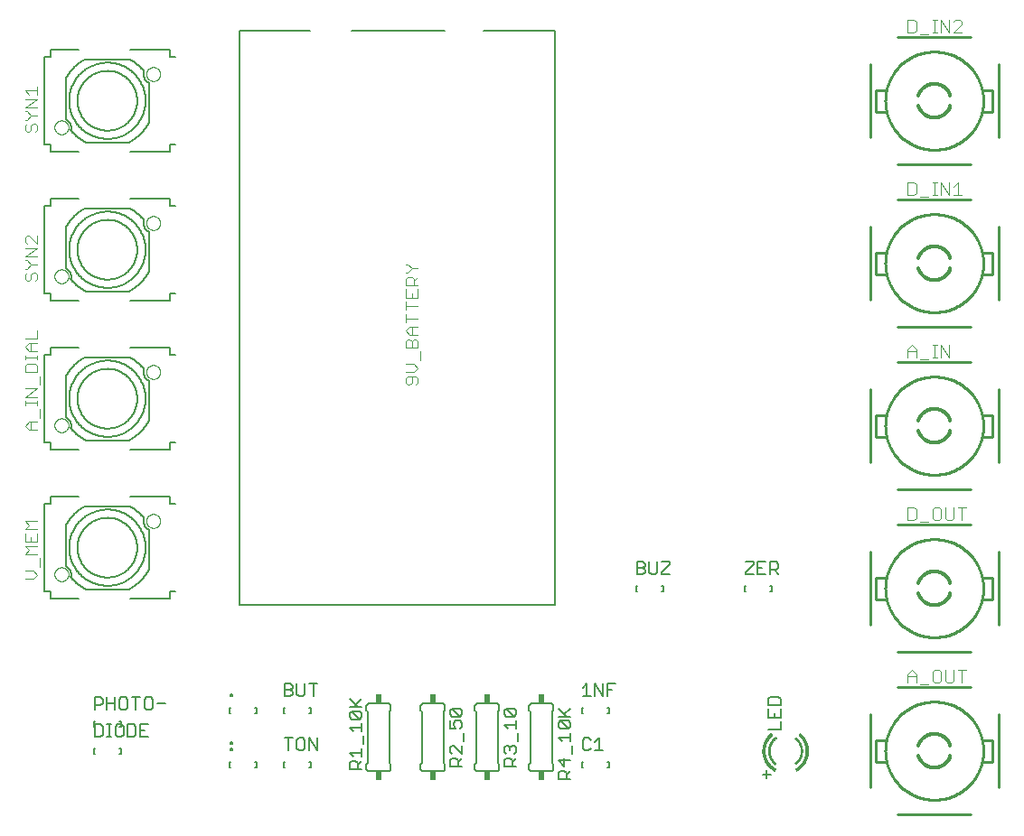
<source format=gbr>
G04 EAGLE Gerber X2 export*
G75*
%MOMM*%
%FSLAX34Y34*%
%LPD*%
%AMOC8*
5,1,8,0,0,1.08239X$1,22.5*%
G01*
%ADD10C,0.101600*%
%ADD11C,0.200000*%
%ADD12C,0.015238*%
%ADD13C,0.025400*%
%ADD14C,0.127000*%
%ADD15C,0.152400*%
%ADD16R,0.609600X0.863600*%
%ADD17C,0.304800*%
%ADD18C,0.254000*%
%ADD19C,0.203200*%


D10*
X428720Y444802D02*
X430669Y446751D01*
X430669Y450649D01*
X428720Y452598D01*
X420924Y452598D01*
X418975Y450649D01*
X418975Y446751D01*
X420924Y444802D01*
X422873Y444802D01*
X424822Y446751D01*
X424822Y452598D01*
X426771Y456496D02*
X418975Y456496D01*
X426771Y456496D02*
X430669Y460394D01*
X426771Y464292D01*
X418975Y464292D01*
X432618Y468190D02*
X432618Y475986D01*
X430669Y479884D02*
X418975Y479884D01*
X418975Y485731D01*
X420924Y487680D01*
X422873Y487680D01*
X424822Y485731D01*
X426771Y487680D01*
X428720Y487680D01*
X430669Y485731D01*
X430669Y479884D01*
X424822Y479884D02*
X424822Y485731D01*
X422873Y491578D02*
X430669Y491578D01*
X422873Y491578D02*
X418975Y495476D01*
X422873Y499374D01*
X430669Y499374D01*
X424822Y499374D02*
X424822Y491578D01*
X430669Y507170D02*
X418975Y507170D01*
X418975Y503272D02*
X418975Y511068D01*
X418975Y518864D02*
X430669Y518864D01*
X418975Y514966D02*
X418975Y522762D01*
X418975Y526660D02*
X418975Y534456D01*
X418975Y526660D02*
X430669Y526660D01*
X430669Y534456D01*
X424822Y530558D02*
X424822Y526660D01*
X430669Y538354D02*
X418975Y538354D01*
X418975Y544201D01*
X420924Y546150D01*
X424822Y546150D01*
X426771Y544201D01*
X426771Y538354D01*
X426771Y542252D02*
X430669Y546150D01*
X420924Y550048D02*
X418975Y550048D01*
X420924Y550048D02*
X424822Y553946D01*
X420924Y557844D01*
X418975Y557844D01*
X424822Y553946D02*
X430669Y553946D01*
D11*
X559100Y777250D02*
X559100Y238750D01*
X263400Y238750D01*
X263400Y777250D01*
X329550Y777250D01*
X492420Y777250D02*
X559100Y777250D01*
X455580Y777250D02*
X368330Y777250D01*
D12*
X765382Y114515D02*
X766179Y113398D01*
X766179Y113399D02*
X765897Y113190D01*
X765620Y112974D01*
X765349Y112752D01*
X765083Y112524D01*
X764822Y112289D01*
X764567Y112048D01*
X764319Y111800D01*
X764076Y111547D01*
X763839Y111288D01*
X763609Y111024D01*
X763385Y110753D01*
X763168Y110478D01*
X762957Y110198D01*
X762753Y109912D01*
X762556Y109622D01*
X762366Y109327D01*
X762184Y109027D01*
X762008Y108723D01*
X761840Y108415D01*
X761680Y108103D01*
X761527Y107788D01*
X761382Y107468D01*
X761244Y107146D01*
X761114Y106820D01*
X760992Y106491D01*
X760878Y106159D01*
X760773Y105824D01*
X760675Y105488D01*
X760585Y105148D01*
X760504Y104807D01*
X760431Y104464D01*
X760366Y104119D01*
X760309Y103773D01*
X760261Y103426D01*
X760221Y103077D01*
X760190Y102728D01*
X760167Y102378D01*
X760152Y102027D01*
X760146Y101676D01*
X758775Y101676D01*
X758774Y101676D01*
X758781Y102061D01*
X758796Y102444D01*
X758821Y102828D01*
X758856Y103211D01*
X758899Y103592D01*
X758952Y103973D01*
X759014Y104352D01*
X759085Y104730D01*
X759165Y105106D01*
X759254Y105480D01*
X759352Y105851D01*
X759459Y106220D01*
X759575Y106586D01*
X759699Y106950D01*
X759833Y107310D01*
X759975Y107667D01*
X760126Y108021D01*
X760285Y108370D01*
X760452Y108716D01*
X760628Y109058D01*
X760812Y109395D01*
X761004Y109728D01*
X761204Y110056D01*
X761412Y110379D01*
X761628Y110697D01*
X761851Y111010D01*
X762082Y111317D01*
X762320Y111619D01*
X762565Y111915D01*
X762818Y112204D01*
X763077Y112488D01*
X763343Y112765D01*
X763616Y113036D01*
X763895Y113300D01*
X764180Y113557D01*
X764472Y113808D01*
X764769Y114051D01*
X765073Y114287D01*
X765382Y114515D01*
X765465Y114399D01*
X765159Y114172D01*
X764858Y113939D01*
X764563Y113698D01*
X764274Y113449D01*
X763992Y113195D01*
X763715Y112933D01*
X763445Y112665D01*
X763181Y112390D01*
X762924Y112109D01*
X762674Y111822D01*
X762431Y111529D01*
X762195Y111230D01*
X761966Y110925D01*
X761745Y110615D01*
X761532Y110300D01*
X761325Y109980D01*
X761127Y109655D01*
X760937Y109325D01*
X760755Y108991D01*
X760580Y108652D01*
X760414Y108310D01*
X760257Y107963D01*
X760107Y107613D01*
X759966Y107259D01*
X759834Y106902D01*
X759711Y106542D01*
X759596Y106179D01*
X759490Y105813D01*
X759393Y105445D01*
X759304Y105075D01*
X759225Y104702D01*
X759155Y104328D01*
X759093Y103952D01*
X759041Y103575D01*
X758998Y103197D01*
X758964Y102817D01*
X758939Y102438D01*
X758924Y102057D01*
X758917Y101676D01*
X759060Y101676D01*
X759067Y102054D01*
X759082Y102431D01*
X759107Y102807D01*
X759140Y103183D01*
X759183Y103558D01*
X759235Y103931D01*
X759295Y104304D01*
X759365Y104675D01*
X759444Y105044D01*
X759531Y105411D01*
X759628Y105775D01*
X759733Y106138D01*
X759847Y106497D01*
X759969Y106854D01*
X760100Y107208D01*
X760240Y107559D01*
X760387Y107906D01*
X760544Y108249D01*
X760708Y108589D01*
X760881Y108924D01*
X761062Y109255D01*
X761250Y109582D01*
X761447Y109904D01*
X761651Y110221D01*
X761863Y110534D01*
X762082Y110841D01*
X762308Y111142D01*
X762542Y111438D01*
X762783Y111729D01*
X763031Y112013D01*
X763285Y112292D01*
X763546Y112564D01*
X763814Y112830D01*
X764088Y113089D01*
X764368Y113342D01*
X764655Y113588D01*
X764947Y113826D01*
X765245Y114058D01*
X765548Y114283D01*
X765631Y114166D01*
X765330Y113944D01*
X765035Y113714D01*
X764746Y113478D01*
X764463Y113234D01*
X764185Y112984D01*
X763913Y112727D01*
X763648Y112463D01*
X763389Y112194D01*
X763137Y111918D01*
X762892Y111636D01*
X762653Y111348D01*
X762421Y111055D01*
X762197Y110756D01*
X761980Y110452D01*
X761770Y110142D01*
X761568Y109828D01*
X761373Y109509D01*
X761186Y109185D01*
X761007Y108857D01*
X760836Y108525D01*
X760673Y108188D01*
X760518Y107848D01*
X760372Y107504D01*
X760234Y107157D01*
X760104Y106806D01*
X759982Y106453D01*
X759870Y106096D01*
X759766Y105737D01*
X759670Y105376D01*
X759583Y105012D01*
X759505Y104647D01*
X759436Y104279D01*
X759376Y103911D01*
X759325Y103540D01*
X759283Y103169D01*
X759249Y102797D01*
X759225Y102424D01*
X759210Y102050D01*
X759203Y101676D01*
X759346Y101676D01*
X759352Y102047D01*
X759368Y102417D01*
X759392Y102786D01*
X759425Y103155D01*
X759467Y103523D01*
X759518Y103890D01*
X759577Y104255D01*
X759646Y104619D01*
X759723Y104981D01*
X759809Y105341D01*
X759903Y105700D01*
X760007Y106055D01*
X760118Y106408D01*
X760238Y106758D01*
X760367Y107106D01*
X760504Y107450D01*
X760649Y107790D01*
X760803Y108128D01*
X760964Y108461D01*
X761134Y108790D01*
X761311Y109115D01*
X761496Y109436D01*
X761689Y109752D01*
X761889Y110063D01*
X762097Y110370D01*
X762312Y110671D01*
X762535Y110967D01*
X762764Y111258D01*
X763000Y111543D01*
X763244Y111822D01*
X763493Y112096D01*
X763750Y112363D01*
X764013Y112624D01*
X764282Y112878D01*
X764557Y113126D01*
X764837Y113368D01*
X765124Y113602D01*
X765416Y113829D01*
X765714Y114050D01*
X765797Y113933D01*
X765502Y113715D01*
X765213Y113490D01*
X764929Y113258D01*
X764651Y113019D01*
X764378Y112773D01*
X764112Y112521D01*
X763851Y112262D01*
X763598Y111998D01*
X763350Y111727D01*
X763109Y111450D01*
X762875Y111168D01*
X762648Y110880D01*
X762427Y110587D01*
X762214Y110288D01*
X762008Y109984D01*
X761810Y109676D01*
X761619Y109363D01*
X761436Y109045D01*
X761260Y108723D01*
X761092Y108397D01*
X760932Y108067D01*
X760780Y107733D01*
X760636Y107395D01*
X760501Y107055D01*
X760373Y106711D01*
X760254Y106364D01*
X760143Y106014D01*
X760041Y105662D01*
X759948Y105307D01*
X759863Y104950D01*
X759786Y104591D01*
X759718Y104231D01*
X759659Y103869D01*
X759609Y103505D01*
X759567Y103141D01*
X759535Y102776D01*
X759511Y102410D01*
X759495Y102043D01*
X759489Y101676D01*
X759632Y101676D01*
X759638Y102040D01*
X759653Y102403D01*
X759677Y102765D01*
X759710Y103127D01*
X759751Y103488D01*
X759801Y103848D01*
X759859Y104207D01*
X759926Y104564D01*
X760002Y104919D01*
X760086Y105272D01*
X760179Y105624D01*
X760280Y105973D01*
X760390Y106319D01*
X760508Y106663D01*
X760634Y107003D01*
X760769Y107341D01*
X760911Y107675D01*
X761062Y108006D01*
X761220Y108333D01*
X761386Y108656D01*
X761560Y108975D01*
X761742Y109290D01*
X761931Y109600D01*
X762128Y109905D01*
X762332Y110206D01*
X762543Y110502D01*
X762761Y110792D01*
X762986Y111078D01*
X763218Y111357D01*
X763456Y111631D01*
X763702Y111900D01*
X763953Y112162D01*
X764211Y112418D01*
X764475Y112668D01*
X764745Y112911D01*
X765020Y113148D01*
X765302Y113378D01*
X765588Y113601D01*
X765880Y113817D01*
X765963Y113701D01*
X765674Y113487D01*
X765390Y113265D01*
X765112Y113038D01*
X764839Y112803D01*
X764571Y112562D01*
X764310Y112315D01*
X764055Y112061D01*
X763806Y111801D01*
X763563Y111536D01*
X763327Y111264D01*
X763097Y110987D01*
X762874Y110705D01*
X762658Y110417D01*
X762449Y110124D01*
X762247Y109827D01*
X762052Y109524D01*
X761865Y109217D01*
X761685Y108905D01*
X761513Y108589D01*
X761348Y108269D01*
X761191Y107945D01*
X761042Y107618D01*
X760901Y107287D01*
X760768Y106952D01*
X760643Y106615D01*
X760526Y106275D01*
X760417Y105931D01*
X760317Y105586D01*
X760225Y105238D01*
X760142Y104888D01*
X760067Y104536D01*
X760000Y104182D01*
X759942Y103827D01*
X759893Y103471D01*
X759852Y103113D01*
X759820Y102755D01*
X759796Y102396D01*
X759781Y102036D01*
X759775Y101676D01*
X759918Y101676D01*
X759924Y102033D01*
X759939Y102389D01*
X759962Y102744D01*
X759994Y103099D01*
X760035Y103453D01*
X760084Y103806D01*
X760141Y104158D01*
X760207Y104508D01*
X760281Y104857D01*
X760364Y105203D01*
X760455Y105548D01*
X760554Y105890D01*
X760662Y106230D01*
X760778Y106567D01*
X760901Y106901D01*
X761033Y107232D01*
X761173Y107560D01*
X761320Y107885D01*
X761476Y108205D01*
X761639Y108522D01*
X761810Y108835D01*
X761988Y109144D01*
X762173Y109448D01*
X762366Y109748D01*
X762566Y110043D01*
X762773Y110333D01*
X762987Y110618D01*
X763208Y110897D01*
X763435Y111172D01*
X763669Y111440D01*
X763910Y111703D01*
X764156Y111961D01*
X764409Y112212D01*
X764668Y112457D01*
X764933Y112695D01*
X765203Y112928D01*
X765479Y113153D01*
X765760Y113372D01*
X766046Y113584D01*
X766130Y113468D01*
X765846Y113258D01*
X765568Y113041D01*
X765294Y112818D01*
X765027Y112588D01*
X764765Y112351D01*
X764509Y112109D01*
X764258Y111860D01*
X764014Y111605D01*
X763776Y111345D01*
X763544Y111079D01*
X763319Y110807D01*
X763100Y110530D01*
X762888Y110248D01*
X762683Y109961D01*
X762485Y109669D01*
X762294Y109372D01*
X762111Y109071D01*
X761934Y108765D01*
X761765Y108455D01*
X761604Y108141D01*
X761450Y107824D01*
X761304Y107503D01*
X761165Y107178D01*
X761035Y106850D01*
X760912Y106519D01*
X760798Y106185D01*
X760691Y105849D01*
X760593Y105510D01*
X760503Y105169D01*
X760421Y104826D01*
X760347Y104481D01*
X760282Y104134D01*
X760225Y103785D01*
X760177Y103436D01*
X760137Y103085D01*
X760105Y102734D01*
X760082Y102382D01*
X760067Y102029D01*
X760061Y101676D01*
X758775Y101525D02*
X760147Y101525D01*
X760146Y101524D02*
X760152Y101173D01*
X760167Y100822D01*
X760190Y100472D01*
X760221Y100122D01*
X760261Y99773D01*
X760309Y99425D01*
X760366Y99079D01*
X760431Y98734D01*
X760504Y98390D01*
X760586Y98049D01*
X760676Y97709D01*
X760774Y97372D01*
X760880Y97037D01*
X760994Y96705D01*
X761116Y96376D01*
X761246Y96050D01*
X761384Y95727D01*
X761529Y95407D01*
X761683Y95091D01*
X761843Y94779D01*
X762012Y94471D01*
X762187Y94167D01*
X762370Y93867D01*
X762560Y93572D01*
X762758Y93281D01*
X762962Y92996D01*
X763173Y92715D01*
X763391Y92440D01*
X763615Y92169D01*
X763846Y91905D01*
X764083Y91646D01*
X764326Y91392D01*
X764575Y91145D01*
X764830Y90904D01*
X765091Y90669D01*
X765358Y90440D01*
X765630Y90218D01*
X765907Y90003D01*
X765084Y88905D01*
X764780Y89141D01*
X764482Y89384D01*
X764190Y89634D01*
X763904Y89892D01*
X763624Y90156D01*
X763351Y90427D01*
X763085Y90704D01*
X762825Y90988D01*
X762572Y91277D01*
X762326Y91573D01*
X762088Y91875D01*
X761857Y92182D01*
X761633Y92495D01*
X761417Y92814D01*
X761209Y93137D01*
X761008Y93465D01*
X760816Y93798D01*
X760632Y94136D01*
X760455Y94478D01*
X760288Y94824D01*
X760128Y95174D01*
X759977Y95528D01*
X759835Y95885D01*
X759701Y96246D01*
X759576Y96609D01*
X759460Y96976D01*
X759353Y97345D01*
X759255Y97717D01*
X759165Y98091D01*
X759085Y98467D01*
X759014Y98845D01*
X758952Y99225D01*
X758899Y99606D01*
X758856Y99988D01*
X758821Y100371D01*
X758796Y100755D01*
X758781Y101139D01*
X758774Y101524D01*
X758917Y101524D01*
X758924Y101143D01*
X758939Y100762D01*
X758964Y100382D01*
X758998Y100002D01*
X759041Y99623D01*
X759094Y99246D01*
X759155Y98870D01*
X759225Y98495D01*
X759305Y98122D01*
X759393Y97752D01*
X759491Y97383D01*
X759597Y97017D01*
X759712Y96654D01*
X759836Y96293D01*
X759968Y95936D01*
X760109Y95582D01*
X760259Y95231D01*
X760417Y94885D01*
X760583Y94542D01*
X760758Y94203D01*
X760940Y93868D01*
X761131Y93538D01*
X761330Y93213D01*
X761536Y92893D01*
X761750Y92577D01*
X761972Y92267D01*
X762201Y91963D01*
X762437Y91664D01*
X762681Y91370D01*
X762931Y91083D01*
X763189Y90802D01*
X763453Y90527D01*
X763724Y90259D01*
X764001Y89997D01*
X764284Y89742D01*
X764573Y89494D01*
X764869Y89253D01*
X765170Y89019D01*
X765255Y89134D01*
X764957Y89365D01*
X764665Y89604D01*
X764378Y89850D01*
X764097Y90103D01*
X763823Y90362D01*
X763554Y90628D01*
X763293Y90900D01*
X763038Y91179D01*
X762790Y91463D01*
X762548Y91754D01*
X762314Y92050D01*
X762087Y92352D01*
X761868Y92659D01*
X761655Y92972D01*
X761451Y93289D01*
X761254Y93611D01*
X761065Y93938D01*
X760884Y94270D01*
X760711Y94606D01*
X760546Y94945D01*
X760390Y95289D01*
X760242Y95636D01*
X760102Y95987D01*
X759971Y96341D01*
X759848Y96698D01*
X759734Y97059D01*
X759629Y97421D01*
X759532Y97786D01*
X759444Y98154D01*
X759366Y98523D01*
X759296Y98894D01*
X759235Y99267D01*
X759183Y99641D01*
X759140Y100016D01*
X759107Y100392D01*
X759082Y100769D01*
X759067Y101146D01*
X759060Y101524D01*
X759203Y101524D01*
X759210Y101150D01*
X759225Y100776D01*
X759249Y100403D01*
X759283Y100030D01*
X759325Y99658D01*
X759376Y99288D01*
X759437Y98918D01*
X759506Y98551D01*
X759584Y98185D01*
X759671Y97821D01*
X759766Y97459D01*
X759871Y97100D01*
X759984Y96743D01*
X760105Y96389D01*
X760235Y96038D01*
X760374Y95691D01*
X760521Y95347D01*
X760676Y95006D01*
X760839Y94670D01*
X761010Y94337D01*
X761190Y94009D01*
X761377Y93685D01*
X761572Y93365D01*
X761775Y93051D01*
X761985Y92741D01*
X762202Y92437D01*
X762427Y92138D01*
X762659Y91844D01*
X762898Y91556D01*
X763144Y91274D01*
X763397Y90998D01*
X763656Y90729D01*
X763922Y90465D01*
X764194Y90208D01*
X764472Y89958D01*
X764756Y89714D01*
X765046Y89478D01*
X765341Y89248D01*
X765427Y89363D01*
X765134Y89590D01*
X764847Y89824D01*
X764566Y90066D01*
X764290Y90314D01*
X764021Y90568D01*
X763758Y90829D01*
X763501Y91097D01*
X763251Y91370D01*
X763007Y91649D01*
X762770Y91934D01*
X762540Y92225D01*
X762317Y92522D01*
X762102Y92823D01*
X761894Y93130D01*
X761693Y93441D01*
X761500Y93758D01*
X761314Y94079D01*
X761137Y94404D01*
X760967Y94733D01*
X760805Y95067D01*
X760652Y95404D01*
X760506Y95745D01*
X760369Y96090D01*
X760240Y96437D01*
X760120Y96788D01*
X760008Y97141D01*
X759904Y97497D01*
X759810Y97855D01*
X759724Y98216D01*
X759646Y98578D01*
X759578Y98943D01*
X759518Y99309D01*
X759467Y99676D01*
X759425Y100044D01*
X759392Y100413D01*
X759368Y100783D01*
X759352Y101153D01*
X759346Y101524D01*
X759489Y101524D01*
X759495Y101157D01*
X759511Y100790D01*
X759535Y100424D01*
X759567Y100058D01*
X759609Y99693D01*
X759659Y99329D01*
X759719Y98967D01*
X759787Y98606D01*
X759863Y98247D01*
X759948Y97890D01*
X760042Y97535D01*
X760145Y97182D01*
X760255Y96832D01*
X760375Y96485D01*
X760502Y96141D01*
X760638Y95800D01*
X760782Y95462D01*
X760935Y95128D01*
X761095Y94797D01*
X761263Y94471D01*
X761439Y94149D01*
X761623Y93831D01*
X761814Y93517D01*
X762013Y93209D01*
X762219Y92905D01*
X762433Y92606D01*
X762653Y92313D01*
X762881Y92025D01*
X763116Y91742D01*
X763357Y91466D01*
X763605Y91195D01*
X763859Y90930D01*
X764120Y90671D01*
X764387Y90419D01*
X764660Y90173D01*
X764938Y89934D01*
X765223Y89702D01*
X765513Y89477D01*
X765599Y89591D01*
X765311Y89815D01*
X765030Y90045D01*
X764754Y90281D01*
X764483Y90525D01*
X764219Y90774D01*
X763961Y91031D01*
X763709Y91293D01*
X763463Y91561D01*
X763224Y91835D01*
X762992Y92115D01*
X762766Y92400D01*
X762548Y92691D01*
X762336Y92987D01*
X762132Y93288D01*
X761935Y93594D01*
X761746Y93904D01*
X761564Y94219D01*
X761389Y94538D01*
X761223Y94861D01*
X761064Y95189D01*
X760913Y95520D01*
X760771Y95854D01*
X760636Y96192D01*
X760510Y96533D01*
X760391Y96877D01*
X760282Y97224D01*
X760180Y97573D01*
X760087Y97924D01*
X760003Y98278D01*
X759927Y98634D01*
X759860Y98991D01*
X759801Y99350D01*
X759751Y99711D01*
X759710Y100072D01*
X759677Y100434D01*
X759653Y100797D01*
X759638Y101160D01*
X759632Y101524D01*
X759775Y101524D01*
X759781Y101164D01*
X759796Y100804D01*
X759820Y100445D01*
X759852Y100086D01*
X759893Y99728D01*
X759942Y99371D01*
X760000Y99016D01*
X760067Y98662D01*
X760142Y98309D01*
X760226Y97959D01*
X760318Y97611D01*
X760418Y97265D01*
X760527Y96922D01*
X760644Y96581D01*
X760769Y96243D01*
X760903Y95909D01*
X761044Y95577D01*
X761193Y95249D01*
X761351Y94925D01*
X761516Y94605D01*
X761688Y94289D01*
X761868Y93977D01*
X762056Y93670D01*
X762251Y93367D01*
X762454Y93069D01*
X762663Y92776D01*
X762879Y92488D01*
X763103Y92205D01*
X763333Y91928D01*
X763570Y91657D01*
X763813Y91391D01*
X764062Y91131D01*
X764318Y90878D01*
X764580Y90630D01*
X764848Y90389D01*
X765121Y90155D01*
X765400Y89927D01*
X765684Y89706D01*
X765770Y89820D01*
X765488Y90039D01*
X765212Y90265D01*
X764941Y90497D01*
X764676Y90736D01*
X764417Y90981D01*
X764164Y91232D01*
X763917Y91489D01*
X763676Y91752D01*
X763442Y92021D01*
X763214Y92296D01*
X762993Y92575D01*
X762778Y92861D01*
X762571Y93151D01*
X762370Y93446D01*
X762177Y93746D01*
X761991Y94050D01*
X761813Y94359D01*
X761642Y94672D01*
X761479Y94989D01*
X761323Y95310D01*
X761175Y95635D01*
X761035Y95963D01*
X760903Y96294D01*
X760779Y96629D01*
X760663Y96966D01*
X760555Y97306D01*
X760456Y97649D01*
X760365Y97994D01*
X760282Y98341D01*
X760207Y98689D01*
X760141Y99040D01*
X760084Y99392D01*
X760035Y99745D01*
X759994Y100100D01*
X759962Y100455D01*
X759939Y100811D01*
X759924Y101167D01*
X759918Y101524D01*
X760061Y101524D01*
X760067Y101171D01*
X760082Y100818D01*
X760105Y100465D01*
X760137Y100114D01*
X760177Y99763D01*
X760225Y99413D01*
X760282Y99064D01*
X760348Y98717D01*
X760421Y98372D01*
X760503Y98028D01*
X760594Y97687D01*
X760692Y97347D01*
X760799Y97011D01*
X760914Y96677D01*
X761037Y96345D01*
X761167Y96017D01*
X761306Y95692D01*
X761452Y95371D01*
X761606Y95053D01*
X761768Y94739D01*
X761938Y94429D01*
X762114Y94123D01*
X762298Y93822D01*
X762490Y93525D01*
X762688Y93233D01*
X762893Y92945D01*
X763106Y92663D01*
X763325Y92386D01*
X763550Y92114D01*
X763782Y91848D01*
X764021Y91587D01*
X764265Y91333D01*
X764516Y91084D01*
X764773Y90841D01*
X765035Y90605D01*
X765303Y90375D01*
X765577Y90151D01*
X765856Y89935D01*
X790625Y101676D02*
X789253Y101676D01*
X789254Y101676D02*
X789248Y102030D01*
X789233Y102383D01*
X789210Y102736D01*
X789178Y103088D01*
X789137Y103440D01*
X789088Y103790D01*
X789031Y104139D01*
X788965Y104487D01*
X788890Y104833D01*
X788808Y105177D01*
X788717Y105518D01*
X788617Y105858D01*
X788510Y106195D01*
X788394Y106529D01*
X788270Y106861D01*
X788138Y107189D01*
X787998Y107514D01*
X787851Y107835D01*
X787695Y108153D01*
X787532Y108467D01*
X787361Y108777D01*
X787183Y109082D01*
X786998Y109384D01*
X786805Y109680D01*
X786605Y109972D01*
X786398Y110259D01*
X786184Y110541D01*
X785963Y110817D01*
X785736Y111088D01*
X785502Y111353D01*
X785262Y111613D01*
X785016Y111867D01*
X784763Y112115D01*
X784504Y112356D01*
X784240Y112591D01*
X783970Y112820D01*
X783695Y113042D01*
X784537Y114124D01*
X784537Y114125D01*
X784839Y113882D01*
X785135Y113631D01*
X785424Y113374D01*
X785708Y113110D01*
X785984Y112838D01*
X786254Y112561D01*
X786518Y112276D01*
X786774Y111986D01*
X787023Y111689D01*
X787265Y111386D01*
X787499Y111077D01*
X787726Y110763D01*
X787945Y110444D01*
X788156Y110119D01*
X788359Y109789D01*
X788555Y109454D01*
X788742Y109115D01*
X788920Y108771D01*
X789090Y108423D01*
X789252Y108071D01*
X789405Y107715D01*
X789550Y107355D01*
X789685Y106992D01*
X789812Y106626D01*
X789930Y106257D01*
X790039Y105885D01*
X790138Y105511D01*
X790229Y105134D01*
X790310Y104755D01*
X790382Y104374D01*
X790445Y103992D01*
X790499Y103608D01*
X790543Y103223D01*
X790578Y102837D01*
X790603Y102451D01*
X790619Y102064D01*
X790626Y101676D01*
X790483Y101676D01*
X790476Y102060D01*
X790460Y102444D01*
X790435Y102827D01*
X790401Y103209D01*
X790357Y103591D01*
X790304Y103971D01*
X790242Y104350D01*
X790170Y104727D01*
X790089Y105102D01*
X790000Y105476D01*
X789901Y105847D01*
X789793Y106215D01*
X789676Y106581D01*
X789551Y106944D01*
X789416Y107304D01*
X789273Y107660D01*
X789122Y108013D01*
X788961Y108362D01*
X788793Y108707D01*
X788616Y109047D01*
X788430Y109384D01*
X788237Y109715D01*
X788035Y110042D01*
X787826Y110364D01*
X787609Y110681D01*
X787384Y110992D01*
X787152Y111298D01*
X786912Y111598D01*
X786666Y111892D01*
X786412Y112180D01*
X786151Y112462D01*
X785883Y112737D01*
X785609Y113006D01*
X785328Y113268D01*
X785041Y113523D01*
X784748Y113771D01*
X784449Y114012D01*
X784361Y113899D01*
X784658Y113660D01*
X784948Y113415D01*
X785232Y113162D01*
X785511Y112902D01*
X785782Y112636D01*
X786047Y112363D01*
X786306Y112084D01*
X786557Y111799D01*
X786802Y111507D01*
X787039Y111210D01*
X787270Y110907D01*
X787492Y110598D01*
X787707Y110284D01*
X787915Y109966D01*
X788114Y109642D01*
X788306Y109313D01*
X788489Y108980D01*
X788665Y108642D01*
X788832Y108300D01*
X788991Y107955D01*
X789141Y107605D01*
X789283Y107252D01*
X789416Y106896D01*
X789541Y106536D01*
X789656Y106174D01*
X789763Y105809D01*
X789861Y105441D01*
X789950Y105071D01*
X790030Y104699D01*
X790101Y104325D01*
X790162Y103950D01*
X790215Y103573D01*
X790258Y103195D01*
X790293Y102816D01*
X790318Y102437D01*
X790333Y102056D01*
X790340Y101676D01*
X790197Y101676D01*
X790190Y102053D01*
X790175Y102430D01*
X790150Y102806D01*
X790116Y103181D01*
X790073Y103556D01*
X790021Y103929D01*
X789960Y104301D01*
X789890Y104671D01*
X789810Y105040D01*
X789722Y105406D01*
X789625Y105770D01*
X789519Y106132D01*
X789405Y106491D01*
X789282Y106847D01*
X789150Y107201D01*
X789009Y107550D01*
X788860Y107897D01*
X788703Y108239D01*
X788537Y108578D01*
X788363Y108912D01*
X788182Y109242D01*
X787992Y109568D01*
X787794Y109889D01*
X787588Y110205D01*
X787375Y110516D01*
X787155Y110821D01*
X786927Y111122D01*
X786692Y111416D01*
X786449Y111705D01*
X786200Y111988D01*
X785944Y112264D01*
X785681Y112535D01*
X785412Y112799D01*
X785137Y113056D01*
X784855Y113306D01*
X784567Y113550D01*
X784274Y113786D01*
X784186Y113673D01*
X784477Y113439D01*
X784762Y113198D01*
X785041Y112950D01*
X785314Y112695D01*
X785580Y112433D01*
X785841Y112166D01*
X786094Y111892D01*
X786341Y111611D01*
X786581Y111325D01*
X786814Y111034D01*
X787040Y110736D01*
X787259Y110433D01*
X787470Y110125D01*
X787673Y109812D01*
X787869Y109494D01*
X788057Y109172D01*
X788237Y108845D01*
X788410Y108513D01*
X788574Y108178D01*
X788729Y107839D01*
X788877Y107496D01*
X789016Y107149D01*
X789147Y106799D01*
X789269Y106446D01*
X789383Y106091D01*
X789487Y105732D01*
X789584Y105371D01*
X789671Y105008D01*
X789749Y104643D01*
X789819Y104276D01*
X789880Y103908D01*
X789931Y103538D01*
X789974Y103167D01*
X790007Y102795D01*
X790032Y102423D01*
X790047Y102049D01*
X790054Y101676D01*
X789911Y101676D01*
X789904Y102046D01*
X789889Y102416D01*
X789865Y102785D01*
X789832Y103153D01*
X789789Y103521D01*
X789738Y103887D01*
X789678Y104252D01*
X789609Y104615D01*
X789531Y104977D01*
X789445Y105337D01*
X789350Y105694D01*
X789246Y106049D01*
X789133Y106401D01*
X789012Y106751D01*
X788883Y107097D01*
X788745Y107441D01*
X788599Y107780D01*
X788444Y108117D01*
X788282Y108449D01*
X788111Y108777D01*
X787933Y109101D01*
X787746Y109421D01*
X787552Y109736D01*
X787351Y110046D01*
X787142Y110351D01*
X786925Y110651D01*
X786702Y110945D01*
X786471Y111234D01*
X786233Y111518D01*
X785988Y111795D01*
X785737Y112067D01*
X785479Y112332D01*
X785215Y112591D01*
X784945Y112844D01*
X784668Y113089D01*
X784386Y113328D01*
X784098Y113560D01*
X784010Y113448D01*
X784296Y113218D01*
X784575Y112981D01*
X784849Y112737D01*
X785117Y112487D01*
X785378Y112231D01*
X785634Y111968D01*
X785883Y111699D01*
X786125Y111424D01*
X786360Y111144D01*
X786589Y110857D01*
X786811Y110566D01*
X787025Y110268D01*
X787232Y109966D01*
X787432Y109659D01*
X787624Y109347D01*
X787808Y109031D01*
X787985Y108710D01*
X788154Y108385D01*
X788315Y108055D01*
X788468Y107722D01*
X788613Y107386D01*
X788749Y107046D01*
X788878Y106703D01*
X788998Y106356D01*
X789109Y106007D01*
X789212Y105656D01*
X789306Y105302D01*
X789392Y104946D01*
X789469Y104587D01*
X789537Y104227D01*
X789597Y103866D01*
X789647Y103503D01*
X789689Y103139D01*
X789722Y102774D01*
X789746Y102408D01*
X789762Y102042D01*
X789768Y101676D01*
X789625Y101676D01*
X789619Y102039D01*
X789603Y102401D01*
X789580Y102764D01*
X789547Y103125D01*
X789505Y103485D01*
X789455Y103845D01*
X789396Y104203D01*
X789329Y104559D01*
X789252Y104914D01*
X789168Y105267D01*
X789074Y105618D01*
X788972Y105966D01*
X788862Y106312D01*
X788743Y106654D01*
X788616Y106994D01*
X788481Y107331D01*
X788337Y107664D01*
X788186Y107994D01*
X788027Y108320D01*
X787859Y108642D01*
X787684Y108960D01*
X787501Y109273D01*
X787311Y109582D01*
X787113Y109887D01*
X786908Y110186D01*
X786696Y110480D01*
X786476Y110769D01*
X786250Y111053D01*
X786017Y111331D01*
X785777Y111603D01*
X785530Y111869D01*
X785277Y112130D01*
X785018Y112384D01*
X784753Y112631D01*
X784482Y112872D01*
X784205Y113107D01*
X783922Y113335D01*
X783835Y113222D01*
X784115Y112996D01*
X784389Y112764D01*
X784657Y112525D01*
X784920Y112280D01*
X785176Y112028D01*
X785427Y111771D01*
X785671Y111507D01*
X785909Y111237D01*
X786139Y110962D01*
X786364Y110681D01*
X786581Y110395D01*
X786791Y110103D01*
X786994Y109807D01*
X787190Y109506D01*
X787379Y109200D01*
X787560Y108889D01*
X787733Y108575D01*
X787899Y108256D01*
X788057Y107933D01*
X788207Y107606D01*
X788349Y107276D01*
X788483Y106943D01*
X788608Y106606D01*
X788726Y106267D01*
X788835Y105924D01*
X788936Y105579D01*
X789029Y105232D01*
X789113Y104883D01*
X789188Y104531D01*
X789255Y104178D01*
X789314Y103824D01*
X789364Y103468D01*
X789405Y103111D01*
X789437Y102753D01*
X789461Y102394D01*
X789476Y102035D01*
X789482Y101676D01*
X789339Y101676D01*
X789333Y102032D01*
X789318Y102387D01*
X789294Y102742D01*
X789262Y103097D01*
X789222Y103450D01*
X789172Y103803D01*
X789115Y104154D01*
X789048Y104503D01*
X788973Y104851D01*
X788890Y105197D01*
X788798Y105541D01*
X788699Y105883D01*
X788590Y106222D01*
X788474Y106558D01*
X788349Y106891D01*
X788217Y107221D01*
X788076Y107548D01*
X787927Y107872D01*
X787771Y108191D01*
X787607Y108507D01*
X787435Y108819D01*
X787256Y109126D01*
X787070Y109429D01*
X786876Y109727D01*
X786674Y110021D01*
X786466Y110310D01*
X786251Y110593D01*
X786029Y110871D01*
X785800Y111144D01*
X785565Y111411D01*
X785323Y111672D01*
X785076Y111927D01*
X784821Y112176D01*
X784561Y112419D01*
X784296Y112656D01*
X784024Y112886D01*
X783747Y113109D01*
X784537Y89076D02*
X783694Y90159D01*
X783695Y90158D02*
X783970Y90380D01*
X784240Y90609D01*
X784504Y90844D01*
X784763Y91085D01*
X785016Y91333D01*
X785262Y91587D01*
X785502Y91847D01*
X785736Y92112D01*
X785963Y92383D01*
X786184Y92659D01*
X786398Y92941D01*
X786605Y93228D01*
X786805Y93520D01*
X786998Y93816D01*
X787183Y94118D01*
X787361Y94423D01*
X787532Y94733D01*
X787695Y95047D01*
X787851Y95365D01*
X787998Y95686D01*
X788138Y96011D01*
X788270Y96339D01*
X788394Y96671D01*
X788510Y97005D01*
X788617Y97342D01*
X788717Y97682D01*
X788808Y98023D01*
X788890Y98367D01*
X788965Y98713D01*
X789031Y99061D01*
X789088Y99410D01*
X789137Y99760D01*
X789178Y100112D01*
X789210Y100464D01*
X789233Y100817D01*
X789248Y101170D01*
X789254Y101524D01*
X790625Y101524D01*
X790626Y101524D01*
X790619Y101136D01*
X790603Y100749D01*
X790578Y100363D01*
X790543Y99977D01*
X790499Y99592D01*
X790445Y99208D01*
X790382Y98826D01*
X790310Y98445D01*
X790229Y98066D01*
X790138Y97689D01*
X790039Y97315D01*
X789930Y96943D01*
X789812Y96574D01*
X789685Y96208D01*
X789550Y95845D01*
X789405Y95485D01*
X789252Y95129D01*
X789090Y94777D01*
X788920Y94429D01*
X788742Y94085D01*
X788555Y93746D01*
X788359Y93411D01*
X788156Y93081D01*
X787945Y92756D01*
X787726Y92437D01*
X787499Y92123D01*
X787265Y91814D01*
X787023Y91511D01*
X786774Y91214D01*
X786518Y90924D01*
X786254Y90639D01*
X785984Y90362D01*
X785708Y90090D01*
X785424Y89826D01*
X785135Y89569D01*
X784839Y89318D01*
X784537Y89075D01*
X784449Y89188D01*
X784748Y89429D01*
X785041Y89677D01*
X785328Y89932D01*
X785609Y90194D01*
X785883Y90463D01*
X786151Y90738D01*
X786412Y91020D01*
X786666Y91308D01*
X786912Y91602D01*
X787152Y91902D01*
X787384Y92208D01*
X787609Y92519D01*
X787826Y92836D01*
X788035Y93158D01*
X788237Y93485D01*
X788430Y93816D01*
X788616Y94153D01*
X788793Y94493D01*
X788961Y94838D01*
X789122Y95187D01*
X789273Y95540D01*
X789416Y95896D01*
X789551Y96256D01*
X789676Y96619D01*
X789793Y96985D01*
X789901Y97353D01*
X790000Y97724D01*
X790089Y98098D01*
X790170Y98473D01*
X790242Y98850D01*
X790304Y99229D01*
X790357Y99609D01*
X790401Y99991D01*
X790435Y100373D01*
X790460Y100756D01*
X790476Y101140D01*
X790483Y101524D01*
X790340Y101524D01*
X790333Y101144D01*
X790318Y100763D01*
X790293Y100384D01*
X790258Y100005D01*
X790215Y99627D01*
X790162Y99250D01*
X790101Y98875D01*
X790030Y98501D01*
X789950Y98129D01*
X789861Y97759D01*
X789763Y97391D01*
X789656Y97026D01*
X789541Y96664D01*
X789416Y96304D01*
X789283Y95948D01*
X789141Y95595D01*
X788991Y95245D01*
X788832Y94900D01*
X788665Y94558D01*
X788489Y94220D01*
X788306Y93887D01*
X788114Y93558D01*
X787915Y93234D01*
X787707Y92916D01*
X787492Y92602D01*
X787270Y92293D01*
X787039Y91990D01*
X786802Y91693D01*
X786557Y91401D01*
X786306Y91116D01*
X786047Y90837D01*
X785782Y90564D01*
X785511Y90298D01*
X785232Y90038D01*
X784948Y89785D01*
X784658Y89540D01*
X784361Y89301D01*
X784274Y89414D01*
X784567Y89650D01*
X784855Y89894D01*
X785137Y90144D01*
X785412Y90401D01*
X785681Y90665D01*
X785944Y90936D01*
X786200Y91212D01*
X786449Y91495D01*
X786692Y91784D01*
X786927Y92078D01*
X787155Y92379D01*
X787375Y92684D01*
X787588Y92995D01*
X787794Y93311D01*
X787992Y93632D01*
X788182Y93958D01*
X788363Y94288D01*
X788537Y94622D01*
X788703Y94961D01*
X788860Y95303D01*
X789009Y95650D01*
X789150Y95999D01*
X789282Y96353D01*
X789405Y96709D01*
X789519Y97068D01*
X789625Y97430D01*
X789722Y97794D01*
X789810Y98160D01*
X789890Y98529D01*
X789960Y98899D01*
X790021Y99271D01*
X790073Y99644D01*
X790116Y100019D01*
X790150Y100394D01*
X790175Y100770D01*
X790190Y101147D01*
X790197Y101524D01*
X790054Y101524D01*
X790047Y101151D01*
X790032Y100777D01*
X790007Y100405D01*
X789974Y100033D01*
X789931Y99662D01*
X789880Y99292D01*
X789819Y98924D01*
X789749Y98557D01*
X789671Y98192D01*
X789584Y97829D01*
X789487Y97468D01*
X789383Y97109D01*
X789269Y96754D01*
X789147Y96401D01*
X789016Y96051D01*
X788877Y95704D01*
X788729Y95361D01*
X788574Y95022D01*
X788410Y94687D01*
X788237Y94355D01*
X788057Y94028D01*
X787869Y93706D01*
X787673Y93388D01*
X787470Y93075D01*
X787259Y92767D01*
X787040Y92464D01*
X786814Y92166D01*
X786581Y91875D01*
X786341Y91589D01*
X786094Y91308D01*
X785841Y91034D01*
X785580Y90767D01*
X785314Y90505D01*
X785041Y90250D01*
X784762Y90002D01*
X784477Y89761D01*
X784186Y89527D01*
X784098Y89640D01*
X784386Y89872D01*
X784668Y90111D01*
X784945Y90356D01*
X785215Y90609D01*
X785479Y90868D01*
X785737Y91133D01*
X785988Y91405D01*
X786233Y91682D01*
X786471Y91966D01*
X786702Y92255D01*
X786925Y92549D01*
X787142Y92849D01*
X787351Y93154D01*
X787552Y93464D01*
X787746Y93779D01*
X787933Y94099D01*
X788111Y94423D01*
X788282Y94751D01*
X788444Y95083D01*
X788599Y95420D01*
X788745Y95759D01*
X788883Y96103D01*
X789012Y96449D01*
X789133Y96799D01*
X789246Y97151D01*
X789350Y97506D01*
X789445Y97863D01*
X789531Y98223D01*
X789609Y98585D01*
X789678Y98948D01*
X789738Y99313D01*
X789789Y99679D01*
X789832Y100047D01*
X789865Y100415D01*
X789889Y100784D01*
X789904Y101154D01*
X789911Y101524D01*
X789768Y101524D01*
X789762Y101158D01*
X789746Y100792D01*
X789722Y100426D01*
X789689Y100061D01*
X789647Y99697D01*
X789597Y99334D01*
X789537Y98973D01*
X789469Y98613D01*
X789392Y98254D01*
X789306Y97898D01*
X789212Y97544D01*
X789109Y97193D01*
X788998Y96844D01*
X788878Y96497D01*
X788749Y96154D01*
X788613Y95814D01*
X788468Y95478D01*
X788315Y95145D01*
X788154Y94815D01*
X787985Y94490D01*
X787808Y94169D01*
X787624Y93853D01*
X787432Y93541D01*
X787232Y93234D01*
X787025Y92932D01*
X786811Y92634D01*
X786589Y92343D01*
X786360Y92056D01*
X786125Y91776D01*
X785883Y91501D01*
X785634Y91232D01*
X785378Y90969D01*
X785117Y90713D01*
X784849Y90463D01*
X784575Y90219D01*
X784296Y89982D01*
X784010Y89752D01*
X783922Y89865D01*
X784205Y90093D01*
X784482Y90328D01*
X784753Y90569D01*
X785018Y90816D01*
X785277Y91070D01*
X785530Y91331D01*
X785777Y91597D01*
X786017Y91869D01*
X786250Y92147D01*
X786476Y92431D01*
X786696Y92720D01*
X786908Y93014D01*
X787113Y93313D01*
X787311Y93618D01*
X787501Y93927D01*
X787684Y94240D01*
X787859Y94558D01*
X788027Y94880D01*
X788186Y95206D01*
X788337Y95536D01*
X788481Y95869D01*
X788616Y96206D01*
X788743Y96546D01*
X788862Y96888D01*
X788972Y97234D01*
X789074Y97582D01*
X789168Y97933D01*
X789252Y98286D01*
X789329Y98641D01*
X789396Y98997D01*
X789455Y99355D01*
X789505Y99715D01*
X789547Y100075D01*
X789580Y100436D01*
X789603Y100799D01*
X789619Y101161D01*
X789625Y101524D01*
X789482Y101524D01*
X789476Y101165D01*
X789461Y100806D01*
X789437Y100447D01*
X789405Y100089D01*
X789364Y99732D01*
X789314Y99376D01*
X789255Y99022D01*
X789188Y98669D01*
X789113Y98317D01*
X789029Y97968D01*
X788936Y97621D01*
X788835Y97276D01*
X788726Y96933D01*
X788608Y96594D01*
X788483Y96257D01*
X788349Y95924D01*
X788207Y95594D01*
X788057Y95267D01*
X787899Y94944D01*
X787733Y94625D01*
X787560Y94311D01*
X787379Y94000D01*
X787190Y93694D01*
X786994Y93393D01*
X786791Y93097D01*
X786581Y92805D01*
X786364Y92519D01*
X786139Y92238D01*
X785909Y91963D01*
X785671Y91693D01*
X785427Y91429D01*
X785176Y91172D01*
X784920Y90920D01*
X784657Y90675D01*
X784389Y90436D01*
X784115Y90204D01*
X783835Y89978D01*
X783747Y90091D01*
X784024Y90314D01*
X784296Y90544D01*
X784561Y90781D01*
X784821Y91024D01*
X785076Y91273D01*
X785323Y91528D01*
X785565Y91789D01*
X785800Y92056D01*
X786029Y92329D01*
X786251Y92607D01*
X786466Y92890D01*
X786674Y93179D01*
X786876Y93473D01*
X787070Y93771D01*
X787256Y94074D01*
X787435Y94381D01*
X787607Y94693D01*
X787771Y95009D01*
X787927Y95328D01*
X788076Y95652D01*
X788217Y95979D01*
X788349Y96309D01*
X788474Y96642D01*
X788590Y96978D01*
X788699Y97317D01*
X788798Y97659D01*
X788890Y98003D01*
X788973Y98349D01*
X789048Y98697D01*
X789115Y99046D01*
X789172Y99397D01*
X789222Y99750D01*
X789262Y100103D01*
X789294Y100458D01*
X789318Y100813D01*
X789333Y101168D01*
X789339Y101524D01*
D13*
X760862Y118006D02*
X762326Y116250D01*
X762325Y116250D02*
X761978Y115949D01*
X761638Y115640D01*
X761305Y115323D01*
X760980Y114998D01*
X760663Y114666D01*
X760354Y114326D01*
X760053Y113978D01*
X759760Y113624D01*
X759477Y113262D01*
X759202Y112894D01*
X758935Y112519D01*
X758678Y112138D01*
X758430Y111751D01*
X758192Y111359D01*
X757963Y110960D01*
X757743Y110556D01*
X757533Y110148D01*
X757333Y109734D01*
X757143Y109315D01*
X756964Y108892D01*
X756794Y108465D01*
X756635Y108034D01*
X756486Y107599D01*
X756347Y107161D01*
X756219Y106720D01*
X756102Y106275D01*
X755995Y105828D01*
X755899Y105379D01*
X755814Y104927D01*
X755740Y104474D01*
X755676Y104018D01*
X755624Y103562D01*
X755582Y103104D01*
X755552Y102646D01*
X755532Y102186D01*
X755523Y101727D01*
X753238Y101726D01*
X753237Y101727D01*
X753247Y102242D01*
X753268Y102757D01*
X753302Y103271D01*
X753348Y103784D01*
X753407Y104296D01*
X753478Y104806D01*
X753561Y105315D01*
X753656Y105821D01*
X753764Y106325D01*
X753883Y106826D01*
X754014Y107324D01*
X754158Y107819D01*
X754313Y108310D01*
X754480Y108798D01*
X754659Y109281D01*
X754849Y109760D01*
X755050Y110234D01*
X755263Y110703D01*
X755487Y111167D01*
X755722Y111626D01*
X755969Y112078D01*
X756225Y112525D01*
X756493Y112965D01*
X756771Y113399D01*
X757059Y113826D01*
X757358Y114246D01*
X757667Y114658D01*
X757985Y115064D01*
X758313Y115461D01*
X758650Y115850D01*
X758997Y116231D01*
X759353Y116604D01*
X759717Y116968D01*
X760090Y117323D01*
X760472Y117669D01*
X760862Y118006D01*
X761016Y117822D01*
X760630Y117489D01*
X760253Y117147D01*
X759884Y116795D01*
X759524Y116435D01*
X759172Y116067D01*
X758829Y115690D01*
X758496Y115305D01*
X758171Y114912D01*
X757857Y114512D01*
X757552Y114104D01*
X757256Y113689D01*
X756971Y113267D01*
X756696Y112838D01*
X756432Y112402D01*
X756178Y111961D01*
X755935Y111513D01*
X755702Y111060D01*
X755481Y110602D01*
X755270Y110138D01*
X755071Y109669D01*
X754883Y109195D01*
X754706Y108718D01*
X754541Y108236D01*
X754388Y107750D01*
X754246Y107261D01*
X754116Y106768D01*
X753998Y106273D01*
X753892Y105775D01*
X753797Y105274D01*
X753715Y104771D01*
X753645Y104267D01*
X753587Y103761D01*
X753542Y103253D01*
X753508Y102745D01*
X753487Y102236D01*
X753477Y101727D01*
X753717Y101727D01*
X753726Y102230D01*
X753748Y102733D01*
X753781Y103236D01*
X753826Y103737D01*
X753883Y104238D01*
X753953Y104736D01*
X754034Y105233D01*
X754127Y105728D01*
X754232Y106221D01*
X754349Y106710D01*
X754477Y107197D01*
X754617Y107681D01*
X754769Y108161D01*
X754932Y108637D01*
X755107Y109110D01*
X755293Y109578D01*
X755490Y110041D01*
X755698Y110500D01*
X755917Y110953D01*
X756147Y111401D01*
X756387Y111844D01*
X756638Y112280D01*
X756900Y112710D01*
X757172Y113134D01*
X757453Y113552D01*
X757745Y113962D01*
X758047Y114365D01*
X758358Y114761D01*
X758678Y115150D01*
X759008Y115530D01*
X759347Y115903D01*
X759694Y116267D01*
X760051Y116623D01*
X760415Y116970D01*
X760788Y117308D01*
X761169Y117638D01*
X761323Y117453D01*
X760946Y117128D01*
X760578Y116793D01*
X760217Y116450D01*
X759865Y116098D01*
X759522Y115738D01*
X759187Y115370D01*
X758861Y114994D01*
X758544Y114610D01*
X758237Y114219D01*
X757939Y113820D01*
X757650Y113414D01*
X757372Y113002D01*
X757103Y112583D01*
X756845Y112158D01*
X756597Y111726D01*
X756359Y111289D01*
X756132Y110846D01*
X755915Y110398D01*
X755710Y109945D01*
X755515Y109487D01*
X755331Y109024D01*
X755159Y108557D01*
X754997Y108086D01*
X754847Y107612D01*
X754709Y107134D01*
X754582Y106653D01*
X754466Y106169D01*
X754363Y105682D01*
X754270Y105193D01*
X754190Y104701D01*
X754122Y104209D01*
X754065Y103714D01*
X754020Y103218D01*
X753987Y102722D01*
X753966Y102224D01*
X753957Y101727D01*
X754197Y101727D01*
X754206Y102219D01*
X754227Y102710D01*
X754260Y103201D01*
X754304Y103691D01*
X754360Y104179D01*
X754428Y104667D01*
X754507Y105152D01*
X754598Y105635D01*
X754701Y106116D01*
X754815Y106595D01*
X754940Y107070D01*
X755077Y107543D01*
X755225Y108012D01*
X755385Y108477D01*
X755555Y108938D01*
X755737Y109396D01*
X755929Y109848D01*
X756133Y110296D01*
X756346Y110739D01*
X756571Y111177D01*
X756806Y111609D01*
X757051Y112035D01*
X757307Y112455D01*
X757572Y112870D01*
X757847Y113277D01*
X758132Y113678D01*
X758427Y114072D01*
X758731Y114459D01*
X759044Y114838D01*
X759366Y115210D01*
X759697Y115574D01*
X760036Y115930D01*
X760384Y116277D01*
X760740Y116617D01*
X761104Y116947D01*
X761477Y117269D01*
X761630Y117084D01*
X761263Y116767D01*
X760903Y116440D01*
X760551Y116105D01*
X760207Y115761D01*
X759871Y115410D01*
X759545Y115050D01*
X759226Y114683D01*
X758917Y114308D01*
X758617Y113925D01*
X758326Y113536D01*
X758044Y113140D01*
X757772Y112737D01*
X757510Y112328D01*
X757258Y111913D01*
X757015Y111491D01*
X756783Y111064D01*
X756561Y110632D01*
X756350Y110194D01*
X756149Y109752D01*
X755959Y109304D01*
X755779Y108853D01*
X755611Y108397D01*
X755453Y107937D01*
X755307Y107474D01*
X755172Y107007D01*
X755048Y106537D01*
X754935Y106064D01*
X754833Y105589D01*
X754744Y105111D01*
X754665Y104632D01*
X754598Y104150D01*
X754543Y103667D01*
X754499Y103183D01*
X754467Y102698D01*
X754446Y102213D01*
X754437Y101727D01*
X754677Y101727D01*
X754686Y102207D01*
X754707Y102687D01*
X754738Y103166D01*
X754782Y103644D01*
X754836Y104121D01*
X754903Y104597D01*
X754980Y105071D01*
X755069Y105542D01*
X755169Y106012D01*
X755281Y106479D01*
X755403Y106943D01*
X755537Y107405D01*
X755682Y107862D01*
X755837Y108317D01*
X756004Y108767D01*
X756181Y109213D01*
X756369Y109655D01*
X756567Y110093D01*
X756776Y110525D01*
X756995Y110952D01*
X757225Y111374D01*
X757464Y111790D01*
X757713Y112201D01*
X757972Y112605D01*
X758241Y113003D01*
X758519Y113394D01*
X758807Y113779D01*
X759103Y114157D01*
X759409Y114527D01*
X759723Y114890D01*
X760046Y115245D01*
X760378Y115593D01*
X760717Y115932D01*
X761065Y116263D01*
X761421Y116586D01*
X761784Y116900D01*
X761937Y116716D01*
X761579Y116405D01*
X761228Y116087D01*
X760884Y115759D01*
X760549Y115424D01*
X760221Y115081D01*
X759902Y114730D01*
X759592Y114371D01*
X759290Y114005D01*
X758997Y113632D01*
X758713Y113252D01*
X758438Y112866D01*
X758173Y112473D01*
X757917Y112073D01*
X757670Y111668D01*
X757434Y111257D01*
X757207Y110840D01*
X756991Y110418D01*
X756785Y109991D01*
X756589Y109559D01*
X756403Y109122D01*
X756228Y108681D01*
X756063Y108237D01*
X755910Y107788D01*
X755767Y107336D01*
X755635Y106880D01*
X755513Y106421D01*
X755403Y105960D01*
X755304Y105496D01*
X755217Y105030D01*
X755140Y104562D01*
X755075Y104092D01*
X755020Y103621D01*
X754978Y103148D01*
X754946Y102675D01*
X754926Y102201D01*
X754917Y101727D01*
X755157Y101727D01*
X755166Y102195D01*
X755186Y102663D01*
X755217Y103131D01*
X755259Y103597D01*
X755313Y104063D01*
X755377Y104527D01*
X755453Y104989D01*
X755540Y105450D01*
X755638Y105908D01*
X755746Y106364D01*
X755866Y106816D01*
X755997Y107266D01*
X756138Y107713D01*
X756290Y108156D01*
X756452Y108596D01*
X756625Y109031D01*
X756808Y109462D01*
X757002Y109889D01*
X757206Y110311D01*
X757420Y110728D01*
X757643Y111139D01*
X757877Y111545D01*
X758120Y111946D01*
X758373Y112340D01*
X758635Y112729D01*
X758906Y113110D01*
X759187Y113486D01*
X759476Y113854D01*
X759774Y114216D01*
X760081Y114570D01*
X760396Y114916D01*
X760719Y115256D01*
X761051Y115587D01*
X761390Y115910D01*
X761737Y116225D01*
X762091Y116531D01*
X762245Y116347D01*
X761895Y116044D01*
X761552Y115733D01*
X761217Y115414D01*
X760890Y115087D01*
X760571Y114752D01*
X760260Y114410D01*
X759957Y114060D01*
X759663Y113703D01*
X759377Y113339D01*
X759100Y112969D01*
X758832Y112591D01*
X758573Y112208D01*
X758323Y111818D01*
X758083Y111423D01*
X757853Y111022D01*
X757632Y110615D01*
X757421Y110204D01*
X757219Y109787D01*
X757028Y109366D01*
X756847Y108940D01*
X756676Y108510D01*
X756516Y108076D01*
X756366Y107638D01*
X756226Y107197D01*
X756098Y106753D01*
X755979Y106306D01*
X755872Y105856D01*
X755775Y105403D01*
X755690Y104949D01*
X755615Y104492D01*
X755551Y104034D01*
X755498Y103574D01*
X755456Y103113D01*
X755426Y102652D01*
X755406Y102189D01*
X755397Y101727D01*
X753238Y101474D02*
X755524Y101474D01*
X755523Y101473D02*
X755532Y101008D01*
X755552Y100543D01*
X755583Y100079D01*
X755626Y99616D01*
X755680Y99154D01*
X755745Y98693D01*
X755821Y98234D01*
X755908Y97777D01*
X756006Y97322D01*
X756116Y96870D01*
X756236Y96420D01*
X756367Y95974D01*
X756509Y95531D01*
X756662Y95091D01*
X756825Y94656D01*
X756999Y94224D01*
X757183Y93797D01*
X757377Y93374D01*
X757582Y92956D01*
X757797Y92543D01*
X758022Y92136D01*
X758256Y91734D01*
X758500Y91338D01*
X758754Y90948D01*
X759017Y90564D01*
X759290Y90187D01*
X759571Y89817D01*
X759861Y89453D01*
X760160Y89097D01*
X760468Y88748D01*
X760784Y88406D01*
X761108Y88072D01*
X761441Y87747D01*
X761781Y87429D01*
X762128Y87120D01*
X762483Y86819D01*
X762845Y86527D01*
X763215Y86244D01*
X763591Y85970D01*
X763973Y85705D01*
X764362Y85449D01*
X764757Y85203D01*
X765158Y84967D01*
X765564Y84740D01*
X764489Y82723D01*
X764488Y82723D01*
X764033Y82977D01*
X763583Y83241D01*
X763141Y83517D01*
X762705Y83803D01*
X762276Y84100D01*
X761854Y84406D01*
X761440Y84724D01*
X761034Y85051D01*
X760636Y85388D01*
X760247Y85734D01*
X759865Y86090D01*
X759493Y86455D01*
X759130Y86829D01*
X758775Y87211D01*
X758430Y87602D01*
X758095Y88002D01*
X757770Y88409D01*
X757454Y88824D01*
X757149Y89247D01*
X756854Y89677D01*
X756570Y90114D01*
X756296Y90558D01*
X756033Y91008D01*
X755781Y91465D01*
X755541Y91927D01*
X755311Y92396D01*
X755093Y92869D01*
X754887Y93348D01*
X754692Y93832D01*
X754510Y94320D01*
X754339Y94813D01*
X754180Y95310D01*
X754033Y95810D01*
X753898Y96314D01*
X753776Y96821D01*
X753666Y97330D01*
X753569Y97843D01*
X753484Y98357D01*
X753411Y98874D01*
X753351Y99391D01*
X753304Y99911D01*
X753269Y100431D01*
X753247Y100952D01*
X753237Y101473D01*
X753477Y101473D01*
X753487Y100958D01*
X753509Y100443D01*
X753543Y99928D01*
X753590Y99415D01*
X753649Y98903D01*
X753721Y98392D01*
X753805Y97884D01*
X753902Y97377D01*
X754010Y96873D01*
X754131Y96372D01*
X754264Y95874D01*
X754409Y95379D01*
X754567Y94888D01*
X754736Y94401D01*
X754916Y93919D01*
X755109Y93440D01*
X755313Y92967D01*
X755528Y92498D01*
X755755Y92035D01*
X755993Y91578D01*
X756242Y91127D01*
X756502Y90681D01*
X756772Y90243D01*
X757053Y89810D01*
X757345Y89385D01*
X757647Y88967D01*
X757959Y88557D01*
X758281Y88154D01*
X758612Y87759D01*
X758953Y87373D01*
X759303Y86994D01*
X759663Y86625D01*
X760031Y86264D01*
X760408Y85912D01*
X760793Y85569D01*
X761187Y85236D01*
X761588Y84913D01*
X761997Y84599D01*
X762414Y84296D01*
X762838Y84003D01*
X763269Y83720D01*
X763707Y83447D01*
X764151Y83186D01*
X764601Y82935D01*
X764714Y83146D01*
X764269Y83394D01*
X763830Y83653D01*
X763397Y83922D01*
X762971Y84202D01*
X762552Y84492D01*
X762140Y84792D01*
X761736Y85102D01*
X761339Y85422D01*
X760950Y85751D01*
X760569Y86090D01*
X760196Y86438D01*
X759832Y86794D01*
X759477Y87160D01*
X759131Y87534D01*
X758794Y87916D01*
X758466Y88306D01*
X758148Y88705D01*
X757840Y89110D01*
X757541Y89524D01*
X757253Y89944D01*
X756975Y90371D01*
X756707Y90805D01*
X756451Y91245D01*
X756204Y91691D01*
X755969Y92143D01*
X755745Y92601D01*
X755532Y93064D01*
X755330Y93532D01*
X755140Y94005D01*
X754961Y94482D01*
X754794Y94964D01*
X754639Y95449D01*
X754496Y95938D01*
X754364Y96431D01*
X754244Y96926D01*
X754137Y97424D01*
X754042Y97925D01*
X753958Y98428D01*
X753887Y98932D01*
X753829Y99439D01*
X753782Y99946D01*
X753748Y100455D01*
X753727Y100964D01*
X753717Y101473D01*
X753957Y101473D01*
X753967Y100970D01*
X753988Y100466D01*
X754022Y99964D01*
X754068Y99462D01*
X754126Y98962D01*
X754196Y98463D01*
X754278Y97966D01*
X754372Y97471D01*
X754479Y96979D01*
X754597Y96489D01*
X754727Y96002D01*
X754869Y95519D01*
X755022Y95039D01*
X755187Y94563D01*
X755364Y94091D01*
X755552Y93624D01*
X755751Y93162D01*
X755962Y92704D01*
X756184Y92251D01*
X756416Y91805D01*
X756659Y91363D01*
X756913Y90928D01*
X757178Y90500D01*
X757452Y90077D01*
X757737Y89662D01*
X758032Y89254D01*
X758337Y88852D01*
X758651Y88459D01*
X758975Y88073D01*
X759308Y87695D01*
X759651Y87325D01*
X760002Y86964D01*
X760362Y86612D01*
X760730Y86268D01*
X761106Y85933D01*
X761491Y85608D01*
X761883Y85292D01*
X762283Y84985D01*
X762690Y84689D01*
X763104Y84402D01*
X763525Y84125D01*
X763953Y83859D01*
X764387Y83603D01*
X764827Y83358D01*
X764940Y83570D01*
X764505Y83812D01*
X764076Y84065D01*
X763654Y84328D01*
X763237Y84602D01*
X762828Y84885D01*
X762426Y85178D01*
X762031Y85481D01*
X761643Y85793D01*
X761263Y86115D01*
X760891Y86446D01*
X760527Y86786D01*
X760171Y87134D01*
X759824Y87491D01*
X759486Y87856D01*
X759157Y88230D01*
X758837Y88611D01*
X758526Y89000D01*
X758225Y89397D01*
X757934Y89800D01*
X757652Y90211D01*
X757380Y90628D01*
X757119Y91052D01*
X756868Y91482D01*
X756628Y91918D01*
X756398Y92359D01*
X756179Y92807D01*
X755971Y93259D01*
X755774Y93716D01*
X755588Y94178D01*
X755413Y94644D01*
X755250Y95114D01*
X755098Y95589D01*
X754958Y96066D01*
X754830Y96547D01*
X754713Y97031D01*
X754608Y97518D01*
X754514Y98007D01*
X754433Y98498D01*
X754364Y98991D01*
X754306Y99486D01*
X754261Y99981D01*
X754228Y100478D01*
X754207Y100976D01*
X754197Y101473D01*
X754437Y101473D01*
X754446Y100982D01*
X754467Y100490D01*
X754500Y99999D01*
X754545Y99509D01*
X754602Y99021D01*
X754671Y98533D01*
X754751Y98048D01*
X754843Y97565D01*
X754947Y97084D01*
X755062Y96606D01*
X755189Y96130D01*
X755328Y95658D01*
X755478Y95190D01*
X755639Y94725D01*
X755812Y94264D01*
X755996Y93808D01*
X756190Y93356D01*
X756396Y92909D01*
X756612Y92467D01*
X756839Y92031D01*
X757077Y91600D01*
X757325Y91175D01*
X757583Y90757D01*
X757851Y90344D01*
X758130Y89939D01*
X758418Y89540D01*
X758715Y89148D01*
X759022Y88764D01*
X759339Y88387D01*
X759664Y88018D01*
X759998Y87657D01*
X760341Y87304D01*
X760692Y86959D01*
X761052Y86624D01*
X761420Y86297D01*
X761795Y85979D01*
X762178Y85670D01*
X762568Y85371D01*
X762966Y85081D01*
X763371Y84801D01*
X763782Y84531D01*
X764199Y84271D01*
X764623Y84021D01*
X765053Y83782D01*
X765166Y83994D01*
X764741Y84230D01*
X764323Y84477D01*
X763910Y84734D01*
X763504Y85001D01*
X763104Y85278D01*
X762711Y85564D01*
X762326Y85860D01*
X761947Y86165D01*
X761576Y86479D01*
X761213Y86802D01*
X760858Y87133D01*
X760511Y87474D01*
X760172Y87822D01*
X759842Y88179D01*
X759520Y88544D01*
X759208Y88916D01*
X758904Y89296D01*
X758610Y89683D01*
X758326Y90077D01*
X758051Y90478D01*
X757786Y90885D01*
X757531Y91299D01*
X757286Y91719D01*
X757051Y92144D01*
X756827Y92575D01*
X756613Y93012D01*
X756410Y93454D01*
X756217Y93900D01*
X756036Y94351D01*
X755865Y94806D01*
X755706Y95265D01*
X755558Y95728D01*
X755421Y96194D01*
X755295Y96664D01*
X755181Y97137D01*
X755078Y97612D01*
X754987Y98089D01*
X754908Y98569D01*
X754840Y99050D01*
X754784Y99533D01*
X754740Y100017D01*
X754707Y100502D01*
X754686Y100987D01*
X754677Y101473D01*
X754917Y101473D01*
X754926Y100993D01*
X754947Y100514D01*
X754979Y100035D01*
X755023Y99556D01*
X755078Y99079D01*
X755145Y98604D01*
X755224Y98130D01*
X755314Y97659D01*
X755415Y97189D01*
X755528Y96722D01*
X755652Y96259D01*
X755787Y95798D01*
X755934Y95341D01*
X756091Y94887D01*
X756260Y94437D01*
X756439Y93992D01*
X756629Y93551D01*
X756830Y93115D01*
X757041Y92683D01*
X757263Y92257D01*
X757494Y91837D01*
X757736Y91422D01*
X757989Y91014D01*
X758250Y90611D01*
X758522Y90215D01*
X758803Y89826D01*
X759094Y89443D01*
X759393Y89068D01*
X759702Y88700D01*
X760019Y88340D01*
X760346Y87988D01*
X760680Y87644D01*
X761023Y87307D01*
X761374Y86980D01*
X761733Y86661D01*
X762099Y86350D01*
X762473Y86049D01*
X762854Y85757D01*
X763242Y85474D01*
X763637Y85201D01*
X764038Y84937D01*
X764446Y84683D01*
X764859Y84439D01*
X765279Y84205D01*
X765392Y84417D01*
X764978Y84648D01*
X764569Y84889D01*
X764166Y85140D01*
X763770Y85400D01*
X763380Y85670D01*
X762997Y85950D01*
X762621Y86238D01*
X762251Y86536D01*
X761889Y86842D01*
X761535Y87158D01*
X761188Y87481D01*
X760850Y87813D01*
X760519Y88154D01*
X760197Y88502D01*
X759883Y88857D01*
X759579Y89221D01*
X759283Y89591D01*
X758996Y89969D01*
X758718Y90353D01*
X758450Y90745D01*
X758191Y91142D01*
X757942Y91546D01*
X757703Y91955D01*
X757474Y92371D01*
X757255Y92791D01*
X757047Y93217D01*
X756848Y93648D01*
X756661Y94084D01*
X756483Y94524D01*
X756317Y94968D01*
X756162Y95416D01*
X756017Y95868D01*
X755883Y96323D01*
X755761Y96781D01*
X755649Y97242D01*
X755549Y97705D01*
X755460Y98171D01*
X755383Y98639D01*
X755317Y99109D01*
X755262Y99580D01*
X755218Y100052D01*
X755187Y100525D01*
X755166Y100999D01*
X755157Y101473D01*
X755397Y101473D01*
X755406Y101005D01*
X755426Y100537D01*
X755458Y100070D01*
X755501Y99603D01*
X755555Y99138D01*
X755620Y98674D01*
X755697Y98212D01*
X755785Y97752D01*
X755884Y97294D01*
X755994Y96839D01*
X756115Y96387D01*
X756247Y95937D01*
X756389Y95491D01*
X756543Y95049D01*
X756707Y94610D01*
X756882Y94176D01*
X757068Y93746D01*
X757263Y93320D01*
X757470Y92899D01*
X757686Y92484D01*
X757912Y92074D01*
X758148Y91669D01*
X758394Y91271D01*
X758649Y90878D01*
X758914Y90492D01*
X759188Y90112D01*
X759472Y89739D01*
X759764Y89373D01*
X760065Y89014D01*
X760375Y88663D01*
X760693Y88319D01*
X761019Y87983D01*
X761354Y87655D01*
X761696Y87336D01*
X762046Y87024D01*
X762403Y86721D01*
X762768Y86428D01*
X763140Y86142D01*
X763518Y85867D01*
X763903Y85600D01*
X764295Y85343D01*
X764692Y85095D01*
X765096Y84857D01*
X765505Y84629D01*
X796162Y101726D02*
X793876Y101726D01*
X793877Y101727D02*
X793868Y102195D01*
X793847Y102663D01*
X793816Y103131D01*
X793773Y103598D01*
X793718Y104063D01*
X793652Y104527D01*
X793575Y104989D01*
X793487Y105449D01*
X793387Y105907D01*
X793276Y106363D01*
X793154Y106815D01*
X793021Y107264D01*
X792877Y107710D01*
X792723Y108153D01*
X792557Y108591D01*
X792381Y109025D01*
X792194Y109455D01*
X791997Y109880D01*
X791790Y110300D01*
X791572Y110715D01*
X791344Y111125D01*
X791107Y111529D01*
X790859Y111927D01*
X790602Y112318D01*
X790335Y112704D01*
X790059Y113083D01*
X789774Y113454D01*
X789480Y113819D01*
X789177Y114177D01*
X788865Y114527D01*
X788545Y114869D01*
X788217Y115203D01*
X787881Y115529D01*
X787536Y115847D01*
X787184Y116157D01*
X788661Y117901D01*
X788661Y117902D01*
X789056Y117555D01*
X789442Y117199D01*
X789819Y116834D01*
X790188Y116459D01*
X790547Y116076D01*
X790896Y115683D01*
X791236Y115283D01*
X791566Y114874D01*
X791886Y114457D01*
X792195Y114033D01*
X792494Y113601D01*
X792783Y113162D01*
X793060Y112716D01*
X793327Y112263D01*
X793582Y111804D01*
X793826Y111339D01*
X794059Y110868D01*
X794280Y110391D01*
X794489Y109909D01*
X794687Y109422D01*
X794872Y108931D01*
X795046Y108435D01*
X795207Y107935D01*
X795356Y107431D01*
X795492Y106924D01*
X795616Y106413D01*
X795728Y105900D01*
X795827Y105384D01*
X795913Y104866D01*
X795987Y104346D01*
X796047Y103824D01*
X796095Y103301D01*
X796131Y102777D01*
X796153Y102252D01*
X796163Y101727D01*
X795923Y101727D01*
X795913Y102246D01*
X795891Y102765D01*
X795856Y103283D01*
X795809Y103800D01*
X795748Y104316D01*
X795676Y104830D01*
X795590Y105343D01*
X795493Y105853D01*
X795382Y106360D01*
X795260Y106865D01*
X795125Y107367D01*
X794977Y107865D01*
X794818Y108359D01*
X794647Y108849D01*
X794463Y109335D01*
X794268Y109816D01*
X794061Y110293D01*
X793843Y110764D01*
X793613Y111230D01*
X793371Y111690D01*
X793119Y112143D01*
X792855Y112591D01*
X792581Y113032D01*
X792296Y113466D01*
X792000Y113893D01*
X791694Y114313D01*
X791378Y114725D01*
X791052Y115129D01*
X790716Y115525D01*
X790370Y115913D01*
X790015Y116292D01*
X789651Y116662D01*
X789278Y117024D01*
X788896Y117376D01*
X788506Y117719D01*
X788351Y117535D01*
X788737Y117197D01*
X789114Y116849D01*
X789483Y116491D01*
X789843Y116125D01*
X790194Y115750D01*
X790535Y115367D01*
X790867Y114975D01*
X791190Y114576D01*
X791502Y114169D01*
X791805Y113754D01*
X792097Y113332D01*
X792379Y112902D01*
X792650Y112466D01*
X792911Y112024D01*
X793160Y111575D01*
X793399Y111121D01*
X793626Y110660D01*
X793842Y110195D01*
X794047Y109724D01*
X794240Y109248D01*
X794421Y108767D01*
X794590Y108283D01*
X794748Y107794D01*
X794893Y107302D01*
X795027Y106806D01*
X795148Y106307D01*
X795257Y105805D01*
X795354Y105301D01*
X795438Y104795D01*
X795510Y104286D01*
X795570Y103776D01*
X795617Y103265D01*
X795651Y102753D01*
X795673Y102240D01*
X795683Y101727D01*
X795443Y101727D01*
X795433Y102234D01*
X795412Y102741D01*
X795377Y103247D01*
X795331Y103753D01*
X795272Y104257D01*
X795201Y104759D01*
X795118Y105260D01*
X795022Y105758D01*
X794914Y106254D01*
X794794Y106747D01*
X794662Y107237D01*
X794518Y107724D01*
X794363Y108207D01*
X794195Y108686D01*
X794016Y109161D01*
X793825Y109631D01*
X793623Y110096D01*
X793410Y110557D01*
X793185Y111012D01*
X792949Y111461D01*
X792702Y111905D01*
X792445Y112342D01*
X792177Y112773D01*
X791898Y113197D01*
X791610Y113614D01*
X791311Y114024D01*
X791002Y114427D01*
X790683Y114822D01*
X790355Y115209D01*
X790017Y115588D01*
X789670Y115958D01*
X789315Y116320D01*
X788950Y116673D01*
X788577Y117017D01*
X788196Y117352D01*
X788041Y117169D01*
X788418Y116838D01*
X788786Y116498D01*
X789146Y116149D01*
X789498Y115791D01*
X789841Y115425D01*
X790174Y115051D01*
X790499Y114668D01*
X790814Y114278D01*
X791119Y113880D01*
X791414Y113475D01*
X791700Y113062D01*
X791975Y112643D01*
X792240Y112217D01*
X792494Y111785D01*
X792738Y111347D01*
X792971Y110903D01*
X793193Y110453D01*
X793404Y109998D01*
X793604Y109538D01*
X793792Y109073D01*
X793970Y108604D01*
X794135Y108131D01*
X794289Y107653D01*
X794431Y107172D01*
X794562Y106688D01*
X794680Y106201D01*
X794787Y105711D01*
X794881Y105218D01*
X794964Y104724D01*
X795034Y104227D01*
X795092Y103729D01*
X795138Y103229D01*
X795172Y102729D01*
X795193Y102228D01*
X795203Y101727D01*
X794963Y101727D01*
X794953Y102222D01*
X794932Y102717D01*
X794899Y103212D01*
X794853Y103705D01*
X794796Y104197D01*
X794726Y104688D01*
X794645Y105177D01*
X794551Y105663D01*
X794446Y106148D01*
X794329Y106629D01*
X794200Y107108D01*
X794060Y107583D01*
X793907Y108055D01*
X793744Y108522D01*
X793569Y108986D01*
X793383Y109445D01*
X793185Y109900D01*
X792977Y110349D01*
X792757Y110794D01*
X792527Y111232D01*
X792286Y111666D01*
X792035Y112093D01*
X791773Y112513D01*
X791501Y112928D01*
X791219Y113335D01*
X790927Y113736D01*
X790625Y114129D01*
X790314Y114514D01*
X789994Y114892D01*
X789664Y115262D01*
X789326Y115624D01*
X788978Y115978D01*
X788622Y116323D01*
X788258Y116659D01*
X787886Y116986D01*
X787731Y116803D01*
X788099Y116479D01*
X788458Y116147D01*
X788810Y115807D01*
X789153Y115457D01*
X789488Y115100D01*
X789813Y114734D01*
X790130Y114361D01*
X790437Y113980D01*
X790735Y113591D01*
X791024Y113196D01*
X791302Y112793D01*
X791571Y112384D01*
X791830Y111968D01*
X792078Y111546D01*
X792316Y111118D01*
X792543Y110685D01*
X792760Y110246D01*
X792966Y109801D01*
X793161Y109352D01*
X793345Y108899D01*
X793518Y108441D01*
X793680Y107979D01*
X793830Y107513D01*
X793969Y107043D01*
X794096Y106570D01*
X794212Y106095D01*
X794316Y105616D01*
X794408Y105135D01*
X794489Y104652D01*
X794558Y104168D01*
X794615Y103681D01*
X794659Y103194D01*
X794692Y102705D01*
X794714Y102216D01*
X794723Y101727D01*
X794483Y101727D01*
X794474Y102210D01*
X794453Y102693D01*
X794420Y103176D01*
X794376Y103658D01*
X794320Y104138D01*
X794252Y104617D01*
X794172Y105094D01*
X794081Y105569D01*
X793978Y106041D01*
X793864Y106511D01*
X793738Y106978D01*
X793601Y107442D01*
X793452Y107902D01*
X793293Y108359D01*
X793122Y108811D01*
X792940Y109260D01*
X792747Y109703D01*
X792544Y110142D01*
X792330Y110576D01*
X792105Y111004D01*
X791870Y111427D01*
X791625Y111843D01*
X791369Y112254D01*
X791104Y112658D01*
X790828Y113056D01*
X790544Y113447D01*
X790249Y113831D01*
X789946Y114207D01*
X789633Y114576D01*
X789311Y114937D01*
X788981Y115290D01*
X788642Y115635D01*
X788295Y115972D01*
X787939Y116300D01*
X787576Y116619D01*
X787421Y116436D01*
X787780Y116121D01*
X788131Y115797D01*
X788474Y115464D01*
X788808Y115123D01*
X789135Y114775D01*
X789452Y114418D01*
X789761Y114053D01*
X790061Y113682D01*
X790352Y113303D01*
X790633Y112917D01*
X790905Y112524D01*
X791167Y112124D01*
X791419Y111719D01*
X791662Y111307D01*
X791894Y110890D01*
X792116Y110467D01*
X792327Y110038D01*
X792528Y109605D01*
X792719Y109167D01*
X792898Y108724D01*
X793067Y108277D01*
X793225Y107826D01*
X793371Y107372D01*
X793507Y106914D01*
X793631Y106452D01*
X793744Y105988D01*
X793846Y105521D01*
X793936Y105052D01*
X794014Y104581D01*
X794081Y104108D01*
X794137Y103634D01*
X794181Y103158D01*
X794213Y102681D01*
X794234Y102204D01*
X794243Y101727D01*
X794003Y101727D01*
X793994Y102198D01*
X793973Y102670D01*
X793941Y103140D01*
X793898Y103610D01*
X793843Y104079D01*
X793777Y104546D01*
X793699Y105011D01*
X793610Y105474D01*
X793510Y105935D01*
X793398Y106393D01*
X793276Y106849D01*
X793142Y107301D01*
X792997Y107750D01*
X792841Y108196D01*
X792675Y108637D01*
X792497Y109074D01*
X792309Y109507D01*
X792111Y109935D01*
X791902Y110358D01*
X791683Y110775D01*
X791454Y111188D01*
X791214Y111594D01*
X790965Y111995D01*
X790706Y112389D01*
X790438Y112777D01*
X790160Y113158D01*
X789873Y113533D01*
X789577Y113900D01*
X789272Y114260D01*
X788958Y114612D01*
X788636Y114957D01*
X788305Y115293D01*
X787967Y115621D01*
X787620Y115941D01*
X787266Y116253D01*
X785459Y83028D02*
X784324Y85013D01*
X784325Y85012D02*
X784723Y85250D01*
X785115Y85496D01*
X785500Y85753D01*
X785880Y86018D01*
X786253Y86292D01*
X786619Y86576D01*
X786978Y86868D01*
X787330Y87169D01*
X787675Y87478D01*
X788012Y87795D01*
X788342Y88121D01*
X788663Y88454D01*
X788977Y88795D01*
X789282Y89144D01*
X789578Y89499D01*
X789866Y89862D01*
X790145Y90232D01*
X790415Y90608D01*
X790676Y90991D01*
X790927Y91380D01*
X791169Y91774D01*
X791402Y92175D01*
X791624Y92581D01*
X791837Y92992D01*
X792040Y93409D01*
X792233Y93830D01*
X792415Y94255D01*
X792587Y94685D01*
X792749Y95119D01*
X792900Y95557D01*
X793041Y95998D01*
X793171Y96443D01*
X793290Y96890D01*
X793398Y97340D01*
X793496Y97793D01*
X793582Y98248D01*
X793657Y98705D01*
X793722Y99164D01*
X793775Y99624D01*
X793817Y100085D01*
X793848Y100547D01*
X793868Y101010D01*
X793877Y101473D01*
X796162Y101473D01*
X796163Y101473D01*
X796153Y100954D01*
X796131Y100435D01*
X796097Y99917D01*
X796050Y99400D01*
X795991Y98885D01*
X795919Y98371D01*
X795835Y97859D01*
X795738Y97349D01*
X795629Y96841D01*
X795508Y96337D01*
X795375Y95835D01*
X795229Y95337D01*
X795072Y94842D01*
X794902Y94352D01*
X794721Y93865D01*
X794528Y93383D01*
X794324Y92906D01*
X794108Y92435D01*
X793881Y91968D01*
X793642Y91507D01*
X793393Y91052D01*
X793132Y90603D01*
X792861Y90161D01*
X792579Y89725D01*
X792287Y89296D01*
X791984Y88874D01*
X791671Y88460D01*
X791349Y88054D01*
X791016Y87655D01*
X790674Y87264D01*
X790323Y86882D01*
X789963Y86509D01*
X789593Y86144D01*
X789215Y85789D01*
X788829Y85442D01*
X788434Y85105D01*
X788031Y84778D01*
X787621Y84461D01*
X787202Y84153D01*
X786777Y83856D01*
X786344Y83569D01*
X785905Y83293D01*
X785459Y83028D01*
X785340Y83236D01*
X785781Y83498D01*
X786215Y83772D01*
X786643Y84055D01*
X787064Y84349D01*
X787477Y84653D01*
X787883Y84967D01*
X788281Y85291D01*
X788672Y85624D01*
X789054Y85966D01*
X789427Y86318D01*
X789793Y86678D01*
X790149Y87047D01*
X790496Y87425D01*
X790834Y87811D01*
X791163Y88205D01*
X791482Y88607D01*
X791791Y89017D01*
X792090Y89434D01*
X792379Y89858D01*
X792658Y90289D01*
X792926Y90726D01*
X793184Y91170D01*
X793430Y91620D01*
X793666Y92075D01*
X793891Y92537D01*
X794104Y93003D01*
X794307Y93475D01*
X794497Y93951D01*
X794676Y94432D01*
X794844Y94917D01*
X794999Y95406D01*
X795143Y95899D01*
X795275Y96395D01*
X795395Y96894D01*
X795503Y97395D01*
X795598Y97900D01*
X795681Y98406D01*
X795752Y98914D01*
X795811Y99424D01*
X795858Y99935D01*
X795892Y100447D01*
X795913Y100960D01*
X795923Y101473D01*
X795683Y101473D01*
X795673Y100965D01*
X795652Y100459D01*
X795618Y99952D01*
X795572Y99447D01*
X795514Y98943D01*
X795444Y98441D01*
X795362Y97940D01*
X795267Y97442D01*
X795161Y96946D01*
X795042Y96453D01*
X794912Y95963D01*
X794770Y95476D01*
X794616Y94992D01*
X794450Y94513D01*
X794273Y94037D01*
X794085Y93567D01*
X793885Y93100D01*
X793674Y92639D01*
X793452Y92183D01*
X793219Y91732D01*
X792975Y91288D01*
X792720Y90849D01*
X792455Y90416D01*
X792179Y89991D01*
X791894Y89571D01*
X791598Y89159D01*
X791292Y88754D01*
X790977Y88357D01*
X790652Y87968D01*
X790318Y87586D01*
X789975Y87212D01*
X789622Y86847D01*
X789261Y86491D01*
X788892Y86143D01*
X788514Y85805D01*
X788128Y85476D01*
X787735Y85156D01*
X787333Y84845D01*
X786925Y84545D01*
X786509Y84254D01*
X786086Y83974D01*
X785657Y83704D01*
X785221Y83444D01*
X785102Y83653D01*
X785533Y83909D01*
X785957Y84176D01*
X786375Y84453D01*
X786786Y84741D01*
X787190Y85038D01*
X787586Y85344D01*
X787976Y85661D01*
X788357Y85986D01*
X788730Y86321D01*
X789095Y86664D01*
X789452Y87017D01*
X789800Y87377D01*
X790140Y87747D01*
X790470Y88124D01*
X790791Y88509D01*
X791103Y88902D01*
X791405Y89302D01*
X791697Y89709D01*
X791980Y90123D01*
X792252Y90544D01*
X792514Y90972D01*
X792766Y91406D01*
X793007Y91845D01*
X793237Y92291D01*
X793457Y92741D01*
X793665Y93197D01*
X793863Y93658D01*
X794049Y94124D01*
X794224Y94593D01*
X794388Y95067D01*
X794540Y95545D01*
X794680Y96026D01*
X794809Y96511D01*
X794926Y96999D01*
X795032Y97489D01*
X795125Y97981D01*
X795207Y98476D01*
X795276Y98973D01*
X795334Y99471D01*
X795379Y99970D01*
X795412Y100470D01*
X795433Y100971D01*
X795443Y101473D01*
X795203Y101473D01*
X795194Y100977D01*
X795173Y100482D01*
X795140Y99988D01*
X795095Y99494D01*
X795038Y99002D01*
X794969Y98511D01*
X794889Y98022D01*
X794796Y97535D01*
X794692Y97051D01*
X794576Y96569D01*
X794449Y96090D01*
X794310Y95615D01*
X794160Y95142D01*
X793998Y94674D01*
X793825Y94210D01*
X793641Y93750D01*
X793446Y93294D01*
X793240Y92844D01*
X793023Y92398D01*
X792795Y91958D01*
X792557Y91524D01*
X792308Y91095D01*
X792049Y90672D01*
X791780Y90256D01*
X791501Y89847D01*
X791212Y89444D01*
X790913Y89049D01*
X790605Y88661D01*
X790288Y88280D01*
X789961Y87907D01*
X789626Y87543D01*
X789282Y87186D01*
X788929Y86838D01*
X788569Y86498D01*
X788200Y86167D01*
X787823Y85846D01*
X787438Y85533D01*
X787046Y85230D01*
X786647Y84936D01*
X786241Y84653D01*
X785828Y84379D01*
X785409Y84115D01*
X784983Y83861D01*
X784864Y84069D01*
X785284Y84320D01*
X785699Y84581D01*
X786107Y84852D01*
X786508Y85132D01*
X786903Y85422D01*
X787290Y85722D01*
X787670Y86031D01*
X788042Y86349D01*
X788407Y86675D01*
X788763Y87011D01*
X789112Y87355D01*
X789452Y87708D01*
X789783Y88068D01*
X790106Y88436D01*
X790419Y88813D01*
X790724Y89196D01*
X791019Y89587D01*
X791304Y89985D01*
X791580Y90389D01*
X791846Y90800D01*
X792102Y91218D01*
X792348Y91641D01*
X792583Y92071D01*
X792808Y92506D01*
X793022Y92946D01*
X793226Y93391D01*
X793419Y93841D01*
X793601Y94296D01*
X793772Y94755D01*
X793932Y95217D01*
X794080Y95684D01*
X794218Y96154D01*
X794344Y96627D01*
X794458Y97103D01*
X794561Y97582D01*
X794652Y98063D01*
X794732Y98546D01*
X794800Y99031D01*
X794856Y99518D01*
X794900Y100005D01*
X794933Y100494D01*
X794954Y100983D01*
X794963Y101473D01*
X794723Y101473D01*
X794714Y100989D01*
X794693Y100506D01*
X794661Y100023D01*
X794617Y99541D01*
X794561Y99060D01*
X794494Y98581D01*
X794416Y98104D01*
X794325Y97629D01*
X794224Y97156D01*
X794111Y96685D01*
X793986Y96218D01*
X793851Y95753D01*
X793704Y95292D01*
X793546Y94835D01*
X793377Y94382D01*
X793197Y93933D01*
X793007Y93488D01*
X792805Y93048D01*
X792593Y92613D01*
X792371Y92184D01*
X792139Y91759D01*
X791896Y91341D01*
X791643Y90928D01*
X791380Y90522D01*
X791108Y90122D01*
X790826Y89729D01*
X790534Y89343D01*
X790233Y88964D01*
X789924Y88593D01*
X789605Y88229D01*
X789278Y87873D01*
X788942Y87524D01*
X788597Y87184D01*
X788245Y86853D01*
X787885Y86530D01*
X787517Y86216D01*
X787142Y85911D01*
X786759Y85615D01*
X786369Y85328D01*
X785973Y85051D01*
X785570Y84783D01*
X785160Y84526D01*
X784745Y84278D01*
X784626Y84486D01*
X785036Y84731D01*
X785441Y84986D01*
X785839Y85250D01*
X786230Y85524D01*
X786615Y85807D01*
X786993Y86099D01*
X787364Y86401D01*
X787728Y86711D01*
X788083Y87030D01*
X788431Y87358D01*
X788771Y87694D01*
X789103Y88038D01*
X789427Y88389D01*
X789741Y88749D01*
X790047Y89116D01*
X790345Y89491D01*
X790632Y89872D01*
X790911Y90260D01*
X791180Y90655D01*
X791440Y91056D01*
X791690Y91464D01*
X791929Y91877D01*
X792159Y92296D01*
X792379Y92721D01*
X792588Y93150D01*
X792787Y93585D01*
X792975Y94024D01*
X793153Y94468D01*
X793320Y94916D01*
X793476Y95367D01*
X793621Y95823D01*
X793755Y96282D01*
X793878Y96743D01*
X793990Y97208D01*
X794090Y97675D01*
X794179Y98145D01*
X794257Y98616D01*
X794323Y99090D01*
X794378Y99564D01*
X794422Y100040D01*
X794453Y100517D01*
X794474Y100995D01*
X794483Y101473D01*
X794243Y101473D01*
X794234Y101001D01*
X794214Y100529D01*
X794182Y100058D01*
X794139Y99588D01*
X794085Y99119D01*
X794019Y98651D01*
X793943Y98186D01*
X793855Y97722D01*
X793755Y97260D01*
X793645Y96802D01*
X793524Y96345D01*
X793391Y95892D01*
X793248Y95442D01*
X793094Y94996D01*
X792929Y94554D01*
X792754Y94116D01*
X792568Y93682D01*
X792371Y93253D01*
X792164Y92828D01*
X791947Y92409D01*
X791720Y91995D01*
X791484Y91587D01*
X791237Y91184D01*
X790980Y90788D01*
X790715Y90398D01*
X790439Y90014D01*
X790155Y89638D01*
X789862Y89268D01*
X789559Y88905D01*
X789248Y88550D01*
X788929Y88203D01*
X788601Y87863D01*
X788265Y87531D01*
X787922Y87208D01*
X787570Y86892D01*
X787211Y86586D01*
X786845Y86288D01*
X786472Y85999D01*
X786092Y85719D01*
X785705Y85449D01*
X785311Y85188D01*
X784912Y84936D01*
X784507Y84695D01*
X784387Y84903D01*
X784788Y85142D01*
X785182Y85390D01*
X785571Y85648D01*
X785953Y85915D01*
X786328Y86191D01*
X786697Y86477D01*
X787059Y86771D01*
X787413Y87074D01*
X787760Y87385D01*
X788099Y87704D01*
X788431Y88032D01*
X788755Y88368D01*
X789070Y88711D01*
X789377Y89062D01*
X789676Y89420D01*
X789965Y89785D01*
X790246Y90157D01*
X790518Y90536D01*
X790781Y90921D01*
X791034Y91312D01*
X791277Y91710D01*
X791511Y92113D01*
X791736Y92522D01*
X791950Y92936D01*
X792154Y93355D01*
X792348Y93779D01*
X792532Y94207D01*
X792705Y94640D01*
X792868Y95077D01*
X793020Y95517D01*
X793161Y95962D01*
X793292Y96409D01*
X793412Y96860D01*
X793521Y97313D01*
X793619Y97769D01*
X793706Y98227D01*
X793782Y98687D01*
X793847Y99148D01*
X793900Y99611D01*
X793943Y100076D01*
X793974Y100541D01*
X793994Y101006D01*
X794003Y101473D01*
D14*
X757428Y83058D02*
X757428Y75692D01*
X753618Y79248D02*
X761492Y79248D01*
X758815Y121285D02*
X770255Y121285D01*
X770255Y128912D01*
X758815Y132979D02*
X758815Y140605D01*
X758815Y132979D02*
X770255Y132979D01*
X770255Y140605D01*
X764535Y136792D02*
X764535Y132979D01*
X758815Y144673D02*
X770255Y144673D01*
X770255Y150393D01*
X768348Y152299D01*
X760722Y152299D01*
X758815Y150393D01*
X758815Y144673D01*
D15*
X384810Y82550D02*
X384710Y82552D01*
X384611Y82558D01*
X384511Y82568D01*
X384413Y82581D01*
X384314Y82599D01*
X384217Y82620D01*
X384121Y82645D01*
X384025Y82674D01*
X383931Y82707D01*
X383838Y82743D01*
X383747Y82783D01*
X383657Y82827D01*
X383569Y82874D01*
X383483Y82924D01*
X383399Y82978D01*
X383317Y83035D01*
X383238Y83095D01*
X383160Y83159D01*
X383086Y83225D01*
X383014Y83294D01*
X382945Y83366D01*
X382879Y83440D01*
X382815Y83518D01*
X382755Y83597D01*
X382698Y83679D01*
X382644Y83763D01*
X382594Y83849D01*
X382547Y83937D01*
X382503Y84027D01*
X382463Y84118D01*
X382427Y84211D01*
X382394Y84305D01*
X382365Y84401D01*
X382340Y84497D01*
X382319Y84594D01*
X382301Y84693D01*
X382288Y84791D01*
X382278Y84891D01*
X382272Y84990D01*
X382270Y85090D01*
X402590Y82550D02*
X402690Y82552D01*
X402789Y82558D01*
X402889Y82568D01*
X402987Y82581D01*
X403086Y82599D01*
X403183Y82620D01*
X403279Y82645D01*
X403375Y82674D01*
X403469Y82707D01*
X403562Y82743D01*
X403653Y82783D01*
X403743Y82827D01*
X403831Y82874D01*
X403917Y82924D01*
X404001Y82978D01*
X404083Y83035D01*
X404162Y83095D01*
X404240Y83159D01*
X404314Y83225D01*
X404386Y83294D01*
X404455Y83366D01*
X404521Y83440D01*
X404585Y83518D01*
X404645Y83597D01*
X404702Y83679D01*
X404756Y83763D01*
X404806Y83849D01*
X404853Y83937D01*
X404897Y84027D01*
X404937Y84118D01*
X404973Y84211D01*
X405006Y84305D01*
X405035Y84401D01*
X405060Y84497D01*
X405081Y84594D01*
X405099Y84693D01*
X405112Y84791D01*
X405122Y84891D01*
X405128Y84990D01*
X405130Y85090D01*
X405130Y143510D02*
X405128Y143610D01*
X405122Y143709D01*
X405112Y143809D01*
X405099Y143907D01*
X405081Y144006D01*
X405060Y144103D01*
X405035Y144199D01*
X405006Y144295D01*
X404973Y144389D01*
X404937Y144482D01*
X404897Y144573D01*
X404853Y144663D01*
X404806Y144751D01*
X404756Y144837D01*
X404702Y144921D01*
X404645Y145003D01*
X404585Y145082D01*
X404521Y145160D01*
X404455Y145234D01*
X404386Y145306D01*
X404314Y145375D01*
X404240Y145441D01*
X404162Y145505D01*
X404083Y145565D01*
X404001Y145622D01*
X403917Y145676D01*
X403831Y145726D01*
X403743Y145773D01*
X403653Y145817D01*
X403562Y145857D01*
X403469Y145893D01*
X403375Y145926D01*
X403279Y145955D01*
X403183Y145980D01*
X403086Y146001D01*
X402987Y146019D01*
X402889Y146032D01*
X402789Y146042D01*
X402690Y146048D01*
X402590Y146050D01*
X384810Y146050D02*
X384710Y146048D01*
X384611Y146042D01*
X384511Y146032D01*
X384413Y146019D01*
X384314Y146001D01*
X384217Y145980D01*
X384121Y145955D01*
X384025Y145926D01*
X383931Y145893D01*
X383838Y145857D01*
X383747Y145817D01*
X383657Y145773D01*
X383569Y145726D01*
X383483Y145676D01*
X383399Y145622D01*
X383317Y145565D01*
X383238Y145505D01*
X383160Y145441D01*
X383086Y145375D01*
X383014Y145306D01*
X382945Y145234D01*
X382879Y145160D01*
X382815Y145082D01*
X382755Y145003D01*
X382698Y144921D01*
X382644Y144837D01*
X382594Y144751D01*
X382547Y144663D01*
X382503Y144573D01*
X382463Y144482D01*
X382427Y144389D01*
X382394Y144295D01*
X382365Y144199D01*
X382340Y144103D01*
X382319Y144006D01*
X382301Y143907D01*
X382288Y143809D01*
X382278Y143709D01*
X382272Y143610D01*
X382270Y143510D01*
X384810Y82550D02*
X402590Y82550D01*
X382270Y85090D02*
X382270Y88900D01*
X383540Y90170D01*
X405130Y88900D02*
X405130Y85090D01*
X405130Y88900D02*
X403860Y90170D01*
X383540Y138430D02*
X382270Y139700D01*
X383540Y138430D02*
X383540Y90170D01*
X403860Y138430D02*
X405130Y139700D01*
X403860Y138430D02*
X403860Y90170D01*
X382270Y139700D02*
X382270Y143510D01*
X405130Y143510D02*
X405130Y139700D01*
X402590Y146050D02*
X384810Y146050D01*
D16*
X393700Y150368D03*
X393700Y78232D03*
D14*
X377825Y84455D02*
X366385Y84455D01*
X366385Y90175D01*
X368292Y92082D01*
X372105Y92082D01*
X374012Y90175D01*
X374012Y84455D01*
X374012Y88268D02*
X377825Y92082D01*
X370199Y96149D02*
X366385Y99962D01*
X377825Y99962D01*
X377825Y96149D02*
X377825Y103775D01*
X379732Y107843D02*
X379732Y115469D01*
X370199Y119537D02*
X366385Y123350D01*
X377825Y123350D01*
X377825Y119537D02*
X377825Y127163D01*
X375918Y131231D02*
X368292Y131231D01*
X366385Y133138D01*
X366385Y136951D01*
X368292Y138857D01*
X375918Y138857D01*
X377825Y136951D01*
X377825Y133138D01*
X375918Y131231D01*
X368292Y138857D01*
X366385Y142925D02*
X377825Y142925D01*
X374012Y142925D02*
X366385Y150551D01*
X372105Y144831D02*
X377825Y150551D01*
D15*
X453390Y146050D02*
X453490Y146048D01*
X453589Y146042D01*
X453689Y146032D01*
X453787Y146019D01*
X453886Y146001D01*
X453983Y145980D01*
X454079Y145955D01*
X454175Y145926D01*
X454269Y145893D01*
X454362Y145857D01*
X454453Y145817D01*
X454543Y145773D01*
X454631Y145726D01*
X454717Y145676D01*
X454801Y145622D01*
X454883Y145565D01*
X454962Y145505D01*
X455040Y145441D01*
X455114Y145375D01*
X455186Y145306D01*
X455255Y145234D01*
X455321Y145160D01*
X455385Y145082D01*
X455445Y145003D01*
X455502Y144921D01*
X455556Y144837D01*
X455606Y144751D01*
X455653Y144663D01*
X455697Y144573D01*
X455737Y144482D01*
X455773Y144389D01*
X455806Y144295D01*
X455835Y144199D01*
X455860Y144103D01*
X455881Y144006D01*
X455899Y143907D01*
X455912Y143809D01*
X455922Y143709D01*
X455928Y143610D01*
X455930Y143510D01*
X435610Y146050D02*
X435510Y146048D01*
X435411Y146042D01*
X435311Y146032D01*
X435213Y146019D01*
X435114Y146001D01*
X435017Y145980D01*
X434921Y145955D01*
X434825Y145926D01*
X434731Y145893D01*
X434638Y145857D01*
X434547Y145817D01*
X434457Y145773D01*
X434369Y145726D01*
X434283Y145676D01*
X434199Y145622D01*
X434117Y145565D01*
X434038Y145505D01*
X433960Y145441D01*
X433886Y145375D01*
X433814Y145306D01*
X433745Y145234D01*
X433679Y145160D01*
X433615Y145082D01*
X433555Y145003D01*
X433498Y144921D01*
X433444Y144837D01*
X433394Y144751D01*
X433347Y144663D01*
X433303Y144573D01*
X433263Y144482D01*
X433227Y144389D01*
X433194Y144295D01*
X433165Y144199D01*
X433140Y144103D01*
X433119Y144006D01*
X433101Y143907D01*
X433088Y143809D01*
X433078Y143709D01*
X433072Y143610D01*
X433070Y143510D01*
X433070Y85090D02*
X433072Y84990D01*
X433078Y84891D01*
X433088Y84791D01*
X433101Y84693D01*
X433119Y84594D01*
X433140Y84497D01*
X433165Y84401D01*
X433194Y84305D01*
X433227Y84211D01*
X433263Y84118D01*
X433303Y84027D01*
X433347Y83937D01*
X433394Y83849D01*
X433444Y83763D01*
X433498Y83679D01*
X433555Y83597D01*
X433615Y83518D01*
X433679Y83440D01*
X433745Y83366D01*
X433814Y83294D01*
X433886Y83225D01*
X433960Y83159D01*
X434038Y83095D01*
X434117Y83035D01*
X434199Y82978D01*
X434283Y82924D01*
X434369Y82874D01*
X434457Y82827D01*
X434547Y82783D01*
X434638Y82743D01*
X434731Y82707D01*
X434825Y82674D01*
X434921Y82645D01*
X435017Y82620D01*
X435114Y82599D01*
X435213Y82581D01*
X435311Y82568D01*
X435411Y82558D01*
X435510Y82552D01*
X435610Y82550D01*
X453390Y82550D02*
X453490Y82552D01*
X453589Y82558D01*
X453689Y82568D01*
X453787Y82581D01*
X453886Y82599D01*
X453983Y82620D01*
X454079Y82645D01*
X454175Y82674D01*
X454269Y82707D01*
X454362Y82743D01*
X454453Y82783D01*
X454543Y82827D01*
X454631Y82874D01*
X454717Y82924D01*
X454801Y82978D01*
X454883Y83035D01*
X454962Y83095D01*
X455040Y83159D01*
X455114Y83225D01*
X455186Y83294D01*
X455255Y83366D01*
X455321Y83440D01*
X455385Y83518D01*
X455445Y83597D01*
X455502Y83679D01*
X455556Y83763D01*
X455606Y83849D01*
X455653Y83937D01*
X455697Y84027D01*
X455737Y84118D01*
X455773Y84211D01*
X455806Y84305D01*
X455835Y84401D01*
X455860Y84497D01*
X455881Y84594D01*
X455899Y84693D01*
X455912Y84791D01*
X455922Y84891D01*
X455928Y84990D01*
X455930Y85090D01*
X453390Y146050D02*
X435610Y146050D01*
X455930Y143510D02*
X455930Y139700D01*
X454660Y138430D01*
X433070Y139700D02*
X433070Y143510D01*
X433070Y139700D02*
X434340Y138430D01*
X454660Y90170D02*
X455930Y88900D01*
X454660Y90170D02*
X454660Y138430D01*
X434340Y90170D02*
X433070Y88900D01*
X434340Y90170D02*
X434340Y138430D01*
X455930Y88900D02*
X455930Y85090D01*
X433070Y85090D02*
X433070Y88900D01*
X435610Y82550D02*
X453390Y82550D01*
D16*
X444500Y78232D03*
X444500Y150368D03*
D14*
X460365Y86945D02*
X471805Y86945D01*
X460365Y86945D02*
X460365Y92665D01*
X462272Y94572D01*
X466085Y94572D01*
X467992Y92665D01*
X467992Y86945D01*
X467992Y90758D02*
X471805Y94572D01*
X471805Y98639D02*
X471805Y106266D01*
X464179Y106266D02*
X471805Y98639D01*
X464179Y106266D02*
X462272Y106266D01*
X460365Y104359D01*
X460365Y100546D01*
X462272Y98639D01*
X473712Y110333D02*
X473712Y117959D01*
X460365Y122027D02*
X460365Y129653D01*
X460365Y122027D02*
X466085Y122027D01*
X464179Y125840D01*
X464179Y127747D01*
X466085Y129653D01*
X469898Y129653D01*
X471805Y127747D01*
X471805Y123934D01*
X469898Y122027D01*
X469898Y133721D02*
X462272Y133721D01*
X460365Y135628D01*
X460365Y139441D01*
X462272Y141347D01*
X469898Y141347D01*
X471805Y139441D01*
X471805Y135628D01*
X469898Y133721D01*
X462272Y141347D01*
D15*
X504190Y146050D02*
X504290Y146048D01*
X504389Y146042D01*
X504489Y146032D01*
X504587Y146019D01*
X504686Y146001D01*
X504783Y145980D01*
X504879Y145955D01*
X504975Y145926D01*
X505069Y145893D01*
X505162Y145857D01*
X505253Y145817D01*
X505343Y145773D01*
X505431Y145726D01*
X505517Y145676D01*
X505601Y145622D01*
X505683Y145565D01*
X505762Y145505D01*
X505840Y145441D01*
X505914Y145375D01*
X505986Y145306D01*
X506055Y145234D01*
X506121Y145160D01*
X506185Y145082D01*
X506245Y145003D01*
X506302Y144921D01*
X506356Y144837D01*
X506406Y144751D01*
X506453Y144663D01*
X506497Y144573D01*
X506537Y144482D01*
X506573Y144389D01*
X506606Y144295D01*
X506635Y144199D01*
X506660Y144103D01*
X506681Y144006D01*
X506699Y143907D01*
X506712Y143809D01*
X506722Y143709D01*
X506728Y143610D01*
X506730Y143510D01*
X486410Y146050D02*
X486310Y146048D01*
X486211Y146042D01*
X486111Y146032D01*
X486013Y146019D01*
X485914Y146001D01*
X485817Y145980D01*
X485721Y145955D01*
X485625Y145926D01*
X485531Y145893D01*
X485438Y145857D01*
X485347Y145817D01*
X485257Y145773D01*
X485169Y145726D01*
X485083Y145676D01*
X484999Y145622D01*
X484917Y145565D01*
X484838Y145505D01*
X484760Y145441D01*
X484686Y145375D01*
X484614Y145306D01*
X484545Y145234D01*
X484479Y145160D01*
X484415Y145082D01*
X484355Y145003D01*
X484298Y144921D01*
X484244Y144837D01*
X484194Y144751D01*
X484147Y144663D01*
X484103Y144573D01*
X484063Y144482D01*
X484027Y144389D01*
X483994Y144295D01*
X483965Y144199D01*
X483940Y144103D01*
X483919Y144006D01*
X483901Y143907D01*
X483888Y143809D01*
X483878Y143709D01*
X483872Y143610D01*
X483870Y143510D01*
X483870Y85090D02*
X483872Y84990D01*
X483878Y84891D01*
X483888Y84791D01*
X483901Y84693D01*
X483919Y84594D01*
X483940Y84497D01*
X483965Y84401D01*
X483994Y84305D01*
X484027Y84211D01*
X484063Y84118D01*
X484103Y84027D01*
X484147Y83937D01*
X484194Y83849D01*
X484244Y83763D01*
X484298Y83679D01*
X484355Y83597D01*
X484415Y83518D01*
X484479Y83440D01*
X484545Y83366D01*
X484614Y83294D01*
X484686Y83225D01*
X484760Y83159D01*
X484838Y83095D01*
X484917Y83035D01*
X484999Y82978D01*
X485083Y82924D01*
X485169Y82874D01*
X485257Y82827D01*
X485347Y82783D01*
X485438Y82743D01*
X485531Y82707D01*
X485625Y82674D01*
X485721Y82645D01*
X485817Y82620D01*
X485914Y82599D01*
X486013Y82581D01*
X486111Y82568D01*
X486211Y82558D01*
X486310Y82552D01*
X486410Y82550D01*
X504190Y82550D02*
X504290Y82552D01*
X504389Y82558D01*
X504489Y82568D01*
X504587Y82581D01*
X504686Y82599D01*
X504783Y82620D01*
X504879Y82645D01*
X504975Y82674D01*
X505069Y82707D01*
X505162Y82743D01*
X505253Y82783D01*
X505343Y82827D01*
X505431Y82874D01*
X505517Y82924D01*
X505601Y82978D01*
X505683Y83035D01*
X505762Y83095D01*
X505840Y83159D01*
X505914Y83225D01*
X505986Y83294D01*
X506055Y83366D01*
X506121Y83440D01*
X506185Y83518D01*
X506245Y83597D01*
X506302Y83679D01*
X506356Y83763D01*
X506406Y83849D01*
X506453Y83937D01*
X506497Y84027D01*
X506537Y84118D01*
X506573Y84211D01*
X506606Y84305D01*
X506635Y84401D01*
X506660Y84497D01*
X506681Y84594D01*
X506699Y84693D01*
X506712Y84791D01*
X506722Y84891D01*
X506728Y84990D01*
X506730Y85090D01*
X504190Y146050D02*
X486410Y146050D01*
X506730Y143510D02*
X506730Y139700D01*
X505460Y138430D01*
X483870Y139700D02*
X483870Y143510D01*
X483870Y139700D02*
X485140Y138430D01*
X505460Y90170D02*
X506730Y88900D01*
X505460Y90170D02*
X505460Y138430D01*
X485140Y90170D02*
X483870Y88900D01*
X485140Y90170D02*
X485140Y138430D01*
X506730Y88900D02*
X506730Y85090D01*
X483870Y85090D02*
X483870Y88900D01*
X486410Y82550D02*
X504190Y82550D01*
D16*
X495300Y78232D03*
X495300Y150368D03*
D14*
X511165Y86945D02*
X522605Y86945D01*
X511165Y86945D02*
X511165Y92665D01*
X513072Y94572D01*
X516885Y94572D01*
X518792Y92665D01*
X518792Y86945D01*
X518792Y90758D02*
X522605Y94572D01*
X513072Y98639D02*
X511165Y100546D01*
X511165Y104359D01*
X513072Y106266D01*
X514979Y106266D01*
X516885Y104359D01*
X516885Y102452D01*
X516885Y104359D02*
X518792Y106266D01*
X520698Y106266D01*
X522605Y104359D01*
X522605Y100546D01*
X520698Y98639D01*
X524512Y110333D02*
X524512Y117959D01*
X514979Y122027D02*
X511165Y125840D01*
X522605Y125840D01*
X522605Y122027D02*
X522605Y129653D01*
X520698Y133721D02*
X513072Y133721D01*
X511165Y135628D01*
X511165Y139441D01*
X513072Y141347D01*
X520698Y141347D01*
X522605Y139441D01*
X522605Y135628D01*
X520698Y133721D01*
X513072Y141347D01*
D15*
X554990Y146050D02*
X555090Y146048D01*
X555189Y146042D01*
X555289Y146032D01*
X555387Y146019D01*
X555486Y146001D01*
X555583Y145980D01*
X555679Y145955D01*
X555775Y145926D01*
X555869Y145893D01*
X555962Y145857D01*
X556053Y145817D01*
X556143Y145773D01*
X556231Y145726D01*
X556317Y145676D01*
X556401Y145622D01*
X556483Y145565D01*
X556562Y145505D01*
X556640Y145441D01*
X556714Y145375D01*
X556786Y145306D01*
X556855Y145234D01*
X556921Y145160D01*
X556985Y145082D01*
X557045Y145003D01*
X557102Y144921D01*
X557156Y144837D01*
X557206Y144751D01*
X557253Y144663D01*
X557297Y144573D01*
X557337Y144482D01*
X557373Y144389D01*
X557406Y144295D01*
X557435Y144199D01*
X557460Y144103D01*
X557481Y144006D01*
X557499Y143907D01*
X557512Y143809D01*
X557522Y143709D01*
X557528Y143610D01*
X557530Y143510D01*
X537210Y146050D02*
X537110Y146048D01*
X537011Y146042D01*
X536911Y146032D01*
X536813Y146019D01*
X536714Y146001D01*
X536617Y145980D01*
X536521Y145955D01*
X536425Y145926D01*
X536331Y145893D01*
X536238Y145857D01*
X536147Y145817D01*
X536057Y145773D01*
X535969Y145726D01*
X535883Y145676D01*
X535799Y145622D01*
X535717Y145565D01*
X535638Y145505D01*
X535560Y145441D01*
X535486Y145375D01*
X535414Y145306D01*
X535345Y145234D01*
X535279Y145160D01*
X535215Y145082D01*
X535155Y145003D01*
X535098Y144921D01*
X535044Y144837D01*
X534994Y144751D01*
X534947Y144663D01*
X534903Y144573D01*
X534863Y144482D01*
X534827Y144389D01*
X534794Y144295D01*
X534765Y144199D01*
X534740Y144103D01*
X534719Y144006D01*
X534701Y143907D01*
X534688Y143809D01*
X534678Y143709D01*
X534672Y143610D01*
X534670Y143510D01*
X534670Y85090D02*
X534672Y84990D01*
X534678Y84891D01*
X534688Y84791D01*
X534701Y84693D01*
X534719Y84594D01*
X534740Y84497D01*
X534765Y84401D01*
X534794Y84305D01*
X534827Y84211D01*
X534863Y84118D01*
X534903Y84027D01*
X534947Y83937D01*
X534994Y83849D01*
X535044Y83763D01*
X535098Y83679D01*
X535155Y83597D01*
X535215Y83518D01*
X535279Y83440D01*
X535345Y83366D01*
X535414Y83294D01*
X535486Y83225D01*
X535560Y83159D01*
X535638Y83095D01*
X535717Y83035D01*
X535799Y82978D01*
X535883Y82924D01*
X535969Y82874D01*
X536057Y82827D01*
X536147Y82783D01*
X536238Y82743D01*
X536331Y82707D01*
X536425Y82674D01*
X536521Y82645D01*
X536617Y82620D01*
X536714Y82599D01*
X536813Y82581D01*
X536911Y82568D01*
X537011Y82558D01*
X537110Y82552D01*
X537210Y82550D01*
X554990Y82550D02*
X555090Y82552D01*
X555189Y82558D01*
X555289Y82568D01*
X555387Y82581D01*
X555486Y82599D01*
X555583Y82620D01*
X555679Y82645D01*
X555775Y82674D01*
X555869Y82707D01*
X555962Y82743D01*
X556053Y82783D01*
X556143Y82827D01*
X556231Y82874D01*
X556317Y82924D01*
X556401Y82978D01*
X556483Y83035D01*
X556562Y83095D01*
X556640Y83159D01*
X556714Y83225D01*
X556786Y83294D01*
X556855Y83366D01*
X556921Y83440D01*
X556985Y83518D01*
X557045Y83597D01*
X557102Y83679D01*
X557156Y83763D01*
X557206Y83849D01*
X557253Y83937D01*
X557297Y84027D01*
X557337Y84118D01*
X557373Y84211D01*
X557406Y84305D01*
X557435Y84401D01*
X557460Y84497D01*
X557481Y84594D01*
X557499Y84693D01*
X557512Y84791D01*
X557522Y84891D01*
X557528Y84990D01*
X557530Y85090D01*
X554990Y146050D02*
X537210Y146050D01*
X557530Y143510D02*
X557530Y139700D01*
X556260Y138430D01*
X534670Y139700D02*
X534670Y143510D01*
X534670Y139700D02*
X535940Y138430D01*
X556260Y90170D02*
X557530Y88900D01*
X556260Y90170D02*
X556260Y138430D01*
X535940Y90170D02*
X534670Y88900D01*
X535940Y90170D02*
X535940Y138430D01*
X557530Y88900D02*
X557530Y85090D01*
X534670Y85090D02*
X534670Y88900D01*
X537210Y82550D02*
X554990Y82550D01*
D16*
X546100Y78232D03*
X546100Y150368D03*
D14*
X561965Y75251D02*
X573405Y75251D01*
X561965Y75251D02*
X561965Y80971D01*
X563872Y82878D01*
X567685Y82878D01*
X569592Y80971D01*
X569592Y75251D01*
X569592Y79064D02*
X573405Y82878D01*
X573405Y92665D02*
X561965Y92665D01*
X567685Y86945D01*
X567685Y94572D01*
X575312Y98639D02*
X575312Y106265D01*
X565779Y110333D02*
X561965Y114146D01*
X573405Y114146D01*
X573405Y110333D02*
X573405Y117959D01*
X571498Y122027D02*
X563872Y122027D01*
X561965Y123934D01*
X561965Y127747D01*
X563872Y129653D01*
X571498Y129653D01*
X573405Y127747D01*
X573405Y123934D01*
X571498Y122027D01*
X563872Y129653D01*
X561965Y133721D02*
X573405Y133721D01*
X569592Y133721D02*
X561965Y141347D01*
X567685Y135628D02*
X573405Y141347D01*
D17*
X899400Y716200D02*
X899527Y716566D01*
X899663Y716928D01*
X899808Y717287D01*
X899961Y717643D01*
X900123Y717995D01*
X900294Y718342D01*
X900473Y718686D01*
X900661Y719024D01*
X900856Y719358D01*
X901060Y719688D01*
X901272Y720012D01*
X901492Y720331D01*
X901719Y720644D01*
X901954Y720952D01*
X902197Y721254D01*
X902447Y721549D01*
X902704Y721839D01*
X902968Y722122D01*
X903239Y722399D01*
X903516Y722669D01*
X903800Y722932D01*
X904091Y723188D01*
X904388Y723437D01*
X904690Y723678D01*
X904999Y723912D01*
X905313Y724139D01*
X905632Y724357D01*
X905957Y724568D01*
X906287Y724771D01*
X906622Y724966D01*
X906961Y725152D01*
X907305Y725330D01*
X907653Y725499D01*
X908006Y725660D01*
X908362Y725813D01*
X908721Y725956D01*
X909084Y726091D01*
X909451Y726216D01*
X909820Y726333D01*
X910192Y726441D01*
X910566Y726539D01*
X910943Y726628D01*
X911322Y726708D01*
X911703Y726779D01*
X912085Y726841D01*
X912469Y726893D01*
X912854Y726935D01*
X913239Y726968D01*
X913626Y726992D01*
X914013Y727006D01*
X914400Y727011D01*
X914787Y727006D01*
X915174Y726992D01*
X915561Y726968D01*
X915946Y726935D01*
X916331Y726893D01*
X916715Y726841D01*
X917097Y726779D01*
X917478Y726708D01*
X917857Y726628D01*
X918234Y726539D01*
X918608Y726441D01*
X918980Y726333D01*
X919349Y726216D01*
X919716Y726091D01*
X920079Y725956D01*
X920438Y725813D01*
X920794Y725660D01*
X921147Y725499D01*
X921495Y725330D01*
X921839Y725152D01*
X922178Y724966D01*
X922513Y724771D01*
X922843Y724568D01*
X923168Y724357D01*
X923487Y724139D01*
X923801Y723912D01*
X924110Y723678D01*
X924412Y723437D01*
X924709Y723188D01*
X925000Y722932D01*
X925284Y722669D01*
X925561Y722399D01*
X925832Y722122D01*
X926096Y721839D01*
X926353Y721549D01*
X926603Y721254D01*
X926846Y720952D01*
X927081Y720644D01*
X927308Y720331D01*
X927528Y720012D01*
X927740Y719688D01*
X927944Y719358D01*
X928139Y719024D01*
X928327Y718686D01*
X928506Y718342D01*
X928677Y717995D01*
X928839Y717643D01*
X928992Y717287D01*
X929137Y716928D01*
X929273Y716566D01*
X929400Y716200D01*
X929400Y706200D02*
X929273Y705834D01*
X929137Y705472D01*
X928992Y705113D01*
X928839Y704757D01*
X928677Y704405D01*
X928506Y704058D01*
X928327Y703714D01*
X928139Y703376D01*
X927944Y703042D01*
X927740Y702712D01*
X927528Y702388D01*
X927308Y702069D01*
X927081Y701756D01*
X926846Y701448D01*
X926603Y701146D01*
X926353Y700851D01*
X926096Y700561D01*
X925832Y700278D01*
X925561Y700001D01*
X925284Y699731D01*
X925000Y699468D01*
X924709Y699212D01*
X924412Y698963D01*
X924110Y698722D01*
X923801Y698488D01*
X923487Y698261D01*
X923168Y698043D01*
X922843Y697832D01*
X922513Y697629D01*
X922178Y697434D01*
X921839Y697248D01*
X921495Y697070D01*
X921147Y696901D01*
X920794Y696740D01*
X920438Y696587D01*
X920079Y696444D01*
X919716Y696309D01*
X919349Y696184D01*
X918980Y696067D01*
X918608Y695959D01*
X918234Y695861D01*
X917857Y695772D01*
X917478Y695692D01*
X917097Y695621D01*
X916715Y695559D01*
X916331Y695507D01*
X915946Y695465D01*
X915561Y695432D01*
X915174Y695408D01*
X914787Y695394D01*
X914400Y695389D01*
X914013Y695394D01*
X913626Y695408D01*
X913239Y695432D01*
X912854Y695465D01*
X912469Y695507D01*
X912085Y695559D01*
X911703Y695621D01*
X911322Y695692D01*
X910943Y695772D01*
X910566Y695861D01*
X910192Y695959D01*
X909820Y696067D01*
X909451Y696184D01*
X909084Y696309D01*
X908721Y696444D01*
X908362Y696587D01*
X908006Y696740D01*
X907653Y696901D01*
X907305Y697070D01*
X906961Y697248D01*
X906622Y697434D01*
X906287Y697629D01*
X905957Y697832D01*
X905632Y698043D01*
X905313Y698261D01*
X904999Y698488D01*
X904690Y698722D01*
X904388Y698963D01*
X904091Y699212D01*
X903800Y699468D01*
X903516Y699731D01*
X903239Y700001D01*
X902968Y700278D01*
X902704Y700561D01*
X902447Y700851D01*
X902197Y701146D01*
X901954Y701448D01*
X901719Y701756D01*
X901492Y702069D01*
X901272Y702388D01*
X901060Y702712D01*
X900856Y703042D01*
X900661Y703376D01*
X900473Y703714D01*
X900294Y704058D01*
X900123Y704405D01*
X899961Y704757D01*
X899808Y705113D01*
X899663Y705472D01*
X899527Y705834D01*
X899400Y706200D01*
D18*
X868680Y721360D02*
X859790Y721360D01*
X859790Y701040D01*
X868680Y701040D01*
X960120Y701040D02*
X969010Y701040D01*
X969010Y721360D01*
X960120Y721360D01*
X854400Y745300D02*
X854400Y677100D01*
X880300Y771200D02*
X948500Y771200D01*
X974400Y745300D02*
X974400Y677100D01*
X948500Y651200D02*
X880300Y651200D01*
X868439Y711200D02*
X868453Y712328D01*
X868494Y713455D01*
X868564Y714581D01*
X868660Y715705D01*
X868785Y716826D01*
X868936Y717944D01*
X869116Y719058D01*
X869322Y720167D01*
X869556Y721270D01*
X869816Y722368D01*
X870104Y723458D01*
X870418Y724542D01*
X870759Y725617D01*
X871126Y726684D01*
X871519Y727741D01*
X871938Y728789D01*
X872382Y729825D01*
X872852Y730851D01*
X873347Y731865D01*
X873866Y732866D01*
X874410Y733854D01*
X874978Y734829D01*
X875570Y735789D01*
X876185Y736735D01*
X876823Y737665D01*
X877484Y738579D01*
X878167Y739477D01*
X878872Y740357D01*
X879598Y741220D01*
X880345Y742066D01*
X881113Y742892D01*
X881901Y743699D01*
X882708Y744487D01*
X883534Y745255D01*
X884380Y746002D01*
X885243Y746728D01*
X886123Y747433D01*
X887021Y748116D01*
X887935Y748777D01*
X888865Y749415D01*
X889811Y750030D01*
X890771Y750622D01*
X891746Y751190D01*
X892734Y751734D01*
X893735Y752253D01*
X894749Y752748D01*
X895775Y753218D01*
X896811Y753662D01*
X897859Y754081D01*
X898916Y754474D01*
X899983Y754841D01*
X901058Y755182D01*
X902142Y755496D01*
X903232Y755784D01*
X904330Y756044D01*
X905433Y756278D01*
X906542Y756484D01*
X907656Y756664D01*
X908774Y756815D01*
X909895Y756940D01*
X911019Y757036D01*
X912145Y757106D01*
X913272Y757147D01*
X914400Y757161D01*
X915528Y757147D01*
X916655Y757106D01*
X917781Y757036D01*
X918905Y756940D01*
X920026Y756815D01*
X921144Y756664D01*
X922258Y756484D01*
X923367Y756278D01*
X924470Y756044D01*
X925568Y755784D01*
X926658Y755496D01*
X927742Y755182D01*
X928817Y754841D01*
X929884Y754474D01*
X930941Y754081D01*
X931989Y753662D01*
X933025Y753218D01*
X934051Y752748D01*
X935065Y752253D01*
X936066Y751734D01*
X937054Y751190D01*
X938029Y750622D01*
X938989Y750030D01*
X939935Y749415D01*
X940865Y748777D01*
X941779Y748116D01*
X942677Y747433D01*
X943557Y746728D01*
X944420Y746002D01*
X945266Y745255D01*
X946092Y744487D01*
X946899Y743699D01*
X947687Y742892D01*
X948455Y742066D01*
X949202Y741220D01*
X949928Y740357D01*
X950633Y739477D01*
X951316Y738579D01*
X951977Y737665D01*
X952615Y736735D01*
X953230Y735789D01*
X953822Y734829D01*
X954390Y733854D01*
X954934Y732866D01*
X955453Y731865D01*
X955948Y730851D01*
X956418Y729825D01*
X956862Y728789D01*
X957281Y727741D01*
X957674Y726684D01*
X958041Y725617D01*
X958382Y724542D01*
X958696Y723458D01*
X958984Y722368D01*
X959244Y721270D01*
X959478Y720167D01*
X959684Y719058D01*
X959864Y717944D01*
X960015Y716826D01*
X960140Y715705D01*
X960236Y714581D01*
X960306Y713455D01*
X960347Y712328D01*
X960361Y711200D01*
X960347Y710072D01*
X960306Y708945D01*
X960236Y707819D01*
X960140Y706695D01*
X960015Y705574D01*
X959864Y704456D01*
X959684Y703342D01*
X959478Y702233D01*
X959244Y701130D01*
X958984Y700032D01*
X958696Y698942D01*
X958382Y697858D01*
X958041Y696783D01*
X957674Y695716D01*
X957281Y694659D01*
X956862Y693611D01*
X956418Y692575D01*
X955948Y691549D01*
X955453Y690535D01*
X954934Y689534D01*
X954390Y688546D01*
X953822Y687571D01*
X953230Y686611D01*
X952615Y685665D01*
X951977Y684735D01*
X951316Y683821D01*
X950633Y682923D01*
X949928Y682043D01*
X949202Y681180D01*
X948455Y680334D01*
X947687Y679508D01*
X946899Y678701D01*
X946092Y677913D01*
X945266Y677145D01*
X944420Y676398D01*
X943557Y675672D01*
X942677Y674967D01*
X941779Y674284D01*
X940865Y673623D01*
X939935Y672985D01*
X938989Y672370D01*
X938029Y671778D01*
X937054Y671210D01*
X936066Y670666D01*
X935065Y670147D01*
X934051Y669652D01*
X933025Y669182D01*
X931989Y668738D01*
X930941Y668319D01*
X929884Y667926D01*
X928817Y667559D01*
X927742Y667218D01*
X926658Y666904D01*
X925568Y666616D01*
X924470Y666356D01*
X923367Y666122D01*
X922258Y665916D01*
X921144Y665736D01*
X920026Y665585D01*
X918905Y665460D01*
X917781Y665364D01*
X916655Y665294D01*
X915528Y665253D01*
X914400Y665239D01*
X913272Y665253D01*
X912145Y665294D01*
X911019Y665364D01*
X909895Y665460D01*
X908774Y665585D01*
X907656Y665736D01*
X906542Y665916D01*
X905433Y666122D01*
X904330Y666356D01*
X903232Y666616D01*
X902142Y666904D01*
X901058Y667218D01*
X899983Y667559D01*
X898916Y667926D01*
X897859Y668319D01*
X896811Y668738D01*
X895775Y669182D01*
X894749Y669652D01*
X893735Y670147D01*
X892734Y670666D01*
X891746Y671210D01*
X890771Y671778D01*
X889811Y672370D01*
X888865Y672985D01*
X887935Y673623D01*
X887021Y674284D01*
X886123Y674967D01*
X885243Y675672D01*
X884380Y676398D01*
X883534Y677145D01*
X882708Y677913D01*
X881901Y678701D01*
X881113Y679508D01*
X880345Y680334D01*
X879598Y681180D01*
X878872Y682043D01*
X878167Y682923D01*
X877484Y683821D01*
X876823Y684735D01*
X876185Y685665D01*
X875570Y686611D01*
X874978Y687571D01*
X874410Y688546D01*
X873866Y689534D01*
X873347Y690535D01*
X872852Y691549D01*
X872382Y692575D01*
X871938Y693611D01*
X871519Y694659D01*
X871126Y695716D01*
X870759Y696783D01*
X870418Y697858D01*
X870104Y698942D01*
X869816Y700032D01*
X869556Y701130D01*
X869322Y702233D01*
X869116Y703342D01*
X868936Y704456D01*
X868785Y705574D01*
X868660Y706695D01*
X868564Y707819D01*
X868494Y708945D01*
X868453Y710072D01*
X868439Y711200D01*
D10*
X889508Y775208D02*
X889508Y786902D01*
X889508Y775208D02*
X895355Y775208D01*
X897304Y777157D01*
X897304Y784953D01*
X895355Y786902D01*
X889508Y786902D01*
X901202Y773259D02*
X908998Y773259D01*
X912896Y775208D02*
X916794Y775208D01*
X914845Y775208D02*
X914845Y786902D01*
X912896Y786902D02*
X916794Y786902D01*
X920692Y786902D02*
X920692Y775208D01*
X928488Y775208D02*
X920692Y786902D01*
X928488Y786902D02*
X928488Y775208D01*
X932386Y775208D02*
X940182Y775208D01*
X932386Y775208D02*
X940182Y783004D01*
X940182Y784953D01*
X938233Y786902D01*
X934335Y786902D01*
X932386Y784953D01*
D17*
X929400Y563800D02*
X929273Y564166D01*
X929137Y564528D01*
X928992Y564887D01*
X928839Y565243D01*
X928677Y565595D01*
X928506Y565942D01*
X928327Y566286D01*
X928139Y566624D01*
X927944Y566958D01*
X927740Y567288D01*
X927528Y567612D01*
X927308Y567931D01*
X927081Y568244D01*
X926846Y568552D01*
X926603Y568854D01*
X926353Y569149D01*
X926096Y569439D01*
X925832Y569722D01*
X925561Y569999D01*
X925284Y570269D01*
X925000Y570532D01*
X924709Y570788D01*
X924412Y571037D01*
X924110Y571278D01*
X923801Y571512D01*
X923487Y571739D01*
X923168Y571957D01*
X922843Y572168D01*
X922513Y572371D01*
X922178Y572566D01*
X921839Y572752D01*
X921495Y572930D01*
X921147Y573099D01*
X920794Y573260D01*
X920438Y573413D01*
X920079Y573556D01*
X919716Y573691D01*
X919349Y573816D01*
X918980Y573933D01*
X918608Y574041D01*
X918234Y574139D01*
X917857Y574228D01*
X917478Y574308D01*
X917097Y574379D01*
X916715Y574441D01*
X916331Y574493D01*
X915946Y574535D01*
X915561Y574568D01*
X915174Y574592D01*
X914787Y574606D01*
X914400Y574611D01*
X914013Y574606D01*
X913626Y574592D01*
X913239Y574568D01*
X912854Y574535D01*
X912469Y574493D01*
X912085Y574441D01*
X911703Y574379D01*
X911322Y574308D01*
X910943Y574228D01*
X910566Y574139D01*
X910192Y574041D01*
X909820Y573933D01*
X909451Y573816D01*
X909084Y573691D01*
X908721Y573556D01*
X908362Y573413D01*
X908006Y573260D01*
X907653Y573099D01*
X907305Y572930D01*
X906961Y572752D01*
X906622Y572566D01*
X906287Y572371D01*
X905957Y572168D01*
X905632Y571957D01*
X905313Y571739D01*
X904999Y571512D01*
X904690Y571278D01*
X904388Y571037D01*
X904091Y570788D01*
X903800Y570532D01*
X903516Y570269D01*
X903239Y569999D01*
X902968Y569722D01*
X902704Y569439D01*
X902447Y569149D01*
X902197Y568854D01*
X901954Y568552D01*
X901719Y568244D01*
X901492Y567931D01*
X901272Y567612D01*
X901060Y567288D01*
X900856Y566958D01*
X900661Y566624D01*
X900473Y566286D01*
X900294Y565942D01*
X900123Y565595D01*
X899961Y565243D01*
X899808Y564887D01*
X899663Y564528D01*
X899527Y564166D01*
X899400Y563800D01*
X899400Y553800D02*
X899527Y553434D01*
X899663Y553072D01*
X899808Y552713D01*
X899961Y552357D01*
X900123Y552005D01*
X900294Y551658D01*
X900473Y551314D01*
X900661Y550976D01*
X900856Y550642D01*
X901060Y550312D01*
X901272Y549988D01*
X901492Y549669D01*
X901719Y549356D01*
X901954Y549048D01*
X902197Y548746D01*
X902447Y548451D01*
X902704Y548161D01*
X902968Y547878D01*
X903239Y547601D01*
X903516Y547331D01*
X903800Y547068D01*
X904091Y546812D01*
X904388Y546563D01*
X904690Y546322D01*
X904999Y546088D01*
X905313Y545861D01*
X905632Y545643D01*
X905957Y545432D01*
X906287Y545229D01*
X906622Y545034D01*
X906961Y544848D01*
X907305Y544670D01*
X907653Y544501D01*
X908006Y544340D01*
X908362Y544187D01*
X908721Y544044D01*
X909084Y543909D01*
X909451Y543784D01*
X909820Y543667D01*
X910192Y543559D01*
X910566Y543461D01*
X910943Y543372D01*
X911322Y543292D01*
X911703Y543221D01*
X912085Y543159D01*
X912469Y543107D01*
X912854Y543065D01*
X913239Y543032D01*
X913626Y543008D01*
X914013Y542994D01*
X914400Y542989D01*
X914787Y542994D01*
X915174Y543008D01*
X915561Y543032D01*
X915946Y543065D01*
X916331Y543107D01*
X916715Y543159D01*
X917097Y543221D01*
X917478Y543292D01*
X917857Y543372D01*
X918234Y543461D01*
X918608Y543559D01*
X918980Y543667D01*
X919349Y543784D01*
X919716Y543909D01*
X920079Y544044D01*
X920438Y544187D01*
X920794Y544340D01*
X921147Y544501D01*
X921495Y544670D01*
X921839Y544848D01*
X922178Y545034D01*
X922513Y545229D01*
X922843Y545432D01*
X923168Y545643D01*
X923487Y545861D01*
X923801Y546088D01*
X924110Y546322D01*
X924412Y546563D01*
X924709Y546812D01*
X925000Y547068D01*
X925284Y547331D01*
X925561Y547601D01*
X925832Y547878D01*
X926096Y548161D01*
X926353Y548451D01*
X926603Y548746D01*
X926846Y549048D01*
X927081Y549356D01*
X927308Y549669D01*
X927528Y549988D01*
X927740Y550312D01*
X927944Y550642D01*
X928139Y550976D01*
X928327Y551314D01*
X928506Y551658D01*
X928677Y552005D01*
X928839Y552357D01*
X928992Y552713D01*
X929137Y553072D01*
X929273Y553434D01*
X929400Y553800D01*
D18*
X868680Y568960D02*
X859790Y568960D01*
X859790Y548640D01*
X868680Y548640D01*
X960120Y548640D02*
X969010Y548640D01*
X969010Y568960D01*
X960120Y568960D01*
X854400Y592900D02*
X854400Y524700D01*
X880300Y618800D02*
X948500Y618800D01*
X974400Y592900D02*
X974400Y524700D01*
X948500Y498800D02*
X880300Y498800D01*
X868439Y558800D02*
X868453Y559928D01*
X868494Y561055D01*
X868564Y562181D01*
X868660Y563305D01*
X868785Y564426D01*
X868936Y565544D01*
X869116Y566658D01*
X869322Y567767D01*
X869556Y568870D01*
X869816Y569968D01*
X870104Y571058D01*
X870418Y572142D01*
X870759Y573217D01*
X871126Y574284D01*
X871519Y575341D01*
X871938Y576389D01*
X872382Y577425D01*
X872852Y578451D01*
X873347Y579465D01*
X873866Y580466D01*
X874410Y581454D01*
X874978Y582429D01*
X875570Y583389D01*
X876185Y584335D01*
X876823Y585265D01*
X877484Y586179D01*
X878167Y587077D01*
X878872Y587957D01*
X879598Y588820D01*
X880345Y589666D01*
X881113Y590492D01*
X881901Y591299D01*
X882708Y592087D01*
X883534Y592855D01*
X884380Y593602D01*
X885243Y594328D01*
X886123Y595033D01*
X887021Y595716D01*
X887935Y596377D01*
X888865Y597015D01*
X889811Y597630D01*
X890771Y598222D01*
X891746Y598790D01*
X892734Y599334D01*
X893735Y599853D01*
X894749Y600348D01*
X895775Y600818D01*
X896811Y601262D01*
X897859Y601681D01*
X898916Y602074D01*
X899983Y602441D01*
X901058Y602782D01*
X902142Y603096D01*
X903232Y603384D01*
X904330Y603644D01*
X905433Y603878D01*
X906542Y604084D01*
X907656Y604264D01*
X908774Y604415D01*
X909895Y604540D01*
X911019Y604636D01*
X912145Y604706D01*
X913272Y604747D01*
X914400Y604761D01*
X915528Y604747D01*
X916655Y604706D01*
X917781Y604636D01*
X918905Y604540D01*
X920026Y604415D01*
X921144Y604264D01*
X922258Y604084D01*
X923367Y603878D01*
X924470Y603644D01*
X925568Y603384D01*
X926658Y603096D01*
X927742Y602782D01*
X928817Y602441D01*
X929884Y602074D01*
X930941Y601681D01*
X931989Y601262D01*
X933025Y600818D01*
X934051Y600348D01*
X935065Y599853D01*
X936066Y599334D01*
X937054Y598790D01*
X938029Y598222D01*
X938989Y597630D01*
X939935Y597015D01*
X940865Y596377D01*
X941779Y595716D01*
X942677Y595033D01*
X943557Y594328D01*
X944420Y593602D01*
X945266Y592855D01*
X946092Y592087D01*
X946899Y591299D01*
X947687Y590492D01*
X948455Y589666D01*
X949202Y588820D01*
X949928Y587957D01*
X950633Y587077D01*
X951316Y586179D01*
X951977Y585265D01*
X952615Y584335D01*
X953230Y583389D01*
X953822Y582429D01*
X954390Y581454D01*
X954934Y580466D01*
X955453Y579465D01*
X955948Y578451D01*
X956418Y577425D01*
X956862Y576389D01*
X957281Y575341D01*
X957674Y574284D01*
X958041Y573217D01*
X958382Y572142D01*
X958696Y571058D01*
X958984Y569968D01*
X959244Y568870D01*
X959478Y567767D01*
X959684Y566658D01*
X959864Y565544D01*
X960015Y564426D01*
X960140Y563305D01*
X960236Y562181D01*
X960306Y561055D01*
X960347Y559928D01*
X960361Y558800D01*
X960347Y557672D01*
X960306Y556545D01*
X960236Y555419D01*
X960140Y554295D01*
X960015Y553174D01*
X959864Y552056D01*
X959684Y550942D01*
X959478Y549833D01*
X959244Y548730D01*
X958984Y547632D01*
X958696Y546542D01*
X958382Y545458D01*
X958041Y544383D01*
X957674Y543316D01*
X957281Y542259D01*
X956862Y541211D01*
X956418Y540175D01*
X955948Y539149D01*
X955453Y538135D01*
X954934Y537134D01*
X954390Y536146D01*
X953822Y535171D01*
X953230Y534211D01*
X952615Y533265D01*
X951977Y532335D01*
X951316Y531421D01*
X950633Y530523D01*
X949928Y529643D01*
X949202Y528780D01*
X948455Y527934D01*
X947687Y527108D01*
X946899Y526301D01*
X946092Y525513D01*
X945266Y524745D01*
X944420Y523998D01*
X943557Y523272D01*
X942677Y522567D01*
X941779Y521884D01*
X940865Y521223D01*
X939935Y520585D01*
X938989Y519970D01*
X938029Y519378D01*
X937054Y518810D01*
X936066Y518266D01*
X935065Y517747D01*
X934051Y517252D01*
X933025Y516782D01*
X931989Y516338D01*
X930941Y515919D01*
X929884Y515526D01*
X928817Y515159D01*
X927742Y514818D01*
X926658Y514504D01*
X925568Y514216D01*
X924470Y513956D01*
X923367Y513722D01*
X922258Y513516D01*
X921144Y513336D01*
X920026Y513185D01*
X918905Y513060D01*
X917781Y512964D01*
X916655Y512894D01*
X915528Y512853D01*
X914400Y512839D01*
X913272Y512853D01*
X912145Y512894D01*
X911019Y512964D01*
X909895Y513060D01*
X908774Y513185D01*
X907656Y513336D01*
X906542Y513516D01*
X905433Y513722D01*
X904330Y513956D01*
X903232Y514216D01*
X902142Y514504D01*
X901058Y514818D01*
X899983Y515159D01*
X898916Y515526D01*
X897859Y515919D01*
X896811Y516338D01*
X895775Y516782D01*
X894749Y517252D01*
X893735Y517747D01*
X892734Y518266D01*
X891746Y518810D01*
X890771Y519378D01*
X889811Y519970D01*
X888865Y520585D01*
X887935Y521223D01*
X887021Y521884D01*
X886123Y522567D01*
X885243Y523272D01*
X884380Y523998D01*
X883534Y524745D01*
X882708Y525513D01*
X881901Y526301D01*
X881113Y527108D01*
X880345Y527934D01*
X879598Y528780D01*
X878872Y529643D01*
X878167Y530523D01*
X877484Y531421D01*
X876823Y532335D01*
X876185Y533265D01*
X875570Y534211D01*
X874978Y535171D01*
X874410Y536146D01*
X873866Y537134D01*
X873347Y538135D01*
X872852Y539149D01*
X872382Y540175D01*
X871938Y541211D01*
X871519Y542259D01*
X871126Y543316D01*
X870759Y544383D01*
X870418Y545458D01*
X870104Y546542D01*
X869816Y547632D01*
X869556Y548730D01*
X869322Y549833D01*
X869116Y550942D01*
X868936Y552056D01*
X868785Y553174D01*
X868660Y554295D01*
X868564Y555419D01*
X868494Y556545D01*
X868453Y557672D01*
X868439Y558800D01*
D10*
X889508Y622808D02*
X889508Y634502D01*
X889508Y622808D02*
X895355Y622808D01*
X897304Y624757D01*
X897304Y632553D01*
X895355Y634502D01*
X889508Y634502D01*
X901202Y620859D02*
X908998Y620859D01*
X912896Y622808D02*
X916794Y622808D01*
X914845Y622808D02*
X914845Y634502D01*
X912896Y634502D02*
X916794Y634502D01*
X920692Y634502D02*
X920692Y622808D01*
X928488Y622808D02*
X920692Y634502D01*
X928488Y634502D02*
X928488Y622808D01*
X932386Y630604D02*
X936284Y634502D01*
X936284Y622808D01*
X932386Y622808D02*
X940182Y622808D01*
D17*
X929400Y259000D02*
X929273Y259366D01*
X929137Y259728D01*
X928992Y260087D01*
X928839Y260443D01*
X928677Y260795D01*
X928506Y261142D01*
X928327Y261486D01*
X928139Y261824D01*
X927944Y262158D01*
X927740Y262488D01*
X927528Y262812D01*
X927308Y263131D01*
X927081Y263444D01*
X926846Y263752D01*
X926603Y264054D01*
X926353Y264349D01*
X926096Y264639D01*
X925832Y264922D01*
X925561Y265199D01*
X925284Y265469D01*
X925000Y265732D01*
X924709Y265988D01*
X924412Y266237D01*
X924110Y266478D01*
X923801Y266712D01*
X923487Y266939D01*
X923168Y267157D01*
X922843Y267368D01*
X922513Y267571D01*
X922178Y267766D01*
X921839Y267952D01*
X921495Y268130D01*
X921147Y268299D01*
X920794Y268460D01*
X920438Y268613D01*
X920079Y268756D01*
X919716Y268891D01*
X919349Y269016D01*
X918980Y269133D01*
X918608Y269241D01*
X918234Y269339D01*
X917857Y269428D01*
X917478Y269508D01*
X917097Y269579D01*
X916715Y269641D01*
X916331Y269693D01*
X915946Y269735D01*
X915561Y269768D01*
X915174Y269792D01*
X914787Y269806D01*
X914400Y269811D01*
X914013Y269806D01*
X913626Y269792D01*
X913239Y269768D01*
X912854Y269735D01*
X912469Y269693D01*
X912085Y269641D01*
X911703Y269579D01*
X911322Y269508D01*
X910943Y269428D01*
X910566Y269339D01*
X910192Y269241D01*
X909820Y269133D01*
X909451Y269016D01*
X909084Y268891D01*
X908721Y268756D01*
X908362Y268613D01*
X908006Y268460D01*
X907653Y268299D01*
X907305Y268130D01*
X906961Y267952D01*
X906622Y267766D01*
X906287Y267571D01*
X905957Y267368D01*
X905632Y267157D01*
X905313Y266939D01*
X904999Y266712D01*
X904690Y266478D01*
X904388Y266237D01*
X904091Y265988D01*
X903800Y265732D01*
X903516Y265469D01*
X903239Y265199D01*
X902968Y264922D01*
X902704Y264639D01*
X902447Y264349D01*
X902197Y264054D01*
X901954Y263752D01*
X901719Y263444D01*
X901492Y263131D01*
X901272Y262812D01*
X901060Y262488D01*
X900856Y262158D01*
X900661Y261824D01*
X900473Y261486D01*
X900294Y261142D01*
X900123Y260795D01*
X899961Y260443D01*
X899808Y260087D01*
X899663Y259728D01*
X899527Y259366D01*
X899400Y259000D01*
X899400Y249000D02*
X899527Y248634D01*
X899663Y248272D01*
X899808Y247913D01*
X899961Y247557D01*
X900123Y247205D01*
X900294Y246858D01*
X900473Y246514D01*
X900661Y246176D01*
X900856Y245842D01*
X901060Y245512D01*
X901272Y245188D01*
X901492Y244869D01*
X901719Y244556D01*
X901954Y244248D01*
X902197Y243946D01*
X902447Y243651D01*
X902704Y243361D01*
X902968Y243078D01*
X903239Y242801D01*
X903516Y242531D01*
X903800Y242268D01*
X904091Y242012D01*
X904388Y241763D01*
X904690Y241522D01*
X904999Y241288D01*
X905313Y241061D01*
X905632Y240843D01*
X905957Y240632D01*
X906287Y240429D01*
X906622Y240234D01*
X906961Y240048D01*
X907305Y239870D01*
X907653Y239701D01*
X908006Y239540D01*
X908362Y239387D01*
X908721Y239244D01*
X909084Y239109D01*
X909451Y238984D01*
X909820Y238867D01*
X910192Y238759D01*
X910566Y238661D01*
X910943Y238572D01*
X911322Y238492D01*
X911703Y238421D01*
X912085Y238359D01*
X912469Y238307D01*
X912854Y238265D01*
X913239Y238232D01*
X913626Y238208D01*
X914013Y238194D01*
X914400Y238189D01*
X914787Y238194D01*
X915174Y238208D01*
X915561Y238232D01*
X915946Y238265D01*
X916331Y238307D01*
X916715Y238359D01*
X917097Y238421D01*
X917478Y238492D01*
X917857Y238572D01*
X918234Y238661D01*
X918608Y238759D01*
X918980Y238867D01*
X919349Y238984D01*
X919716Y239109D01*
X920079Y239244D01*
X920438Y239387D01*
X920794Y239540D01*
X921147Y239701D01*
X921495Y239870D01*
X921839Y240048D01*
X922178Y240234D01*
X922513Y240429D01*
X922843Y240632D01*
X923168Y240843D01*
X923487Y241061D01*
X923801Y241288D01*
X924110Y241522D01*
X924412Y241763D01*
X924709Y242012D01*
X925000Y242268D01*
X925284Y242531D01*
X925561Y242801D01*
X925832Y243078D01*
X926096Y243361D01*
X926353Y243651D01*
X926603Y243946D01*
X926846Y244248D01*
X927081Y244556D01*
X927308Y244869D01*
X927528Y245188D01*
X927740Y245512D01*
X927944Y245842D01*
X928139Y246176D01*
X928327Y246514D01*
X928506Y246858D01*
X928677Y247205D01*
X928839Y247557D01*
X928992Y247913D01*
X929137Y248272D01*
X929273Y248634D01*
X929400Y249000D01*
D18*
X868680Y264160D02*
X859790Y264160D01*
X859790Y243840D01*
X868680Y243840D01*
X960120Y243840D02*
X969010Y243840D01*
X969010Y264160D01*
X960120Y264160D01*
X854400Y288100D02*
X854400Y219900D01*
X880300Y314000D02*
X948500Y314000D01*
X974400Y288100D02*
X974400Y219900D01*
X948500Y194000D02*
X880300Y194000D01*
X868439Y254000D02*
X868453Y255128D01*
X868494Y256255D01*
X868564Y257381D01*
X868660Y258505D01*
X868785Y259626D01*
X868936Y260744D01*
X869116Y261858D01*
X869322Y262967D01*
X869556Y264070D01*
X869816Y265168D01*
X870104Y266258D01*
X870418Y267342D01*
X870759Y268417D01*
X871126Y269484D01*
X871519Y270541D01*
X871938Y271589D01*
X872382Y272625D01*
X872852Y273651D01*
X873347Y274665D01*
X873866Y275666D01*
X874410Y276654D01*
X874978Y277629D01*
X875570Y278589D01*
X876185Y279535D01*
X876823Y280465D01*
X877484Y281379D01*
X878167Y282277D01*
X878872Y283157D01*
X879598Y284020D01*
X880345Y284866D01*
X881113Y285692D01*
X881901Y286499D01*
X882708Y287287D01*
X883534Y288055D01*
X884380Y288802D01*
X885243Y289528D01*
X886123Y290233D01*
X887021Y290916D01*
X887935Y291577D01*
X888865Y292215D01*
X889811Y292830D01*
X890771Y293422D01*
X891746Y293990D01*
X892734Y294534D01*
X893735Y295053D01*
X894749Y295548D01*
X895775Y296018D01*
X896811Y296462D01*
X897859Y296881D01*
X898916Y297274D01*
X899983Y297641D01*
X901058Y297982D01*
X902142Y298296D01*
X903232Y298584D01*
X904330Y298844D01*
X905433Y299078D01*
X906542Y299284D01*
X907656Y299464D01*
X908774Y299615D01*
X909895Y299740D01*
X911019Y299836D01*
X912145Y299906D01*
X913272Y299947D01*
X914400Y299961D01*
X915528Y299947D01*
X916655Y299906D01*
X917781Y299836D01*
X918905Y299740D01*
X920026Y299615D01*
X921144Y299464D01*
X922258Y299284D01*
X923367Y299078D01*
X924470Y298844D01*
X925568Y298584D01*
X926658Y298296D01*
X927742Y297982D01*
X928817Y297641D01*
X929884Y297274D01*
X930941Y296881D01*
X931989Y296462D01*
X933025Y296018D01*
X934051Y295548D01*
X935065Y295053D01*
X936066Y294534D01*
X937054Y293990D01*
X938029Y293422D01*
X938989Y292830D01*
X939935Y292215D01*
X940865Y291577D01*
X941779Y290916D01*
X942677Y290233D01*
X943557Y289528D01*
X944420Y288802D01*
X945266Y288055D01*
X946092Y287287D01*
X946899Y286499D01*
X947687Y285692D01*
X948455Y284866D01*
X949202Y284020D01*
X949928Y283157D01*
X950633Y282277D01*
X951316Y281379D01*
X951977Y280465D01*
X952615Y279535D01*
X953230Y278589D01*
X953822Y277629D01*
X954390Y276654D01*
X954934Y275666D01*
X955453Y274665D01*
X955948Y273651D01*
X956418Y272625D01*
X956862Y271589D01*
X957281Y270541D01*
X957674Y269484D01*
X958041Y268417D01*
X958382Y267342D01*
X958696Y266258D01*
X958984Y265168D01*
X959244Y264070D01*
X959478Y262967D01*
X959684Y261858D01*
X959864Y260744D01*
X960015Y259626D01*
X960140Y258505D01*
X960236Y257381D01*
X960306Y256255D01*
X960347Y255128D01*
X960361Y254000D01*
X960347Y252872D01*
X960306Y251745D01*
X960236Y250619D01*
X960140Y249495D01*
X960015Y248374D01*
X959864Y247256D01*
X959684Y246142D01*
X959478Y245033D01*
X959244Y243930D01*
X958984Y242832D01*
X958696Y241742D01*
X958382Y240658D01*
X958041Y239583D01*
X957674Y238516D01*
X957281Y237459D01*
X956862Y236411D01*
X956418Y235375D01*
X955948Y234349D01*
X955453Y233335D01*
X954934Y232334D01*
X954390Y231346D01*
X953822Y230371D01*
X953230Y229411D01*
X952615Y228465D01*
X951977Y227535D01*
X951316Y226621D01*
X950633Y225723D01*
X949928Y224843D01*
X949202Y223980D01*
X948455Y223134D01*
X947687Y222308D01*
X946899Y221501D01*
X946092Y220713D01*
X945266Y219945D01*
X944420Y219198D01*
X943557Y218472D01*
X942677Y217767D01*
X941779Y217084D01*
X940865Y216423D01*
X939935Y215785D01*
X938989Y215170D01*
X938029Y214578D01*
X937054Y214010D01*
X936066Y213466D01*
X935065Y212947D01*
X934051Y212452D01*
X933025Y211982D01*
X931989Y211538D01*
X930941Y211119D01*
X929884Y210726D01*
X928817Y210359D01*
X927742Y210018D01*
X926658Y209704D01*
X925568Y209416D01*
X924470Y209156D01*
X923367Y208922D01*
X922258Y208716D01*
X921144Y208536D01*
X920026Y208385D01*
X918905Y208260D01*
X917781Y208164D01*
X916655Y208094D01*
X915528Y208053D01*
X914400Y208039D01*
X913272Y208053D01*
X912145Y208094D01*
X911019Y208164D01*
X909895Y208260D01*
X908774Y208385D01*
X907656Y208536D01*
X906542Y208716D01*
X905433Y208922D01*
X904330Y209156D01*
X903232Y209416D01*
X902142Y209704D01*
X901058Y210018D01*
X899983Y210359D01*
X898916Y210726D01*
X897859Y211119D01*
X896811Y211538D01*
X895775Y211982D01*
X894749Y212452D01*
X893735Y212947D01*
X892734Y213466D01*
X891746Y214010D01*
X890771Y214578D01*
X889811Y215170D01*
X888865Y215785D01*
X887935Y216423D01*
X887021Y217084D01*
X886123Y217767D01*
X885243Y218472D01*
X884380Y219198D01*
X883534Y219945D01*
X882708Y220713D01*
X881901Y221501D01*
X881113Y222308D01*
X880345Y223134D01*
X879598Y223980D01*
X878872Y224843D01*
X878167Y225723D01*
X877484Y226621D01*
X876823Y227535D01*
X876185Y228465D01*
X875570Y229411D01*
X874978Y230371D01*
X874410Y231346D01*
X873866Y232334D01*
X873347Y233335D01*
X872852Y234349D01*
X872382Y235375D01*
X871938Y236411D01*
X871519Y237459D01*
X871126Y238516D01*
X870759Y239583D01*
X870418Y240658D01*
X870104Y241742D01*
X869816Y242832D01*
X869556Y243930D01*
X869322Y245033D01*
X869116Y246142D01*
X868936Y247256D01*
X868785Y248374D01*
X868660Y249495D01*
X868564Y250619D01*
X868494Y251745D01*
X868453Y252872D01*
X868439Y254000D01*
D10*
X889508Y318008D02*
X889508Y329702D01*
X889508Y318008D02*
X895355Y318008D01*
X897304Y319957D01*
X897304Y327753D01*
X895355Y329702D01*
X889508Y329702D01*
X901202Y316059D02*
X908998Y316059D01*
X914845Y329702D02*
X918743Y329702D01*
X914845Y329702D02*
X912896Y327753D01*
X912896Y319957D01*
X914845Y318008D01*
X918743Y318008D01*
X920692Y319957D01*
X920692Y327753D01*
X918743Y329702D01*
X924590Y329702D02*
X924590Y319957D01*
X926539Y318008D01*
X930437Y318008D01*
X932386Y319957D01*
X932386Y329702D01*
X940182Y329702D02*
X940182Y318008D01*
X936284Y329702D02*
X944080Y329702D01*
D17*
X929400Y106600D02*
X929273Y106966D01*
X929137Y107328D01*
X928992Y107687D01*
X928839Y108043D01*
X928677Y108395D01*
X928506Y108742D01*
X928327Y109086D01*
X928139Y109424D01*
X927944Y109758D01*
X927740Y110088D01*
X927528Y110412D01*
X927308Y110731D01*
X927081Y111044D01*
X926846Y111352D01*
X926603Y111654D01*
X926353Y111949D01*
X926096Y112239D01*
X925832Y112522D01*
X925561Y112799D01*
X925284Y113069D01*
X925000Y113332D01*
X924709Y113588D01*
X924412Y113837D01*
X924110Y114078D01*
X923801Y114312D01*
X923487Y114539D01*
X923168Y114757D01*
X922843Y114968D01*
X922513Y115171D01*
X922178Y115366D01*
X921839Y115552D01*
X921495Y115730D01*
X921147Y115899D01*
X920794Y116060D01*
X920438Y116213D01*
X920079Y116356D01*
X919716Y116491D01*
X919349Y116616D01*
X918980Y116733D01*
X918608Y116841D01*
X918234Y116939D01*
X917857Y117028D01*
X917478Y117108D01*
X917097Y117179D01*
X916715Y117241D01*
X916331Y117293D01*
X915946Y117335D01*
X915561Y117368D01*
X915174Y117392D01*
X914787Y117406D01*
X914400Y117411D01*
X914013Y117406D01*
X913626Y117392D01*
X913239Y117368D01*
X912854Y117335D01*
X912469Y117293D01*
X912085Y117241D01*
X911703Y117179D01*
X911322Y117108D01*
X910943Y117028D01*
X910566Y116939D01*
X910192Y116841D01*
X909820Y116733D01*
X909451Y116616D01*
X909084Y116491D01*
X908721Y116356D01*
X908362Y116213D01*
X908006Y116060D01*
X907653Y115899D01*
X907305Y115730D01*
X906961Y115552D01*
X906622Y115366D01*
X906287Y115171D01*
X905957Y114968D01*
X905632Y114757D01*
X905313Y114539D01*
X904999Y114312D01*
X904690Y114078D01*
X904388Y113837D01*
X904091Y113588D01*
X903800Y113332D01*
X903516Y113069D01*
X903239Y112799D01*
X902968Y112522D01*
X902704Y112239D01*
X902447Y111949D01*
X902197Y111654D01*
X901954Y111352D01*
X901719Y111044D01*
X901492Y110731D01*
X901272Y110412D01*
X901060Y110088D01*
X900856Y109758D01*
X900661Y109424D01*
X900473Y109086D01*
X900294Y108742D01*
X900123Y108395D01*
X899961Y108043D01*
X899808Y107687D01*
X899663Y107328D01*
X899527Y106966D01*
X899400Y106600D01*
X899400Y96600D02*
X899527Y96234D01*
X899663Y95872D01*
X899808Y95513D01*
X899961Y95157D01*
X900123Y94805D01*
X900294Y94458D01*
X900473Y94114D01*
X900661Y93776D01*
X900856Y93442D01*
X901060Y93112D01*
X901272Y92788D01*
X901492Y92469D01*
X901719Y92156D01*
X901954Y91848D01*
X902197Y91546D01*
X902447Y91251D01*
X902704Y90961D01*
X902968Y90678D01*
X903239Y90401D01*
X903516Y90131D01*
X903800Y89868D01*
X904091Y89612D01*
X904388Y89363D01*
X904690Y89122D01*
X904999Y88888D01*
X905313Y88661D01*
X905632Y88443D01*
X905957Y88232D01*
X906287Y88029D01*
X906622Y87834D01*
X906961Y87648D01*
X907305Y87470D01*
X907653Y87301D01*
X908006Y87140D01*
X908362Y86987D01*
X908721Y86844D01*
X909084Y86709D01*
X909451Y86584D01*
X909820Y86467D01*
X910192Y86359D01*
X910566Y86261D01*
X910943Y86172D01*
X911322Y86092D01*
X911703Y86021D01*
X912085Y85959D01*
X912469Y85907D01*
X912854Y85865D01*
X913239Y85832D01*
X913626Y85808D01*
X914013Y85794D01*
X914400Y85789D01*
X914787Y85794D01*
X915174Y85808D01*
X915561Y85832D01*
X915946Y85865D01*
X916331Y85907D01*
X916715Y85959D01*
X917097Y86021D01*
X917478Y86092D01*
X917857Y86172D01*
X918234Y86261D01*
X918608Y86359D01*
X918980Y86467D01*
X919349Y86584D01*
X919716Y86709D01*
X920079Y86844D01*
X920438Y86987D01*
X920794Y87140D01*
X921147Y87301D01*
X921495Y87470D01*
X921839Y87648D01*
X922178Y87834D01*
X922513Y88029D01*
X922843Y88232D01*
X923168Y88443D01*
X923487Y88661D01*
X923801Y88888D01*
X924110Y89122D01*
X924412Y89363D01*
X924709Y89612D01*
X925000Y89868D01*
X925284Y90131D01*
X925561Y90401D01*
X925832Y90678D01*
X926096Y90961D01*
X926353Y91251D01*
X926603Y91546D01*
X926846Y91848D01*
X927081Y92156D01*
X927308Y92469D01*
X927528Y92788D01*
X927740Y93112D01*
X927944Y93442D01*
X928139Y93776D01*
X928327Y94114D01*
X928506Y94458D01*
X928677Y94805D01*
X928839Y95157D01*
X928992Y95513D01*
X929137Y95872D01*
X929273Y96234D01*
X929400Y96600D01*
D18*
X868680Y111760D02*
X859790Y111760D01*
X859790Y91440D01*
X868680Y91440D01*
X960120Y91440D02*
X969010Y91440D01*
X969010Y111760D01*
X960120Y111760D01*
X854400Y135700D02*
X854400Y67500D01*
X880300Y161600D02*
X948500Y161600D01*
X974400Y135700D02*
X974400Y67500D01*
X948500Y41600D02*
X880300Y41600D01*
X868439Y101600D02*
X868453Y102728D01*
X868494Y103855D01*
X868564Y104981D01*
X868660Y106105D01*
X868785Y107226D01*
X868936Y108344D01*
X869116Y109458D01*
X869322Y110567D01*
X869556Y111670D01*
X869816Y112768D01*
X870104Y113858D01*
X870418Y114942D01*
X870759Y116017D01*
X871126Y117084D01*
X871519Y118141D01*
X871938Y119189D01*
X872382Y120225D01*
X872852Y121251D01*
X873347Y122265D01*
X873866Y123266D01*
X874410Y124254D01*
X874978Y125229D01*
X875570Y126189D01*
X876185Y127135D01*
X876823Y128065D01*
X877484Y128979D01*
X878167Y129877D01*
X878872Y130757D01*
X879598Y131620D01*
X880345Y132466D01*
X881113Y133292D01*
X881901Y134099D01*
X882708Y134887D01*
X883534Y135655D01*
X884380Y136402D01*
X885243Y137128D01*
X886123Y137833D01*
X887021Y138516D01*
X887935Y139177D01*
X888865Y139815D01*
X889811Y140430D01*
X890771Y141022D01*
X891746Y141590D01*
X892734Y142134D01*
X893735Y142653D01*
X894749Y143148D01*
X895775Y143618D01*
X896811Y144062D01*
X897859Y144481D01*
X898916Y144874D01*
X899983Y145241D01*
X901058Y145582D01*
X902142Y145896D01*
X903232Y146184D01*
X904330Y146444D01*
X905433Y146678D01*
X906542Y146884D01*
X907656Y147064D01*
X908774Y147215D01*
X909895Y147340D01*
X911019Y147436D01*
X912145Y147506D01*
X913272Y147547D01*
X914400Y147561D01*
X915528Y147547D01*
X916655Y147506D01*
X917781Y147436D01*
X918905Y147340D01*
X920026Y147215D01*
X921144Y147064D01*
X922258Y146884D01*
X923367Y146678D01*
X924470Y146444D01*
X925568Y146184D01*
X926658Y145896D01*
X927742Y145582D01*
X928817Y145241D01*
X929884Y144874D01*
X930941Y144481D01*
X931989Y144062D01*
X933025Y143618D01*
X934051Y143148D01*
X935065Y142653D01*
X936066Y142134D01*
X937054Y141590D01*
X938029Y141022D01*
X938989Y140430D01*
X939935Y139815D01*
X940865Y139177D01*
X941779Y138516D01*
X942677Y137833D01*
X943557Y137128D01*
X944420Y136402D01*
X945266Y135655D01*
X946092Y134887D01*
X946899Y134099D01*
X947687Y133292D01*
X948455Y132466D01*
X949202Y131620D01*
X949928Y130757D01*
X950633Y129877D01*
X951316Y128979D01*
X951977Y128065D01*
X952615Y127135D01*
X953230Y126189D01*
X953822Y125229D01*
X954390Y124254D01*
X954934Y123266D01*
X955453Y122265D01*
X955948Y121251D01*
X956418Y120225D01*
X956862Y119189D01*
X957281Y118141D01*
X957674Y117084D01*
X958041Y116017D01*
X958382Y114942D01*
X958696Y113858D01*
X958984Y112768D01*
X959244Y111670D01*
X959478Y110567D01*
X959684Y109458D01*
X959864Y108344D01*
X960015Y107226D01*
X960140Y106105D01*
X960236Y104981D01*
X960306Y103855D01*
X960347Y102728D01*
X960361Y101600D01*
X960347Y100472D01*
X960306Y99345D01*
X960236Y98219D01*
X960140Y97095D01*
X960015Y95974D01*
X959864Y94856D01*
X959684Y93742D01*
X959478Y92633D01*
X959244Y91530D01*
X958984Y90432D01*
X958696Y89342D01*
X958382Y88258D01*
X958041Y87183D01*
X957674Y86116D01*
X957281Y85059D01*
X956862Y84011D01*
X956418Y82975D01*
X955948Y81949D01*
X955453Y80935D01*
X954934Y79934D01*
X954390Y78946D01*
X953822Y77971D01*
X953230Y77011D01*
X952615Y76065D01*
X951977Y75135D01*
X951316Y74221D01*
X950633Y73323D01*
X949928Y72443D01*
X949202Y71580D01*
X948455Y70734D01*
X947687Y69908D01*
X946899Y69101D01*
X946092Y68313D01*
X945266Y67545D01*
X944420Y66798D01*
X943557Y66072D01*
X942677Y65367D01*
X941779Y64684D01*
X940865Y64023D01*
X939935Y63385D01*
X938989Y62770D01*
X938029Y62178D01*
X937054Y61610D01*
X936066Y61066D01*
X935065Y60547D01*
X934051Y60052D01*
X933025Y59582D01*
X931989Y59138D01*
X930941Y58719D01*
X929884Y58326D01*
X928817Y57959D01*
X927742Y57618D01*
X926658Y57304D01*
X925568Y57016D01*
X924470Y56756D01*
X923367Y56522D01*
X922258Y56316D01*
X921144Y56136D01*
X920026Y55985D01*
X918905Y55860D01*
X917781Y55764D01*
X916655Y55694D01*
X915528Y55653D01*
X914400Y55639D01*
X913272Y55653D01*
X912145Y55694D01*
X911019Y55764D01*
X909895Y55860D01*
X908774Y55985D01*
X907656Y56136D01*
X906542Y56316D01*
X905433Y56522D01*
X904330Y56756D01*
X903232Y57016D01*
X902142Y57304D01*
X901058Y57618D01*
X899983Y57959D01*
X898916Y58326D01*
X897859Y58719D01*
X896811Y59138D01*
X895775Y59582D01*
X894749Y60052D01*
X893735Y60547D01*
X892734Y61066D01*
X891746Y61610D01*
X890771Y62178D01*
X889811Y62770D01*
X888865Y63385D01*
X887935Y64023D01*
X887021Y64684D01*
X886123Y65367D01*
X885243Y66072D01*
X884380Y66798D01*
X883534Y67545D01*
X882708Y68313D01*
X881901Y69101D01*
X881113Y69908D01*
X880345Y70734D01*
X879598Y71580D01*
X878872Y72443D01*
X878167Y73323D01*
X877484Y74221D01*
X876823Y75135D01*
X876185Y76065D01*
X875570Y77011D01*
X874978Y77971D01*
X874410Y78946D01*
X873866Y79934D01*
X873347Y80935D01*
X872852Y81949D01*
X872382Y82975D01*
X871938Y84011D01*
X871519Y85059D01*
X871126Y86116D01*
X870759Y87183D01*
X870418Y88258D01*
X870104Y89342D01*
X869816Y90432D01*
X869556Y91530D01*
X869322Y92633D01*
X869116Y93742D01*
X868936Y94856D01*
X868785Y95974D01*
X868660Y97095D01*
X868564Y98219D01*
X868494Y99345D01*
X868453Y100472D01*
X868439Y101600D01*
D10*
X889508Y165608D02*
X889508Y173404D01*
X893406Y177302D01*
X897304Y173404D01*
X897304Y165608D01*
X897304Y171455D02*
X889508Y171455D01*
X901202Y163659D02*
X908998Y163659D01*
X914845Y177302D02*
X918743Y177302D01*
X914845Y177302D02*
X912896Y175353D01*
X912896Y167557D01*
X914845Y165608D01*
X918743Y165608D01*
X920692Y167557D01*
X920692Y175353D01*
X918743Y177302D01*
X924590Y177302D02*
X924590Y167557D01*
X926539Y165608D01*
X930437Y165608D01*
X932386Y167557D01*
X932386Y177302D01*
X940182Y177302D02*
X940182Y165608D01*
X936284Y177302D02*
X944080Y177302D01*
D17*
X929400Y411400D02*
X929273Y411766D01*
X929137Y412128D01*
X928992Y412487D01*
X928839Y412843D01*
X928677Y413195D01*
X928506Y413542D01*
X928327Y413886D01*
X928139Y414224D01*
X927944Y414558D01*
X927740Y414888D01*
X927528Y415212D01*
X927308Y415531D01*
X927081Y415844D01*
X926846Y416152D01*
X926603Y416454D01*
X926353Y416749D01*
X926096Y417039D01*
X925832Y417322D01*
X925561Y417599D01*
X925284Y417869D01*
X925000Y418132D01*
X924709Y418388D01*
X924412Y418637D01*
X924110Y418878D01*
X923801Y419112D01*
X923487Y419339D01*
X923168Y419557D01*
X922843Y419768D01*
X922513Y419971D01*
X922178Y420166D01*
X921839Y420352D01*
X921495Y420530D01*
X921147Y420699D01*
X920794Y420860D01*
X920438Y421013D01*
X920079Y421156D01*
X919716Y421291D01*
X919349Y421416D01*
X918980Y421533D01*
X918608Y421641D01*
X918234Y421739D01*
X917857Y421828D01*
X917478Y421908D01*
X917097Y421979D01*
X916715Y422041D01*
X916331Y422093D01*
X915946Y422135D01*
X915561Y422168D01*
X915174Y422192D01*
X914787Y422206D01*
X914400Y422211D01*
X914013Y422206D01*
X913626Y422192D01*
X913239Y422168D01*
X912854Y422135D01*
X912469Y422093D01*
X912085Y422041D01*
X911703Y421979D01*
X911322Y421908D01*
X910943Y421828D01*
X910566Y421739D01*
X910192Y421641D01*
X909820Y421533D01*
X909451Y421416D01*
X909084Y421291D01*
X908721Y421156D01*
X908362Y421013D01*
X908006Y420860D01*
X907653Y420699D01*
X907305Y420530D01*
X906961Y420352D01*
X906622Y420166D01*
X906287Y419971D01*
X905957Y419768D01*
X905632Y419557D01*
X905313Y419339D01*
X904999Y419112D01*
X904690Y418878D01*
X904388Y418637D01*
X904091Y418388D01*
X903800Y418132D01*
X903516Y417869D01*
X903239Y417599D01*
X902968Y417322D01*
X902704Y417039D01*
X902447Y416749D01*
X902197Y416454D01*
X901954Y416152D01*
X901719Y415844D01*
X901492Y415531D01*
X901272Y415212D01*
X901060Y414888D01*
X900856Y414558D01*
X900661Y414224D01*
X900473Y413886D01*
X900294Y413542D01*
X900123Y413195D01*
X899961Y412843D01*
X899808Y412487D01*
X899663Y412128D01*
X899527Y411766D01*
X899400Y411400D01*
X899400Y401400D02*
X899527Y401034D01*
X899663Y400672D01*
X899808Y400313D01*
X899961Y399957D01*
X900123Y399605D01*
X900294Y399258D01*
X900473Y398914D01*
X900661Y398576D01*
X900856Y398242D01*
X901060Y397912D01*
X901272Y397588D01*
X901492Y397269D01*
X901719Y396956D01*
X901954Y396648D01*
X902197Y396346D01*
X902447Y396051D01*
X902704Y395761D01*
X902968Y395478D01*
X903239Y395201D01*
X903516Y394931D01*
X903800Y394668D01*
X904091Y394412D01*
X904388Y394163D01*
X904690Y393922D01*
X904999Y393688D01*
X905313Y393461D01*
X905632Y393243D01*
X905957Y393032D01*
X906287Y392829D01*
X906622Y392634D01*
X906961Y392448D01*
X907305Y392270D01*
X907653Y392101D01*
X908006Y391940D01*
X908362Y391787D01*
X908721Y391644D01*
X909084Y391509D01*
X909451Y391384D01*
X909820Y391267D01*
X910192Y391159D01*
X910566Y391061D01*
X910943Y390972D01*
X911322Y390892D01*
X911703Y390821D01*
X912085Y390759D01*
X912469Y390707D01*
X912854Y390665D01*
X913239Y390632D01*
X913626Y390608D01*
X914013Y390594D01*
X914400Y390589D01*
X914787Y390594D01*
X915174Y390608D01*
X915561Y390632D01*
X915946Y390665D01*
X916331Y390707D01*
X916715Y390759D01*
X917097Y390821D01*
X917478Y390892D01*
X917857Y390972D01*
X918234Y391061D01*
X918608Y391159D01*
X918980Y391267D01*
X919349Y391384D01*
X919716Y391509D01*
X920079Y391644D01*
X920438Y391787D01*
X920794Y391940D01*
X921147Y392101D01*
X921495Y392270D01*
X921839Y392448D01*
X922178Y392634D01*
X922513Y392829D01*
X922843Y393032D01*
X923168Y393243D01*
X923487Y393461D01*
X923801Y393688D01*
X924110Y393922D01*
X924412Y394163D01*
X924709Y394412D01*
X925000Y394668D01*
X925284Y394931D01*
X925561Y395201D01*
X925832Y395478D01*
X926096Y395761D01*
X926353Y396051D01*
X926603Y396346D01*
X926846Y396648D01*
X927081Y396956D01*
X927308Y397269D01*
X927528Y397588D01*
X927740Y397912D01*
X927944Y398242D01*
X928139Y398576D01*
X928327Y398914D01*
X928506Y399258D01*
X928677Y399605D01*
X928839Y399957D01*
X928992Y400313D01*
X929137Y400672D01*
X929273Y401034D01*
X929400Y401400D01*
D18*
X868680Y416560D02*
X859790Y416560D01*
X859790Y396240D01*
X868680Y396240D01*
X960120Y396240D02*
X969010Y396240D01*
X969010Y416560D01*
X960120Y416560D01*
X854400Y440500D02*
X854400Y372300D01*
X880300Y466400D02*
X948500Y466400D01*
X974400Y440500D02*
X974400Y372300D01*
X948500Y346400D02*
X880300Y346400D01*
X868439Y406400D02*
X868453Y407528D01*
X868494Y408655D01*
X868564Y409781D01*
X868660Y410905D01*
X868785Y412026D01*
X868936Y413144D01*
X869116Y414258D01*
X869322Y415367D01*
X869556Y416470D01*
X869816Y417568D01*
X870104Y418658D01*
X870418Y419742D01*
X870759Y420817D01*
X871126Y421884D01*
X871519Y422941D01*
X871938Y423989D01*
X872382Y425025D01*
X872852Y426051D01*
X873347Y427065D01*
X873866Y428066D01*
X874410Y429054D01*
X874978Y430029D01*
X875570Y430989D01*
X876185Y431935D01*
X876823Y432865D01*
X877484Y433779D01*
X878167Y434677D01*
X878872Y435557D01*
X879598Y436420D01*
X880345Y437266D01*
X881113Y438092D01*
X881901Y438899D01*
X882708Y439687D01*
X883534Y440455D01*
X884380Y441202D01*
X885243Y441928D01*
X886123Y442633D01*
X887021Y443316D01*
X887935Y443977D01*
X888865Y444615D01*
X889811Y445230D01*
X890771Y445822D01*
X891746Y446390D01*
X892734Y446934D01*
X893735Y447453D01*
X894749Y447948D01*
X895775Y448418D01*
X896811Y448862D01*
X897859Y449281D01*
X898916Y449674D01*
X899983Y450041D01*
X901058Y450382D01*
X902142Y450696D01*
X903232Y450984D01*
X904330Y451244D01*
X905433Y451478D01*
X906542Y451684D01*
X907656Y451864D01*
X908774Y452015D01*
X909895Y452140D01*
X911019Y452236D01*
X912145Y452306D01*
X913272Y452347D01*
X914400Y452361D01*
X915528Y452347D01*
X916655Y452306D01*
X917781Y452236D01*
X918905Y452140D01*
X920026Y452015D01*
X921144Y451864D01*
X922258Y451684D01*
X923367Y451478D01*
X924470Y451244D01*
X925568Y450984D01*
X926658Y450696D01*
X927742Y450382D01*
X928817Y450041D01*
X929884Y449674D01*
X930941Y449281D01*
X931989Y448862D01*
X933025Y448418D01*
X934051Y447948D01*
X935065Y447453D01*
X936066Y446934D01*
X937054Y446390D01*
X938029Y445822D01*
X938989Y445230D01*
X939935Y444615D01*
X940865Y443977D01*
X941779Y443316D01*
X942677Y442633D01*
X943557Y441928D01*
X944420Y441202D01*
X945266Y440455D01*
X946092Y439687D01*
X946899Y438899D01*
X947687Y438092D01*
X948455Y437266D01*
X949202Y436420D01*
X949928Y435557D01*
X950633Y434677D01*
X951316Y433779D01*
X951977Y432865D01*
X952615Y431935D01*
X953230Y430989D01*
X953822Y430029D01*
X954390Y429054D01*
X954934Y428066D01*
X955453Y427065D01*
X955948Y426051D01*
X956418Y425025D01*
X956862Y423989D01*
X957281Y422941D01*
X957674Y421884D01*
X958041Y420817D01*
X958382Y419742D01*
X958696Y418658D01*
X958984Y417568D01*
X959244Y416470D01*
X959478Y415367D01*
X959684Y414258D01*
X959864Y413144D01*
X960015Y412026D01*
X960140Y410905D01*
X960236Y409781D01*
X960306Y408655D01*
X960347Y407528D01*
X960361Y406400D01*
X960347Y405272D01*
X960306Y404145D01*
X960236Y403019D01*
X960140Y401895D01*
X960015Y400774D01*
X959864Y399656D01*
X959684Y398542D01*
X959478Y397433D01*
X959244Y396330D01*
X958984Y395232D01*
X958696Y394142D01*
X958382Y393058D01*
X958041Y391983D01*
X957674Y390916D01*
X957281Y389859D01*
X956862Y388811D01*
X956418Y387775D01*
X955948Y386749D01*
X955453Y385735D01*
X954934Y384734D01*
X954390Y383746D01*
X953822Y382771D01*
X953230Y381811D01*
X952615Y380865D01*
X951977Y379935D01*
X951316Y379021D01*
X950633Y378123D01*
X949928Y377243D01*
X949202Y376380D01*
X948455Y375534D01*
X947687Y374708D01*
X946899Y373901D01*
X946092Y373113D01*
X945266Y372345D01*
X944420Y371598D01*
X943557Y370872D01*
X942677Y370167D01*
X941779Y369484D01*
X940865Y368823D01*
X939935Y368185D01*
X938989Y367570D01*
X938029Y366978D01*
X937054Y366410D01*
X936066Y365866D01*
X935065Y365347D01*
X934051Y364852D01*
X933025Y364382D01*
X931989Y363938D01*
X930941Y363519D01*
X929884Y363126D01*
X928817Y362759D01*
X927742Y362418D01*
X926658Y362104D01*
X925568Y361816D01*
X924470Y361556D01*
X923367Y361322D01*
X922258Y361116D01*
X921144Y360936D01*
X920026Y360785D01*
X918905Y360660D01*
X917781Y360564D01*
X916655Y360494D01*
X915528Y360453D01*
X914400Y360439D01*
X913272Y360453D01*
X912145Y360494D01*
X911019Y360564D01*
X909895Y360660D01*
X908774Y360785D01*
X907656Y360936D01*
X906542Y361116D01*
X905433Y361322D01*
X904330Y361556D01*
X903232Y361816D01*
X902142Y362104D01*
X901058Y362418D01*
X899983Y362759D01*
X898916Y363126D01*
X897859Y363519D01*
X896811Y363938D01*
X895775Y364382D01*
X894749Y364852D01*
X893735Y365347D01*
X892734Y365866D01*
X891746Y366410D01*
X890771Y366978D01*
X889811Y367570D01*
X888865Y368185D01*
X887935Y368823D01*
X887021Y369484D01*
X886123Y370167D01*
X885243Y370872D01*
X884380Y371598D01*
X883534Y372345D01*
X882708Y373113D01*
X881901Y373901D01*
X881113Y374708D01*
X880345Y375534D01*
X879598Y376380D01*
X878872Y377243D01*
X878167Y378123D01*
X877484Y379021D01*
X876823Y379935D01*
X876185Y380865D01*
X875570Y381811D01*
X874978Y382771D01*
X874410Y383746D01*
X873866Y384734D01*
X873347Y385735D01*
X872852Y386749D01*
X872382Y387775D01*
X871938Y388811D01*
X871519Y389859D01*
X871126Y390916D01*
X870759Y391983D01*
X870418Y393058D01*
X870104Y394142D01*
X869816Y395232D01*
X869556Y396330D01*
X869322Y397433D01*
X869116Y398542D01*
X868936Y399656D01*
X868785Y400774D01*
X868660Y401895D01*
X868564Y403019D01*
X868494Y404145D01*
X868453Y405272D01*
X868439Y406400D01*
D10*
X889508Y470408D02*
X889508Y478204D01*
X893406Y482102D01*
X897304Y478204D01*
X897304Y470408D01*
X897304Y476255D02*
X889508Y476255D01*
X901202Y468459D02*
X908998Y468459D01*
X912896Y470408D02*
X916794Y470408D01*
X914845Y470408D02*
X914845Y482102D01*
X912896Y482102D02*
X916794Y482102D01*
X920692Y482102D02*
X920692Y470408D01*
X928488Y470408D02*
X920692Y482102D01*
X928488Y482102D02*
X928488Y470408D01*
D19*
X80700Y333100D02*
X80700Y251100D01*
X86200Y251100D02*
X86200Y244600D01*
X86200Y251100D02*
X80700Y251100D01*
X198200Y251100D02*
X203700Y251100D01*
X198200Y251100D02*
X198200Y244600D01*
X198200Y333100D02*
X198200Y339600D01*
X198200Y333100D02*
X203700Y333100D01*
X86200Y333100D02*
X80700Y333100D01*
X86200Y333100D02*
X86200Y339600D01*
X86200Y244600D02*
X113200Y244600D01*
X161200Y244600D02*
X198200Y244600D01*
X113200Y339600D02*
X86200Y339600D01*
X161200Y339600D02*
X198200Y339600D01*
X119200Y253100D02*
X118358Y253542D01*
X117526Y254005D01*
X116706Y254487D01*
X115898Y254988D01*
X115101Y255508D01*
X114317Y256047D01*
X113546Y256604D01*
X112788Y257180D01*
X112044Y257772D01*
X111314Y258383D01*
X110599Y259010D01*
X109899Y259654D01*
X109214Y260315D01*
X108545Y260991D01*
X107892Y261683D01*
X107256Y262391D01*
X106637Y263113D01*
X106034Y263849D01*
X105450Y264600D01*
X100700Y312600D02*
X101205Y313535D01*
X101733Y314457D01*
X102284Y315366D01*
X102855Y316261D01*
X103449Y317143D01*
X104063Y318009D01*
X104698Y318861D01*
X105354Y319697D01*
X106029Y320518D01*
X106724Y321321D01*
X107439Y322108D01*
X108171Y322877D01*
X108923Y323629D01*
X109692Y324361D01*
X110479Y325076D01*
X111282Y325771D01*
X112103Y326446D01*
X112939Y327102D01*
X113791Y327737D01*
X114657Y328351D01*
X115539Y328945D01*
X116434Y329516D01*
X117343Y330067D01*
X118265Y330595D01*
X119200Y331100D01*
X100700Y312600D02*
X100700Y275100D01*
X119200Y253100D02*
X160200Y253100D01*
X105450Y264600D02*
X105507Y264812D01*
X105559Y265026D01*
X105605Y265241D01*
X105646Y265456D01*
X105682Y265673D01*
X105712Y265891D01*
X105737Y266109D01*
X105757Y266327D01*
X105771Y266547D01*
X105780Y266766D01*
X105784Y266986D01*
X105782Y267205D01*
X105775Y267425D01*
X105762Y267644D01*
X105745Y267863D01*
X105721Y268081D01*
X105693Y268299D01*
X105659Y268516D01*
X105619Y268732D01*
X105575Y268947D01*
X105525Y269161D01*
X105470Y269374D01*
X105410Y269585D01*
X105345Y269795D01*
X105274Y270003D01*
X105198Y270209D01*
X105118Y270413D01*
X105032Y270615D01*
X104942Y270815D01*
X104846Y271013D01*
X104746Y271209D01*
X104641Y271402D01*
X104531Y271592D01*
X104417Y271779D01*
X104298Y271964D01*
X104175Y272146D01*
X104047Y272324D01*
X103915Y272500D01*
X103779Y272672D01*
X103638Y272841D01*
X103493Y273006D01*
X103345Y273168D01*
X103192Y273326D01*
X103036Y273480D01*
X102876Y273630D01*
X102712Y273776D01*
X102545Y273919D01*
X102374Y274057D01*
X102200Y274191D01*
X102023Y274320D01*
X101842Y274445D01*
X101659Y274566D01*
X101472Y274682D01*
X101283Y274794D01*
X101091Y274901D01*
X100897Y275003D01*
X100700Y275101D01*
X160200Y331100D02*
X161042Y330658D01*
X161874Y330195D01*
X162694Y329713D01*
X163502Y329212D01*
X164299Y328692D01*
X165083Y328153D01*
X165854Y327596D01*
X166612Y327020D01*
X167356Y326428D01*
X168086Y325817D01*
X168801Y325190D01*
X169501Y324546D01*
X170186Y323885D01*
X170855Y323209D01*
X171508Y322517D01*
X172144Y321809D01*
X172763Y321087D01*
X173366Y320351D01*
X173950Y319600D01*
X178700Y271600D02*
X178195Y270665D01*
X177667Y269743D01*
X177116Y268834D01*
X176545Y267939D01*
X175951Y267057D01*
X175337Y266191D01*
X174702Y265339D01*
X174046Y264503D01*
X173371Y263682D01*
X172676Y262879D01*
X171961Y262092D01*
X171229Y261323D01*
X170477Y260571D01*
X169708Y259839D01*
X168921Y259124D01*
X168118Y258429D01*
X167297Y257754D01*
X166461Y257098D01*
X165609Y256463D01*
X164743Y255849D01*
X163861Y255255D01*
X162966Y254684D01*
X162057Y254133D01*
X161135Y253605D01*
X160200Y253100D01*
X178700Y271600D02*
X178700Y309100D01*
X160200Y331100D02*
X119200Y331100D01*
X173950Y319600D02*
X173893Y319388D01*
X173841Y319174D01*
X173795Y318959D01*
X173754Y318744D01*
X173718Y318527D01*
X173688Y318309D01*
X173663Y318091D01*
X173643Y317873D01*
X173629Y317653D01*
X173620Y317434D01*
X173616Y317214D01*
X173618Y316995D01*
X173625Y316775D01*
X173638Y316556D01*
X173655Y316337D01*
X173679Y316119D01*
X173707Y315901D01*
X173741Y315684D01*
X173781Y315468D01*
X173825Y315253D01*
X173875Y315039D01*
X173930Y314826D01*
X173990Y314615D01*
X174055Y314405D01*
X174126Y314197D01*
X174202Y313991D01*
X174282Y313787D01*
X174368Y313585D01*
X174458Y313385D01*
X174554Y313187D01*
X174654Y312991D01*
X174759Y312798D01*
X174869Y312608D01*
X174983Y312421D01*
X175102Y312236D01*
X175225Y312054D01*
X175353Y311876D01*
X175485Y311700D01*
X175621Y311528D01*
X175762Y311359D01*
X175907Y311194D01*
X176055Y311032D01*
X176208Y310874D01*
X176364Y310720D01*
X176524Y310570D01*
X176688Y310424D01*
X176855Y310281D01*
X177026Y310143D01*
X177200Y310009D01*
X177377Y309880D01*
X177558Y309755D01*
X177741Y309634D01*
X177928Y309518D01*
X178117Y309406D01*
X178309Y309299D01*
X178503Y309197D01*
X178700Y309099D01*
D10*
X90200Y267100D02*
X90202Y267261D01*
X90208Y267421D01*
X90218Y267582D01*
X90232Y267742D01*
X90250Y267902D01*
X90271Y268061D01*
X90297Y268220D01*
X90327Y268378D01*
X90360Y268535D01*
X90398Y268692D01*
X90439Y268847D01*
X90484Y269001D01*
X90533Y269154D01*
X90586Y269306D01*
X90642Y269457D01*
X90703Y269606D01*
X90766Y269754D01*
X90834Y269900D01*
X90905Y270044D01*
X90979Y270186D01*
X91057Y270327D01*
X91139Y270465D01*
X91224Y270602D01*
X91312Y270736D01*
X91404Y270868D01*
X91499Y270998D01*
X91597Y271126D01*
X91698Y271251D01*
X91802Y271373D01*
X91909Y271493D01*
X92019Y271610D01*
X92132Y271725D01*
X92248Y271836D01*
X92367Y271945D01*
X92488Y272050D01*
X92612Y272153D01*
X92738Y272253D01*
X92866Y272349D01*
X92997Y272442D01*
X93131Y272532D01*
X93266Y272619D01*
X93404Y272702D01*
X93543Y272782D01*
X93685Y272858D01*
X93828Y272931D01*
X93973Y273000D01*
X94120Y273066D01*
X94268Y273128D01*
X94418Y273186D01*
X94569Y273241D01*
X94722Y273292D01*
X94876Y273339D01*
X95031Y273382D01*
X95187Y273421D01*
X95343Y273457D01*
X95501Y273488D01*
X95659Y273516D01*
X95818Y273540D01*
X95978Y273560D01*
X96138Y273576D01*
X96298Y273588D01*
X96459Y273596D01*
X96620Y273600D01*
X96780Y273600D01*
X96941Y273596D01*
X97102Y273588D01*
X97262Y273576D01*
X97422Y273560D01*
X97582Y273540D01*
X97741Y273516D01*
X97899Y273488D01*
X98057Y273457D01*
X98213Y273421D01*
X98369Y273382D01*
X98524Y273339D01*
X98678Y273292D01*
X98831Y273241D01*
X98982Y273186D01*
X99132Y273128D01*
X99280Y273066D01*
X99427Y273000D01*
X99572Y272931D01*
X99715Y272858D01*
X99857Y272782D01*
X99996Y272702D01*
X100134Y272619D01*
X100269Y272532D01*
X100403Y272442D01*
X100534Y272349D01*
X100662Y272253D01*
X100788Y272153D01*
X100912Y272050D01*
X101033Y271945D01*
X101152Y271836D01*
X101268Y271725D01*
X101381Y271610D01*
X101491Y271493D01*
X101598Y271373D01*
X101702Y271251D01*
X101803Y271126D01*
X101901Y270998D01*
X101996Y270868D01*
X102088Y270736D01*
X102176Y270602D01*
X102261Y270465D01*
X102343Y270327D01*
X102421Y270186D01*
X102495Y270044D01*
X102566Y269900D01*
X102634Y269754D01*
X102697Y269606D01*
X102758Y269457D01*
X102814Y269306D01*
X102867Y269154D01*
X102916Y269001D01*
X102961Y268847D01*
X103002Y268692D01*
X103040Y268535D01*
X103073Y268378D01*
X103103Y268220D01*
X103129Y268061D01*
X103150Y267902D01*
X103168Y267742D01*
X103182Y267582D01*
X103192Y267421D01*
X103198Y267261D01*
X103200Y267100D01*
X103198Y266939D01*
X103192Y266779D01*
X103182Y266618D01*
X103168Y266458D01*
X103150Y266298D01*
X103129Y266139D01*
X103103Y265980D01*
X103073Y265822D01*
X103040Y265665D01*
X103002Y265508D01*
X102961Y265353D01*
X102916Y265199D01*
X102867Y265046D01*
X102814Y264894D01*
X102758Y264743D01*
X102697Y264594D01*
X102634Y264446D01*
X102566Y264300D01*
X102495Y264156D01*
X102421Y264014D01*
X102343Y263873D01*
X102261Y263735D01*
X102176Y263598D01*
X102088Y263464D01*
X101996Y263332D01*
X101901Y263202D01*
X101803Y263074D01*
X101702Y262949D01*
X101598Y262827D01*
X101491Y262707D01*
X101381Y262590D01*
X101268Y262475D01*
X101152Y262364D01*
X101033Y262255D01*
X100912Y262150D01*
X100788Y262047D01*
X100662Y261947D01*
X100534Y261851D01*
X100403Y261758D01*
X100269Y261668D01*
X100134Y261581D01*
X99996Y261498D01*
X99857Y261418D01*
X99715Y261342D01*
X99572Y261269D01*
X99427Y261200D01*
X99280Y261134D01*
X99132Y261072D01*
X98982Y261014D01*
X98831Y260959D01*
X98678Y260908D01*
X98524Y260861D01*
X98369Y260818D01*
X98213Y260779D01*
X98057Y260743D01*
X97899Y260712D01*
X97741Y260684D01*
X97582Y260660D01*
X97422Y260640D01*
X97262Y260624D01*
X97102Y260612D01*
X96941Y260604D01*
X96780Y260600D01*
X96620Y260600D01*
X96459Y260604D01*
X96298Y260612D01*
X96138Y260624D01*
X95978Y260640D01*
X95818Y260660D01*
X95659Y260684D01*
X95501Y260712D01*
X95343Y260743D01*
X95187Y260779D01*
X95031Y260818D01*
X94876Y260861D01*
X94722Y260908D01*
X94569Y260959D01*
X94418Y261014D01*
X94268Y261072D01*
X94120Y261134D01*
X93973Y261200D01*
X93828Y261269D01*
X93685Y261342D01*
X93543Y261418D01*
X93404Y261498D01*
X93266Y261581D01*
X93131Y261668D01*
X92997Y261758D01*
X92866Y261851D01*
X92738Y261947D01*
X92612Y262047D01*
X92488Y262150D01*
X92367Y262255D01*
X92248Y262364D01*
X92132Y262475D01*
X92019Y262590D01*
X91909Y262707D01*
X91802Y262827D01*
X91698Y262949D01*
X91597Y263074D01*
X91499Y263202D01*
X91404Y263332D01*
X91312Y263464D01*
X91224Y263598D01*
X91139Y263735D01*
X91057Y263873D01*
X90979Y264014D01*
X90905Y264156D01*
X90834Y264300D01*
X90766Y264446D01*
X90703Y264594D01*
X90642Y264743D01*
X90586Y264894D01*
X90533Y265046D01*
X90484Y265199D01*
X90439Y265353D01*
X90398Y265508D01*
X90360Y265665D01*
X90327Y265822D01*
X90297Y265980D01*
X90271Y266139D01*
X90250Y266298D01*
X90232Y266458D01*
X90218Y266618D01*
X90208Y266779D01*
X90202Y266939D01*
X90200Y267100D01*
D19*
X103950Y292100D02*
X103961Y292977D01*
X103993Y293854D01*
X104047Y294730D01*
X104122Y295604D01*
X104219Y296476D01*
X104337Y297346D01*
X104476Y298212D01*
X104637Y299074D01*
X104819Y299933D01*
X105021Y300787D01*
X105245Y301635D01*
X105489Y302478D01*
X105754Y303314D01*
X106040Y304144D01*
X106346Y304966D01*
X106671Y305781D01*
X107017Y306587D01*
X107382Y307385D01*
X107767Y308174D01*
X108171Y308952D01*
X108594Y309721D01*
X109036Y310479D01*
X109496Y311226D01*
X109975Y311962D01*
X110471Y312685D01*
X110985Y313396D01*
X111517Y314095D01*
X112065Y314780D01*
X112630Y315451D01*
X113211Y316108D01*
X113808Y316751D01*
X114421Y317379D01*
X115049Y317992D01*
X115692Y318589D01*
X116349Y319170D01*
X117020Y319735D01*
X117705Y320283D01*
X118404Y320815D01*
X119115Y321329D01*
X119838Y321825D01*
X120574Y322304D01*
X121321Y322764D01*
X122079Y323206D01*
X122848Y323629D01*
X123626Y324033D01*
X124415Y324418D01*
X125213Y324783D01*
X126019Y325129D01*
X126834Y325454D01*
X127656Y325760D01*
X128486Y326046D01*
X129322Y326311D01*
X130165Y326555D01*
X131013Y326779D01*
X131867Y326981D01*
X132726Y327163D01*
X133588Y327324D01*
X134454Y327463D01*
X135324Y327581D01*
X136196Y327678D01*
X137070Y327753D01*
X137946Y327807D01*
X138823Y327839D01*
X139700Y327850D01*
X140577Y327839D01*
X141454Y327807D01*
X142330Y327753D01*
X143204Y327678D01*
X144076Y327581D01*
X144946Y327463D01*
X145812Y327324D01*
X146674Y327163D01*
X147533Y326981D01*
X148387Y326779D01*
X149235Y326555D01*
X150078Y326311D01*
X150914Y326046D01*
X151744Y325760D01*
X152566Y325454D01*
X153381Y325129D01*
X154187Y324783D01*
X154985Y324418D01*
X155774Y324033D01*
X156552Y323629D01*
X157321Y323206D01*
X158079Y322764D01*
X158826Y322304D01*
X159562Y321825D01*
X160285Y321329D01*
X160996Y320815D01*
X161695Y320283D01*
X162380Y319735D01*
X163051Y319170D01*
X163708Y318589D01*
X164351Y317992D01*
X164979Y317379D01*
X165592Y316751D01*
X166189Y316108D01*
X166770Y315451D01*
X167335Y314780D01*
X167883Y314095D01*
X168415Y313396D01*
X168929Y312685D01*
X169425Y311962D01*
X169904Y311226D01*
X170364Y310479D01*
X170806Y309721D01*
X171229Y308952D01*
X171633Y308174D01*
X172018Y307385D01*
X172383Y306587D01*
X172729Y305781D01*
X173054Y304966D01*
X173360Y304144D01*
X173646Y303314D01*
X173911Y302478D01*
X174155Y301635D01*
X174379Y300787D01*
X174581Y299933D01*
X174763Y299074D01*
X174924Y298212D01*
X175063Y297346D01*
X175181Y296476D01*
X175278Y295604D01*
X175353Y294730D01*
X175407Y293854D01*
X175439Y292977D01*
X175450Y292100D01*
X175439Y291223D01*
X175407Y290346D01*
X175353Y289470D01*
X175278Y288596D01*
X175181Y287724D01*
X175063Y286854D01*
X174924Y285988D01*
X174763Y285126D01*
X174581Y284267D01*
X174379Y283413D01*
X174155Y282565D01*
X173911Y281722D01*
X173646Y280886D01*
X173360Y280056D01*
X173054Y279234D01*
X172729Y278419D01*
X172383Y277613D01*
X172018Y276815D01*
X171633Y276026D01*
X171229Y275248D01*
X170806Y274479D01*
X170364Y273721D01*
X169904Y272974D01*
X169425Y272238D01*
X168929Y271515D01*
X168415Y270804D01*
X167883Y270105D01*
X167335Y269420D01*
X166770Y268749D01*
X166189Y268092D01*
X165592Y267449D01*
X164979Y266821D01*
X164351Y266208D01*
X163708Y265611D01*
X163051Y265030D01*
X162380Y264465D01*
X161695Y263917D01*
X160996Y263385D01*
X160285Y262871D01*
X159562Y262375D01*
X158826Y261896D01*
X158079Y261436D01*
X157321Y260994D01*
X156552Y260571D01*
X155774Y260167D01*
X154985Y259782D01*
X154187Y259417D01*
X153381Y259071D01*
X152566Y258746D01*
X151744Y258440D01*
X150914Y258154D01*
X150078Y257889D01*
X149235Y257645D01*
X148387Y257421D01*
X147533Y257219D01*
X146674Y257037D01*
X145812Y256876D01*
X144946Y256737D01*
X144076Y256619D01*
X143204Y256522D01*
X142330Y256447D01*
X141454Y256393D01*
X140577Y256361D01*
X139700Y256350D01*
X138823Y256361D01*
X137946Y256393D01*
X137070Y256447D01*
X136196Y256522D01*
X135324Y256619D01*
X134454Y256737D01*
X133588Y256876D01*
X132726Y257037D01*
X131867Y257219D01*
X131013Y257421D01*
X130165Y257645D01*
X129322Y257889D01*
X128486Y258154D01*
X127656Y258440D01*
X126834Y258746D01*
X126019Y259071D01*
X125213Y259417D01*
X124415Y259782D01*
X123626Y260167D01*
X122848Y260571D01*
X122079Y260994D01*
X121321Y261436D01*
X120574Y261896D01*
X119838Y262375D01*
X119115Y262871D01*
X118404Y263385D01*
X117705Y263917D01*
X117020Y264465D01*
X116349Y265030D01*
X115692Y265611D01*
X115049Y266208D01*
X114421Y266821D01*
X113808Y267449D01*
X113211Y268092D01*
X112630Y268749D01*
X112065Y269420D01*
X111517Y270105D01*
X110985Y270804D01*
X110471Y271515D01*
X109975Y272238D01*
X109496Y272974D01*
X109036Y273721D01*
X108594Y274479D01*
X108171Y275248D01*
X107767Y276026D01*
X107382Y276815D01*
X107017Y277613D01*
X106671Y278419D01*
X106346Y279234D01*
X106040Y280056D01*
X105754Y280886D01*
X105489Y281722D01*
X105245Y282565D01*
X105021Y283413D01*
X104819Y284267D01*
X104637Y285126D01*
X104476Y285988D01*
X104337Y286854D01*
X104219Y287724D01*
X104122Y288596D01*
X104047Y289470D01*
X103993Y290346D01*
X103961Y291223D01*
X103950Y292100D01*
X111700Y292100D02*
X111708Y292787D01*
X111734Y293474D01*
X111776Y294160D01*
X111835Y294844D01*
X111911Y295527D01*
X112003Y296208D01*
X112112Y296887D01*
X112238Y297563D01*
X112380Y298235D01*
X112539Y298903D01*
X112714Y299568D01*
X112906Y300228D01*
X113113Y300883D01*
X113337Y301533D01*
X113576Y302177D01*
X113831Y302815D01*
X114102Y303447D01*
X114388Y304072D01*
X114690Y304689D01*
X115006Y305299D01*
X115338Y305901D01*
X115684Y306495D01*
X116044Y307080D01*
X116419Y307656D01*
X116808Y308223D01*
X117210Y308780D01*
X117626Y309326D01*
X118056Y309863D01*
X118498Y310389D01*
X118953Y310904D01*
X119421Y311407D01*
X119901Y311899D01*
X120393Y312379D01*
X120896Y312847D01*
X121411Y313302D01*
X121937Y313744D01*
X122474Y314174D01*
X123020Y314590D01*
X123577Y314992D01*
X124144Y315381D01*
X124720Y315756D01*
X125305Y316116D01*
X125899Y316462D01*
X126501Y316794D01*
X127111Y317110D01*
X127728Y317412D01*
X128353Y317698D01*
X128985Y317969D01*
X129623Y318224D01*
X130267Y318463D01*
X130917Y318687D01*
X131572Y318894D01*
X132232Y319086D01*
X132897Y319261D01*
X133565Y319420D01*
X134237Y319562D01*
X134913Y319688D01*
X135592Y319797D01*
X136273Y319889D01*
X136956Y319965D01*
X137640Y320024D01*
X138326Y320066D01*
X139013Y320092D01*
X139700Y320100D01*
X140387Y320092D01*
X141074Y320066D01*
X141760Y320024D01*
X142444Y319965D01*
X143127Y319889D01*
X143808Y319797D01*
X144487Y319688D01*
X145163Y319562D01*
X145835Y319420D01*
X146503Y319261D01*
X147168Y319086D01*
X147828Y318894D01*
X148483Y318687D01*
X149133Y318463D01*
X149777Y318224D01*
X150415Y317969D01*
X151047Y317698D01*
X151672Y317412D01*
X152289Y317110D01*
X152899Y316794D01*
X153501Y316462D01*
X154095Y316116D01*
X154680Y315756D01*
X155256Y315381D01*
X155823Y314992D01*
X156380Y314590D01*
X156926Y314174D01*
X157463Y313744D01*
X157989Y313302D01*
X158504Y312847D01*
X159007Y312379D01*
X159499Y311899D01*
X159979Y311407D01*
X160447Y310904D01*
X160902Y310389D01*
X161344Y309863D01*
X161774Y309326D01*
X162190Y308780D01*
X162592Y308223D01*
X162981Y307656D01*
X163356Y307080D01*
X163716Y306495D01*
X164062Y305901D01*
X164394Y305299D01*
X164710Y304689D01*
X165012Y304072D01*
X165298Y303447D01*
X165569Y302815D01*
X165824Y302177D01*
X166063Y301533D01*
X166287Y300883D01*
X166494Y300228D01*
X166686Y299568D01*
X166861Y298903D01*
X167020Y298235D01*
X167162Y297563D01*
X167288Y296887D01*
X167397Y296208D01*
X167489Y295527D01*
X167565Y294844D01*
X167624Y294160D01*
X167666Y293474D01*
X167692Y292787D01*
X167700Y292100D01*
X167692Y291413D01*
X167666Y290726D01*
X167624Y290040D01*
X167565Y289356D01*
X167489Y288673D01*
X167397Y287992D01*
X167288Y287313D01*
X167162Y286637D01*
X167020Y285965D01*
X166861Y285297D01*
X166686Y284632D01*
X166494Y283972D01*
X166287Y283317D01*
X166063Y282667D01*
X165824Y282023D01*
X165569Y281385D01*
X165298Y280753D01*
X165012Y280128D01*
X164710Y279511D01*
X164394Y278901D01*
X164062Y278299D01*
X163716Y277705D01*
X163356Y277120D01*
X162981Y276544D01*
X162592Y275977D01*
X162190Y275420D01*
X161774Y274874D01*
X161344Y274337D01*
X160902Y273811D01*
X160447Y273296D01*
X159979Y272793D01*
X159499Y272301D01*
X159007Y271821D01*
X158504Y271353D01*
X157989Y270898D01*
X157463Y270456D01*
X156926Y270026D01*
X156380Y269610D01*
X155823Y269208D01*
X155256Y268819D01*
X154680Y268444D01*
X154095Y268084D01*
X153501Y267738D01*
X152899Y267406D01*
X152289Y267090D01*
X151672Y266788D01*
X151047Y266502D01*
X150415Y266231D01*
X149777Y265976D01*
X149133Y265737D01*
X148483Y265513D01*
X147828Y265306D01*
X147168Y265114D01*
X146503Y264939D01*
X145835Y264780D01*
X145163Y264638D01*
X144487Y264512D01*
X143808Y264403D01*
X143127Y264311D01*
X142444Y264235D01*
X141760Y264176D01*
X141074Y264134D01*
X140387Y264108D01*
X139700Y264100D01*
X139013Y264108D01*
X138326Y264134D01*
X137640Y264176D01*
X136956Y264235D01*
X136273Y264311D01*
X135592Y264403D01*
X134913Y264512D01*
X134237Y264638D01*
X133565Y264780D01*
X132897Y264939D01*
X132232Y265114D01*
X131572Y265306D01*
X130917Y265513D01*
X130267Y265737D01*
X129623Y265976D01*
X128985Y266231D01*
X128353Y266502D01*
X127728Y266788D01*
X127111Y267090D01*
X126501Y267406D01*
X125899Y267738D01*
X125305Y268084D01*
X124720Y268444D01*
X124144Y268819D01*
X123577Y269208D01*
X123020Y269610D01*
X122474Y270026D01*
X121937Y270456D01*
X121411Y270898D01*
X120896Y271353D01*
X120393Y271821D01*
X119901Y272301D01*
X119421Y272793D01*
X118953Y273296D01*
X118498Y273811D01*
X118056Y274337D01*
X117626Y274874D01*
X117210Y275420D01*
X116808Y275977D01*
X116419Y276544D01*
X116044Y277120D01*
X115684Y277705D01*
X115338Y278299D01*
X115006Y278901D01*
X114690Y279511D01*
X114388Y280128D01*
X114102Y280753D01*
X113831Y281385D01*
X113576Y282023D01*
X113337Y282667D01*
X113113Y283317D01*
X112906Y283972D01*
X112714Y284632D01*
X112539Y285297D01*
X112380Y285965D01*
X112238Y286637D01*
X112112Y287313D01*
X112003Y287992D01*
X111911Y288673D01*
X111835Y289356D01*
X111776Y290040D01*
X111734Y290726D01*
X111708Y291413D01*
X111700Y292100D01*
D10*
X176200Y317100D02*
X176202Y317261D01*
X176208Y317421D01*
X176218Y317582D01*
X176232Y317742D01*
X176250Y317902D01*
X176271Y318061D01*
X176297Y318220D01*
X176327Y318378D01*
X176360Y318535D01*
X176398Y318692D01*
X176439Y318847D01*
X176484Y319001D01*
X176533Y319154D01*
X176586Y319306D01*
X176642Y319457D01*
X176703Y319606D01*
X176766Y319754D01*
X176834Y319900D01*
X176905Y320044D01*
X176979Y320186D01*
X177057Y320327D01*
X177139Y320465D01*
X177224Y320602D01*
X177312Y320736D01*
X177404Y320868D01*
X177499Y320998D01*
X177597Y321126D01*
X177698Y321251D01*
X177802Y321373D01*
X177909Y321493D01*
X178019Y321610D01*
X178132Y321725D01*
X178248Y321836D01*
X178367Y321945D01*
X178488Y322050D01*
X178612Y322153D01*
X178738Y322253D01*
X178866Y322349D01*
X178997Y322442D01*
X179131Y322532D01*
X179266Y322619D01*
X179404Y322702D01*
X179543Y322782D01*
X179685Y322858D01*
X179828Y322931D01*
X179973Y323000D01*
X180120Y323066D01*
X180268Y323128D01*
X180418Y323186D01*
X180569Y323241D01*
X180722Y323292D01*
X180876Y323339D01*
X181031Y323382D01*
X181187Y323421D01*
X181343Y323457D01*
X181501Y323488D01*
X181659Y323516D01*
X181818Y323540D01*
X181978Y323560D01*
X182138Y323576D01*
X182298Y323588D01*
X182459Y323596D01*
X182620Y323600D01*
X182780Y323600D01*
X182941Y323596D01*
X183102Y323588D01*
X183262Y323576D01*
X183422Y323560D01*
X183582Y323540D01*
X183741Y323516D01*
X183899Y323488D01*
X184057Y323457D01*
X184213Y323421D01*
X184369Y323382D01*
X184524Y323339D01*
X184678Y323292D01*
X184831Y323241D01*
X184982Y323186D01*
X185132Y323128D01*
X185280Y323066D01*
X185427Y323000D01*
X185572Y322931D01*
X185715Y322858D01*
X185857Y322782D01*
X185996Y322702D01*
X186134Y322619D01*
X186269Y322532D01*
X186403Y322442D01*
X186534Y322349D01*
X186662Y322253D01*
X186788Y322153D01*
X186912Y322050D01*
X187033Y321945D01*
X187152Y321836D01*
X187268Y321725D01*
X187381Y321610D01*
X187491Y321493D01*
X187598Y321373D01*
X187702Y321251D01*
X187803Y321126D01*
X187901Y320998D01*
X187996Y320868D01*
X188088Y320736D01*
X188176Y320602D01*
X188261Y320465D01*
X188343Y320327D01*
X188421Y320186D01*
X188495Y320044D01*
X188566Y319900D01*
X188634Y319754D01*
X188697Y319606D01*
X188758Y319457D01*
X188814Y319306D01*
X188867Y319154D01*
X188916Y319001D01*
X188961Y318847D01*
X189002Y318692D01*
X189040Y318535D01*
X189073Y318378D01*
X189103Y318220D01*
X189129Y318061D01*
X189150Y317902D01*
X189168Y317742D01*
X189182Y317582D01*
X189192Y317421D01*
X189198Y317261D01*
X189200Y317100D01*
X189198Y316939D01*
X189192Y316779D01*
X189182Y316618D01*
X189168Y316458D01*
X189150Y316298D01*
X189129Y316139D01*
X189103Y315980D01*
X189073Y315822D01*
X189040Y315665D01*
X189002Y315508D01*
X188961Y315353D01*
X188916Y315199D01*
X188867Y315046D01*
X188814Y314894D01*
X188758Y314743D01*
X188697Y314594D01*
X188634Y314446D01*
X188566Y314300D01*
X188495Y314156D01*
X188421Y314014D01*
X188343Y313873D01*
X188261Y313735D01*
X188176Y313598D01*
X188088Y313464D01*
X187996Y313332D01*
X187901Y313202D01*
X187803Y313074D01*
X187702Y312949D01*
X187598Y312827D01*
X187491Y312707D01*
X187381Y312590D01*
X187268Y312475D01*
X187152Y312364D01*
X187033Y312255D01*
X186912Y312150D01*
X186788Y312047D01*
X186662Y311947D01*
X186534Y311851D01*
X186403Y311758D01*
X186269Y311668D01*
X186134Y311581D01*
X185996Y311498D01*
X185857Y311418D01*
X185715Y311342D01*
X185572Y311269D01*
X185427Y311200D01*
X185280Y311134D01*
X185132Y311072D01*
X184982Y311014D01*
X184831Y310959D01*
X184678Y310908D01*
X184524Y310861D01*
X184369Y310818D01*
X184213Y310779D01*
X184057Y310743D01*
X183899Y310712D01*
X183741Y310684D01*
X183582Y310660D01*
X183422Y310640D01*
X183262Y310624D01*
X183102Y310612D01*
X182941Y310604D01*
X182780Y310600D01*
X182620Y310600D01*
X182459Y310604D01*
X182298Y310612D01*
X182138Y310624D01*
X181978Y310640D01*
X181818Y310660D01*
X181659Y310684D01*
X181501Y310712D01*
X181343Y310743D01*
X181187Y310779D01*
X181031Y310818D01*
X180876Y310861D01*
X180722Y310908D01*
X180569Y310959D01*
X180418Y311014D01*
X180268Y311072D01*
X180120Y311134D01*
X179973Y311200D01*
X179828Y311269D01*
X179685Y311342D01*
X179543Y311418D01*
X179404Y311498D01*
X179266Y311581D01*
X179131Y311668D01*
X178997Y311758D01*
X178866Y311851D01*
X178738Y311947D01*
X178612Y312047D01*
X178488Y312150D01*
X178367Y312255D01*
X178248Y312364D01*
X178132Y312475D01*
X178019Y312590D01*
X177909Y312707D01*
X177802Y312827D01*
X177698Y312949D01*
X177597Y313074D01*
X177499Y313202D01*
X177404Y313332D01*
X177312Y313464D01*
X177224Y313598D01*
X177139Y313735D01*
X177057Y313873D01*
X176979Y314014D01*
X176905Y314156D01*
X176834Y314300D01*
X176766Y314446D01*
X176703Y314594D01*
X176642Y314743D01*
X176586Y314894D01*
X176533Y315046D01*
X176484Y315199D01*
X176439Y315353D01*
X176398Y315508D01*
X176360Y315665D01*
X176327Y315822D01*
X176297Y315980D01*
X176271Y316139D01*
X176250Y316298D01*
X176232Y316458D01*
X176218Y316618D01*
X176208Y316779D01*
X176202Y316939D01*
X176200Y317100D01*
X70294Y262608D02*
X62498Y262608D01*
X70294Y262608D02*
X74192Y266506D01*
X70294Y270404D01*
X62498Y270404D01*
X76141Y274302D02*
X76141Y282098D01*
X74192Y285996D02*
X62498Y285996D01*
X66396Y289894D01*
X62498Y293792D01*
X74192Y293792D01*
X62498Y297690D02*
X62498Y305486D01*
X62498Y297690D02*
X74192Y297690D01*
X74192Y305486D01*
X68345Y301588D02*
X68345Y297690D01*
X74192Y309384D02*
X62498Y309384D01*
X66396Y313282D01*
X62498Y317180D01*
X74192Y317180D01*
D19*
X80700Y670200D02*
X80700Y752200D01*
X86200Y670200D02*
X86200Y663700D01*
X86200Y670200D02*
X80700Y670200D01*
X198200Y670200D02*
X203700Y670200D01*
X198200Y670200D02*
X198200Y663700D01*
X198200Y752200D02*
X198200Y758700D01*
X198200Y752200D02*
X203700Y752200D01*
X86200Y752200D02*
X80700Y752200D01*
X86200Y752200D02*
X86200Y758700D01*
X86200Y663700D02*
X113200Y663700D01*
X161200Y663700D02*
X198200Y663700D01*
X113200Y758700D02*
X86200Y758700D01*
X161200Y758700D02*
X198200Y758700D01*
X119200Y672200D02*
X118358Y672642D01*
X117526Y673105D01*
X116706Y673587D01*
X115898Y674088D01*
X115101Y674608D01*
X114317Y675147D01*
X113546Y675704D01*
X112788Y676280D01*
X112044Y676872D01*
X111314Y677483D01*
X110599Y678110D01*
X109899Y678754D01*
X109214Y679415D01*
X108545Y680091D01*
X107892Y680783D01*
X107256Y681491D01*
X106637Y682213D01*
X106034Y682949D01*
X105450Y683700D01*
X100700Y731700D02*
X101205Y732635D01*
X101733Y733557D01*
X102284Y734466D01*
X102855Y735361D01*
X103449Y736243D01*
X104063Y737109D01*
X104698Y737961D01*
X105354Y738797D01*
X106029Y739618D01*
X106724Y740421D01*
X107439Y741208D01*
X108171Y741977D01*
X108923Y742729D01*
X109692Y743461D01*
X110479Y744176D01*
X111282Y744871D01*
X112103Y745546D01*
X112939Y746202D01*
X113791Y746837D01*
X114657Y747451D01*
X115539Y748045D01*
X116434Y748616D01*
X117343Y749167D01*
X118265Y749695D01*
X119200Y750200D01*
X100700Y731700D02*
X100700Y694200D01*
X119200Y672200D02*
X160200Y672200D01*
X105450Y683700D02*
X105507Y683912D01*
X105559Y684126D01*
X105605Y684341D01*
X105646Y684556D01*
X105682Y684773D01*
X105712Y684991D01*
X105737Y685209D01*
X105757Y685427D01*
X105771Y685647D01*
X105780Y685866D01*
X105784Y686086D01*
X105782Y686305D01*
X105775Y686525D01*
X105762Y686744D01*
X105745Y686963D01*
X105721Y687181D01*
X105693Y687399D01*
X105659Y687616D01*
X105619Y687832D01*
X105575Y688047D01*
X105525Y688261D01*
X105470Y688474D01*
X105410Y688685D01*
X105345Y688895D01*
X105274Y689103D01*
X105198Y689309D01*
X105118Y689513D01*
X105032Y689715D01*
X104942Y689915D01*
X104846Y690113D01*
X104746Y690309D01*
X104641Y690502D01*
X104531Y690692D01*
X104417Y690879D01*
X104298Y691064D01*
X104175Y691246D01*
X104047Y691424D01*
X103915Y691600D01*
X103779Y691772D01*
X103638Y691941D01*
X103493Y692106D01*
X103345Y692268D01*
X103192Y692426D01*
X103036Y692580D01*
X102876Y692730D01*
X102712Y692876D01*
X102545Y693019D01*
X102374Y693157D01*
X102200Y693291D01*
X102023Y693420D01*
X101842Y693545D01*
X101659Y693666D01*
X101472Y693782D01*
X101283Y693894D01*
X101091Y694001D01*
X100897Y694103D01*
X100700Y694201D01*
X160200Y750200D02*
X161042Y749758D01*
X161874Y749295D01*
X162694Y748813D01*
X163502Y748312D01*
X164299Y747792D01*
X165083Y747253D01*
X165854Y746696D01*
X166612Y746120D01*
X167356Y745528D01*
X168086Y744917D01*
X168801Y744290D01*
X169501Y743646D01*
X170186Y742985D01*
X170855Y742309D01*
X171508Y741617D01*
X172144Y740909D01*
X172763Y740187D01*
X173366Y739451D01*
X173950Y738700D01*
X178700Y690700D02*
X178195Y689765D01*
X177667Y688843D01*
X177116Y687934D01*
X176545Y687039D01*
X175951Y686157D01*
X175337Y685291D01*
X174702Y684439D01*
X174046Y683603D01*
X173371Y682782D01*
X172676Y681979D01*
X171961Y681192D01*
X171229Y680423D01*
X170477Y679671D01*
X169708Y678939D01*
X168921Y678224D01*
X168118Y677529D01*
X167297Y676854D01*
X166461Y676198D01*
X165609Y675563D01*
X164743Y674949D01*
X163861Y674355D01*
X162966Y673784D01*
X162057Y673233D01*
X161135Y672705D01*
X160200Y672200D01*
X178700Y690700D02*
X178700Y728200D01*
X160200Y750200D02*
X119200Y750200D01*
X173950Y738700D02*
X173893Y738488D01*
X173841Y738274D01*
X173795Y738059D01*
X173754Y737844D01*
X173718Y737627D01*
X173688Y737409D01*
X173663Y737191D01*
X173643Y736973D01*
X173629Y736753D01*
X173620Y736534D01*
X173616Y736314D01*
X173618Y736095D01*
X173625Y735875D01*
X173638Y735656D01*
X173655Y735437D01*
X173679Y735219D01*
X173707Y735001D01*
X173741Y734784D01*
X173781Y734568D01*
X173825Y734353D01*
X173875Y734139D01*
X173930Y733926D01*
X173990Y733715D01*
X174055Y733505D01*
X174126Y733297D01*
X174202Y733091D01*
X174282Y732887D01*
X174368Y732685D01*
X174458Y732485D01*
X174554Y732287D01*
X174654Y732091D01*
X174759Y731898D01*
X174869Y731708D01*
X174983Y731521D01*
X175102Y731336D01*
X175225Y731154D01*
X175353Y730976D01*
X175485Y730800D01*
X175621Y730628D01*
X175762Y730459D01*
X175907Y730294D01*
X176055Y730132D01*
X176208Y729974D01*
X176364Y729820D01*
X176524Y729670D01*
X176688Y729524D01*
X176855Y729381D01*
X177026Y729243D01*
X177200Y729109D01*
X177377Y728980D01*
X177558Y728855D01*
X177741Y728734D01*
X177928Y728618D01*
X178117Y728506D01*
X178309Y728399D01*
X178503Y728297D01*
X178700Y728199D01*
D10*
X90200Y686200D02*
X90202Y686361D01*
X90208Y686521D01*
X90218Y686682D01*
X90232Y686842D01*
X90250Y687002D01*
X90271Y687161D01*
X90297Y687320D01*
X90327Y687478D01*
X90360Y687635D01*
X90398Y687792D01*
X90439Y687947D01*
X90484Y688101D01*
X90533Y688254D01*
X90586Y688406D01*
X90642Y688557D01*
X90703Y688706D01*
X90766Y688854D01*
X90834Y689000D01*
X90905Y689144D01*
X90979Y689286D01*
X91057Y689427D01*
X91139Y689565D01*
X91224Y689702D01*
X91312Y689836D01*
X91404Y689968D01*
X91499Y690098D01*
X91597Y690226D01*
X91698Y690351D01*
X91802Y690473D01*
X91909Y690593D01*
X92019Y690710D01*
X92132Y690825D01*
X92248Y690936D01*
X92367Y691045D01*
X92488Y691150D01*
X92612Y691253D01*
X92738Y691353D01*
X92866Y691449D01*
X92997Y691542D01*
X93131Y691632D01*
X93266Y691719D01*
X93404Y691802D01*
X93543Y691882D01*
X93685Y691958D01*
X93828Y692031D01*
X93973Y692100D01*
X94120Y692166D01*
X94268Y692228D01*
X94418Y692286D01*
X94569Y692341D01*
X94722Y692392D01*
X94876Y692439D01*
X95031Y692482D01*
X95187Y692521D01*
X95343Y692557D01*
X95501Y692588D01*
X95659Y692616D01*
X95818Y692640D01*
X95978Y692660D01*
X96138Y692676D01*
X96298Y692688D01*
X96459Y692696D01*
X96620Y692700D01*
X96780Y692700D01*
X96941Y692696D01*
X97102Y692688D01*
X97262Y692676D01*
X97422Y692660D01*
X97582Y692640D01*
X97741Y692616D01*
X97899Y692588D01*
X98057Y692557D01*
X98213Y692521D01*
X98369Y692482D01*
X98524Y692439D01*
X98678Y692392D01*
X98831Y692341D01*
X98982Y692286D01*
X99132Y692228D01*
X99280Y692166D01*
X99427Y692100D01*
X99572Y692031D01*
X99715Y691958D01*
X99857Y691882D01*
X99996Y691802D01*
X100134Y691719D01*
X100269Y691632D01*
X100403Y691542D01*
X100534Y691449D01*
X100662Y691353D01*
X100788Y691253D01*
X100912Y691150D01*
X101033Y691045D01*
X101152Y690936D01*
X101268Y690825D01*
X101381Y690710D01*
X101491Y690593D01*
X101598Y690473D01*
X101702Y690351D01*
X101803Y690226D01*
X101901Y690098D01*
X101996Y689968D01*
X102088Y689836D01*
X102176Y689702D01*
X102261Y689565D01*
X102343Y689427D01*
X102421Y689286D01*
X102495Y689144D01*
X102566Y689000D01*
X102634Y688854D01*
X102697Y688706D01*
X102758Y688557D01*
X102814Y688406D01*
X102867Y688254D01*
X102916Y688101D01*
X102961Y687947D01*
X103002Y687792D01*
X103040Y687635D01*
X103073Y687478D01*
X103103Y687320D01*
X103129Y687161D01*
X103150Y687002D01*
X103168Y686842D01*
X103182Y686682D01*
X103192Y686521D01*
X103198Y686361D01*
X103200Y686200D01*
X103198Y686039D01*
X103192Y685879D01*
X103182Y685718D01*
X103168Y685558D01*
X103150Y685398D01*
X103129Y685239D01*
X103103Y685080D01*
X103073Y684922D01*
X103040Y684765D01*
X103002Y684608D01*
X102961Y684453D01*
X102916Y684299D01*
X102867Y684146D01*
X102814Y683994D01*
X102758Y683843D01*
X102697Y683694D01*
X102634Y683546D01*
X102566Y683400D01*
X102495Y683256D01*
X102421Y683114D01*
X102343Y682973D01*
X102261Y682835D01*
X102176Y682698D01*
X102088Y682564D01*
X101996Y682432D01*
X101901Y682302D01*
X101803Y682174D01*
X101702Y682049D01*
X101598Y681927D01*
X101491Y681807D01*
X101381Y681690D01*
X101268Y681575D01*
X101152Y681464D01*
X101033Y681355D01*
X100912Y681250D01*
X100788Y681147D01*
X100662Y681047D01*
X100534Y680951D01*
X100403Y680858D01*
X100269Y680768D01*
X100134Y680681D01*
X99996Y680598D01*
X99857Y680518D01*
X99715Y680442D01*
X99572Y680369D01*
X99427Y680300D01*
X99280Y680234D01*
X99132Y680172D01*
X98982Y680114D01*
X98831Y680059D01*
X98678Y680008D01*
X98524Y679961D01*
X98369Y679918D01*
X98213Y679879D01*
X98057Y679843D01*
X97899Y679812D01*
X97741Y679784D01*
X97582Y679760D01*
X97422Y679740D01*
X97262Y679724D01*
X97102Y679712D01*
X96941Y679704D01*
X96780Y679700D01*
X96620Y679700D01*
X96459Y679704D01*
X96298Y679712D01*
X96138Y679724D01*
X95978Y679740D01*
X95818Y679760D01*
X95659Y679784D01*
X95501Y679812D01*
X95343Y679843D01*
X95187Y679879D01*
X95031Y679918D01*
X94876Y679961D01*
X94722Y680008D01*
X94569Y680059D01*
X94418Y680114D01*
X94268Y680172D01*
X94120Y680234D01*
X93973Y680300D01*
X93828Y680369D01*
X93685Y680442D01*
X93543Y680518D01*
X93404Y680598D01*
X93266Y680681D01*
X93131Y680768D01*
X92997Y680858D01*
X92866Y680951D01*
X92738Y681047D01*
X92612Y681147D01*
X92488Y681250D01*
X92367Y681355D01*
X92248Y681464D01*
X92132Y681575D01*
X92019Y681690D01*
X91909Y681807D01*
X91802Y681927D01*
X91698Y682049D01*
X91597Y682174D01*
X91499Y682302D01*
X91404Y682432D01*
X91312Y682564D01*
X91224Y682698D01*
X91139Y682835D01*
X91057Y682973D01*
X90979Y683114D01*
X90905Y683256D01*
X90834Y683400D01*
X90766Y683546D01*
X90703Y683694D01*
X90642Y683843D01*
X90586Y683994D01*
X90533Y684146D01*
X90484Y684299D01*
X90439Y684453D01*
X90398Y684608D01*
X90360Y684765D01*
X90327Y684922D01*
X90297Y685080D01*
X90271Y685239D01*
X90250Y685398D01*
X90232Y685558D01*
X90218Y685718D01*
X90208Y685879D01*
X90202Y686039D01*
X90200Y686200D01*
D19*
X103950Y711200D02*
X103961Y712077D01*
X103993Y712954D01*
X104047Y713830D01*
X104122Y714704D01*
X104219Y715576D01*
X104337Y716446D01*
X104476Y717312D01*
X104637Y718174D01*
X104819Y719033D01*
X105021Y719887D01*
X105245Y720735D01*
X105489Y721578D01*
X105754Y722414D01*
X106040Y723244D01*
X106346Y724066D01*
X106671Y724881D01*
X107017Y725687D01*
X107382Y726485D01*
X107767Y727274D01*
X108171Y728052D01*
X108594Y728821D01*
X109036Y729579D01*
X109496Y730326D01*
X109975Y731062D01*
X110471Y731785D01*
X110985Y732496D01*
X111517Y733195D01*
X112065Y733880D01*
X112630Y734551D01*
X113211Y735208D01*
X113808Y735851D01*
X114421Y736479D01*
X115049Y737092D01*
X115692Y737689D01*
X116349Y738270D01*
X117020Y738835D01*
X117705Y739383D01*
X118404Y739915D01*
X119115Y740429D01*
X119838Y740925D01*
X120574Y741404D01*
X121321Y741864D01*
X122079Y742306D01*
X122848Y742729D01*
X123626Y743133D01*
X124415Y743518D01*
X125213Y743883D01*
X126019Y744229D01*
X126834Y744554D01*
X127656Y744860D01*
X128486Y745146D01*
X129322Y745411D01*
X130165Y745655D01*
X131013Y745879D01*
X131867Y746081D01*
X132726Y746263D01*
X133588Y746424D01*
X134454Y746563D01*
X135324Y746681D01*
X136196Y746778D01*
X137070Y746853D01*
X137946Y746907D01*
X138823Y746939D01*
X139700Y746950D01*
X140577Y746939D01*
X141454Y746907D01*
X142330Y746853D01*
X143204Y746778D01*
X144076Y746681D01*
X144946Y746563D01*
X145812Y746424D01*
X146674Y746263D01*
X147533Y746081D01*
X148387Y745879D01*
X149235Y745655D01*
X150078Y745411D01*
X150914Y745146D01*
X151744Y744860D01*
X152566Y744554D01*
X153381Y744229D01*
X154187Y743883D01*
X154985Y743518D01*
X155774Y743133D01*
X156552Y742729D01*
X157321Y742306D01*
X158079Y741864D01*
X158826Y741404D01*
X159562Y740925D01*
X160285Y740429D01*
X160996Y739915D01*
X161695Y739383D01*
X162380Y738835D01*
X163051Y738270D01*
X163708Y737689D01*
X164351Y737092D01*
X164979Y736479D01*
X165592Y735851D01*
X166189Y735208D01*
X166770Y734551D01*
X167335Y733880D01*
X167883Y733195D01*
X168415Y732496D01*
X168929Y731785D01*
X169425Y731062D01*
X169904Y730326D01*
X170364Y729579D01*
X170806Y728821D01*
X171229Y728052D01*
X171633Y727274D01*
X172018Y726485D01*
X172383Y725687D01*
X172729Y724881D01*
X173054Y724066D01*
X173360Y723244D01*
X173646Y722414D01*
X173911Y721578D01*
X174155Y720735D01*
X174379Y719887D01*
X174581Y719033D01*
X174763Y718174D01*
X174924Y717312D01*
X175063Y716446D01*
X175181Y715576D01*
X175278Y714704D01*
X175353Y713830D01*
X175407Y712954D01*
X175439Y712077D01*
X175450Y711200D01*
X175439Y710323D01*
X175407Y709446D01*
X175353Y708570D01*
X175278Y707696D01*
X175181Y706824D01*
X175063Y705954D01*
X174924Y705088D01*
X174763Y704226D01*
X174581Y703367D01*
X174379Y702513D01*
X174155Y701665D01*
X173911Y700822D01*
X173646Y699986D01*
X173360Y699156D01*
X173054Y698334D01*
X172729Y697519D01*
X172383Y696713D01*
X172018Y695915D01*
X171633Y695126D01*
X171229Y694348D01*
X170806Y693579D01*
X170364Y692821D01*
X169904Y692074D01*
X169425Y691338D01*
X168929Y690615D01*
X168415Y689904D01*
X167883Y689205D01*
X167335Y688520D01*
X166770Y687849D01*
X166189Y687192D01*
X165592Y686549D01*
X164979Y685921D01*
X164351Y685308D01*
X163708Y684711D01*
X163051Y684130D01*
X162380Y683565D01*
X161695Y683017D01*
X160996Y682485D01*
X160285Y681971D01*
X159562Y681475D01*
X158826Y680996D01*
X158079Y680536D01*
X157321Y680094D01*
X156552Y679671D01*
X155774Y679267D01*
X154985Y678882D01*
X154187Y678517D01*
X153381Y678171D01*
X152566Y677846D01*
X151744Y677540D01*
X150914Y677254D01*
X150078Y676989D01*
X149235Y676745D01*
X148387Y676521D01*
X147533Y676319D01*
X146674Y676137D01*
X145812Y675976D01*
X144946Y675837D01*
X144076Y675719D01*
X143204Y675622D01*
X142330Y675547D01*
X141454Y675493D01*
X140577Y675461D01*
X139700Y675450D01*
X138823Y675461D01*
X137946Y675493D01*
X137070Y675547D01*
X136196Y675622D01*
X135324Y675719D01*
X134454Y675837D01*
X133588Y675976D01*
X132726Y676137D01*
X131867Y676319D01*
X131013Y676521D01*
X130165Y676745D01*
X129322Y676989D01*
X128486Y677254D01*
X127656Y677540D01*
X126834Y677846D01*
X126019Y678171D01*
X125213Y678517D01*
X124415Y678882D01*
X123626Y679267D01*
X122848Y679671D01*
X122079Y680094D01*
X121321Y680536D01*
X120574Y680996D01*
X119838Y681475D01*
X119115Y681971D01*
X118404Y682485D01*
X117705Y683017D01*
X117020Y683565D01*
X116349Y684130D01*
X115692Y684711D01*
X115049Y685308D01*
X114421Y685921D01*
X113808Y686549D01*
X113211Y687192D01*
X112630Y687849D01*
X112065Y688520D01*
X111517Y689205D01*
X110985Y689904D01*
X110471Y690615D01*
X109975Y691338D01*
X109496Y692074D01*
X109036Y692821D01*
X108594Y693579D01*
X108171Y694348D01*
X107767Y695126D01*
X107382Y695915D01*
X107017Y696713D01*
X106671Y697519D01*
X106346Y698334D01*
X106040Y699156D01*
X105754Y699986D01*
X105489Y700822D01*
X105245Y701665D01*
X105021Y702513D01*
X104819Y703367D01*
X104637Y704226D01*
X104476Y705088D01*
X104337Y705954D01*
X104219Y706824D01*
X104122Y707696D01*
X104047Y708570D01*
X103993Y709446D01*
X103961Y710323D01*
X103950Y711200D01*
X111700Y711200D02*
X111708Y711887D01*
X111734Y712574D01*
X111776Y713260D01*
X111835Y713944D01*
X111911Y714627D01*
X112003Y715308D01*
X112112Y715987D01*
X112238Y716663D01*
X112380Y717335D01*
X112539Y718003D01*
X112714Y718668D01*
X112906Y719328D01*
X113113Y719983D01*
X113337Y720633D01*
X113576Y721277D01*
X113831Y721915D01*
X114102Y722547D01*
X114388Y723172D01*
X114690Y723789D01*
X115006Y724399D01*
X115338Y725001D01*
X115684Y725595D01*
X116044Y726180D01*
X116419Y726756D01*
X116808Y727323D01*
X117210Y727880D01*
X117626Y728426D01*
X118056Y728963D01*
X118498Y729489D01*
X118953Y730004D01*
X119421Y730507D01*
X119901Y730999D01*
X120393Y731479D01*
X120896Y731947D01*
X121411Y732402D01*
X121937Y732844D01*
X122474Y733274D01*
X123020Y733690D01*
X123577Y734092D01*
X124144Y734481D01*
X124720Y734856D01*
X125305Y735216D01*
X125899Y735562D01*
X126501Y735894D01*
X127111Y736210D01*
X127728Y736512D01*
X128353Y736798D01*
X128985Y737069D01*
X129623Y737324D01*
X130267Y737563D01*
X130917Y737787D01*
X131572Y737994D01*
X132232Y738186D01*
X132897Y738361D01*
X133565Y738520D01*
X134237Y738662D01*
X134913Y738788D01*
X135592Y738897D01*
X136273Y738989D01*
X136956Y739065D01*
X137640Y739124D01*
X138326Y739166D01*
X139013Y739192D01*
X139700Y739200D01*
X140387Y739192D01*
X141074Y739166D01*
X141760Y739124D01*
X142444Y739065D01*
X143127Y738989D01*
X143808Y738897D01*
X144487Y738788D01*
X145163Y738662D01*
X145835Y738520D01*
X146503Y738361D01*
X147168Y738186D01*
X147828Y737994D01*
X148483Y737787D01*
X149133Y737563D01*
X149777Y737324D01*
X150415Y737069D01*
X151047Y736798D01*
X151672Y736512D01*
X152289Y736210D01*
X152899Y735894D01*
X153501Y735562D01*
X154095Y735216D01*
X154680Y734856D01*
X155256Y734481D01*
X155823Y734092D01*
X156380Y733690D01*
X156926Y733274D01*
X157463Y732844D01*
X157989Y732402D01*
X158504Y731947D01*
X159007Y731479D01*
X159499Y730999D01*
X159979Y730507D01*
X160447Y730004D01*
X160902Y729489D01*
X161344Y728963D01*
X161774Y728426D01*
X162190Y727880D01*
X162592Y727323D01*
X162981Y726756D01*
X163356Y726180D01*
X163716Y725595D01*
X164062Y725001D01*
X164394Y724399D01*
X164710Y723789D01*
X165012Y723172D01*
X165298Y722547D01*
X165569Y721915D01*
X165824Y721277D01*
X166063Y720633D01*
X166287Y719983D01*
X166494Y719328D01*
X166686Y718668D01*
X166861Y718003D01*
X167020Y717335D01*
X167162Y716663D01*
X167288Y715987D01*
X167397Y715308D01*
X167489Y714627D01*
X167565Y713944D01*
X167624Y713260D01*
X167666Y712574D01*
X167692Y711887D01*
X167700Y711200D01*
X167692Y710513D01*
X167666Y709826D01*
X167624Y709140D01*
X167565Y708456D01*
X167489Y707773D01*
X167397Y707092D01*
X167288Y706413D01*
X167162Y705737D01*
X167020Y705065D01*
X166861Y704397D01*
X166686Y703732D01*
X166494Y703072D01*
X166287Y702417D01*
X166063Y701767D01*
X165824Y701123D01*
X165569Y700485D01*
X165298Y699853D01*
X165012Y699228D01*
X164710Y698611D01*
X164394Y698001D01*
X164062Y697399D01*
X163716Y696805D01*
X163356Y696220D01*
X162981Y695644D01*
X162592Y695077D01*
X162190Y694520D01*
X161774Y693974D01*
X161344Y693437D01*
X160902Y692911D01*
X160447Y692396D01*
X159979Y691893D01*
X159499Y691401D01*
X159007Y690921D01*
X158504Y690453D01*
X157989Y689998D01*
X157463Y689556D01*
X156926Y689126D01*
X156380Y688710D01*
X155823Y688308D01*
X155256Y687919D01*
X154680Y687544D01*
X154095Y687184D01*
X153501Y686838D01*
X152899Y686506D01*
X152289Y686190D01*
X151672Y685888D01*
X151047Y685602D01*
X150415Y685331D01*
X149777Y685076D01*
X149133Y684837D01*
X148483Y684613D01*
X147828Y684406D01*
X147168Y684214D01*
X146503Y684039D01*
X145835Y683880D01*
X145163Y683738D01*
X144487Y683612D01*
X143808Y683503D01*
X143127Y683411D01*
X142444Y683335D01*
X141760Y683276D01*
X141074Y683234D01*
X140387Y683208D01*
X139700Y683200D01*
X139013Y683208D01*
X138326Y683234D01*
X137640Y683276D01*
X136956Y683335D01*
X136273Y683411D01*
X135592Y683503D01*
X134913Y683612D01*
X134237Y683738D01*
X133565Y683880D01*
X132897Y684039D01*
X132232Y684214D01*
X131572Y684406D01*
X130917Y684613D01*
X130267Y684837D01*
X129623Y685076D01*
X128985Y685331D01*
X128353Y685602D01*
X127728Y685888D01*
X127111Y686190D01*
X126501Y686506D01*
X125899Y686838D01*
X125305Y687184D01*
X124720Y687544D01*
X124144Y687919D01*
X123577Y688308D01*
X123020Y688710D01*
X122474Y689126D01*
X121937Y689556D01*
X121411Y689998D01*
X120896Y690453D01*
X120393Y690921D01*
X119901Y691401D01*
X119421Y691893D01*
X118953Y692396D01*
X118498Y692911D01*
X118056Y693437D01*
X117626Y693974D01*
X117210Y694520D01*
X116808Y695077D01*
X116419Y695644D01*
X116044Y696220D01*
X115684Y696805D01*
X115338Y697399D01*
X115006Y698001D01*
X114690Y698611D01*
X114388Y699228D01*
X114102Y699853D01*
X113831Y700485D01*
X113576Y701123D01*
X113337Y701767D01*
X113113Y702417D01*
X112906Y703072D01*
X112714Y703732D01*
X112539Y704397D01*
X112380Y705065D01*
X112238Y705737D01*
X112112Y706413D01*
X112003Y707092D01*
X111911Y707773D01*
X111835Y708456D01*
X111776Y709140D01*
X111734Y709826D01*
X111708Y710513D01*
X111700Y711200D01*
D10*
X176200Y736200D02*
X176202Y736361D01*
X176208Y736521D01*
X176218Y736682D01*
X176232Y736842D01*
X176250Y737002D01*
X176271Y737161D01*
X176297Y737320D01*
X176327Y737478D01*
X176360Y737635D01*
X176398Y737792D01*
X176439Y737947D01*
X176484Y738101D01*
X176533Y738254D01*
X176586Y738406D01*
X176642Y738557D01*
X176703Y738706D01*
X176766Y738854D01*
X176834Y739000D01*
X176905Y739144D01*
X176979Y739286D01*
X177057Y739427D01*
X177139Y739565D01*
X177224Y739702D01*
X177312Y739836D01*
X177404Y739968D01*
X177499Y740098D01*
X177597Y740226D01*
X177698Y740351D01*
X177802Y740473D01*
X177909Y740593D01*
X178019Y740710D01*
X178132Y740825D01*
X178248Y740936D01*
X178367Y741045D01*
X178488Y741150D01*
X178612Y741253D01*
X178738Y741353D01*
X178866Y741449D01*
X178997Y741542D01*
X179131Y741632D01*
X179266Y741719D01*
X179404Y741802D01*
X179543Y741882D01*
X179685Y741958D01*
X179828Y742031D01*
X179973Y742100D01*
X180120Y742166D01*
X180268Y742228D01*
X180418Y742286D01*
X180569Y742341D01*
X180722Y742392D01*
X180876Y742439D01*
X181031Y742482D01*
X181187Y742521D01*
X181343Y742557D01*
X181501Y742588D01*
X181659Y742616D01*
X181818Y742640D01*
X181978Y742660D01*
X182138Y742676D01*
X182298Y742688D01*
X182459Y742696D01*
X182620Y742700D01*
X182780Y742700D01*
X182941Y742696D01*
X183102Y742688D01*
X183262Y742676D01*
X183422Y742660D01*
X183582Y742640D01*
X183741Y742616D01*
X183899Y742588D01*
X184057Y742557D01*
X184213Y742521D01*
X184369Y742482D01*
X184524Y742439D01*
X184678Y742392D01*
X184831Y742341D01*
X184982Y742286D01*
X185132Y742228D01*
X185280Y742166D01*
X185427Y742100D01*
X185572Y742031D01*
X185715Y741958D01*
X185857Y741882D01*
X185996Y741802D01*
X186134Y741719D01*
X186269Y741632D01*
X186403Y741542D01*
X186534Y741449D01*
X186662Y741353D01*
X186788Y741253D01*
X186912Y741150D01*
X187033Y741045D01*
X187152Y740936D01*
X187268Y740825D01*
X187381Y740710D01*
X187491Y740593D01*
X187598Y740473D01*
X187702Y740351D01*
X187803Y740226D01*
X187901Y740098D01*
X187996Y739968D01*
X188088Y739836D01*
X188176Y739702D01*
X188261Y739565D01*
X188343Y739427D01*
X188421Y739286D01*
X188495Y739144D01*
X188566Y739000D01*
X188634Y738854D01*
X188697Y738706D01*
X188758Y738557D01*
X188814Y738406D01*
X188867Y738254D01*
X188916Y738101D01*
X188961Y737947D01*
X189002Y737792D01*
X189040Y737635D01*
X189073Y737478D01*
X189103Y737320D01*
X189129Y737161D01*
X189150Y737002D01*
X189168Y736842D01*
X189182Y736682D01*
X189192Y736521D01*
X189198Y736361D01*
X189200Y736200D01*
X189198Y736039D01*
X189192Y735879D01*
X189182Y735718D01*
X189168Y735558D01*
X189150Y735398D01*
X189129Y735239D01*
X189103Y735080D01*
X189073Y734922D01*
X189040Y734765D01*
X189002Y734608D01*
X188961Y734453D01*
X188916Y734299D01*
X188867Y734146D01*
X188814Y733994D01*
X188758Y733843D01*
X188697Y733694D01*
X188634Y733546D01*
X188566Y733400D01*
X188495Y733256D01*
X188421Y733114D01*
X188343Y732973D01*
X188261Y732835D01*
X188176Y732698D01*
X188088Y732564D01*
X187996Y732432D01*
X187901Y732302D01*
X187803Y732174D01*
X187702Y732049D01*
X187598Y731927D01*
X187491Y731807D01*
X187381Y731690D01*
X187268Y731575D01*
X187152Y731464D01*
X187033Y731355D01*
X186912Y731250D01*
X186788Y731147D01*
X186662Y731047D01*
X186534Y730951D01*
X186403Y730858D01*
X186269Y730768D01*
X186134Y730681D01*
X185996Y730598D01*
X185857Y730518D01*
X185715Y730442D01*
X185572Y730369D01*
X185427Y730300D01*
X185280Y730234D01*
X185132Y730172D01*
X184982Y730114D01*
X184831Y730059D01*
X184678Y730008D01*
X184524Y729961D01*
X184369Y729918D01*
X184213Y729879D01*
X184057Y729843D01*
X183899Y729812D01*
X183741Y729784D01*
X183582Y729760D01*
X183422Y729740D01*
X183262Y729724D01*
X183102Y729712D01*
X182941Y729704D01*
X182780Y729700D01*
X182620Y729700D01*
X182459Y729704D01*
X182298Y729712D01*
X182138Y729724D01*
X181978Y729740D01*
X181818Y729760D01*
X181659Y729784D01*
X181501Y729812D01*
X181343Y729843D01*
X181187Y729879D01*
X181031Y729918D01*
X180876Y729961D01*
X180722Y730008D01*
X180569Y730059D01*
X180418Y730114D01*
X180268Y730172D01*
X180120Y730234D01*
X179973Y730300D01*
X179828Y730369D01*
X179685Y730442D01*
X179543Y730518D01*
X179404Y730598D01*
X179266Y730681D01*
X179131Y730768D01*
X178997Y730858D01*
X178866Y730951D01*
X178738Y731047D01*
X178612Y731147D01*
X178488Y731250D01*
X178367Y731355D01*
X178248Y731464D01*
X178132Y731575D01*
X178019Y731690D01*
X177909Y731807D01*
X177802Y731927D01*
X177698Y732049D01*
X177597Y732174D01*
X177499Y732302D01*
X177404Y732432D01*
X177312Y732564D01*
X177224Y732698D01*
X177139Y732835D01*
X177057Y732973D01*
X176979Y733114D01*
X176905Y733256D01*
X176834Y733400D01*
X176766Y733546D01*
X176703Y733694D01*
X176642Y733843D01*
X176586Y733994D01*
X176533Y734146D01*
X176484Y734299D01*
X176439Y734453D01*
X176398Y734608D01*
X176360Y734765D01*
X176327Y734922D01*
X176297Y735080D01*
X176271Y735239D01*
X176250Y735398D01*
X176232Y735558D01*
X176218Y735718D01*
X176208Y735879D01*
X176202Y736039D01*
X176200Y736200D01*
X64447Y689504D02*
X62498Y687555D01*
X62498Y683657D01*
X64447Y681708D01*
X66396Y681708D01*
X68345Y683657D01*
X68345Y687555D01*
X70294Y689504D01*
X72243Y689504D01*
X74192Y687555D01*
X74192Y683657D01*
X72243Y681708D01*
X64447Y693402D02*
X62498Y693402D01*
X64447Y693402D02*
X68345Y697300D01*
X64447Y701198D01*
X62498Y701198D01*
X68345Y697300D02*
X74192Y697300D01*
X74192Y705096D02*
X62498Y705096D01*
X74192Y712892D01*
X62498Y712892D01*
X66396Y716790D02*
X62498Y720688D01*
X74192Y720688D01*
X74192Y716790D02*
X74192Y724586D01*
D19*
X80700Y612500D02*
X80700Y530500D01*
X86200Y530500D02*
X86200Y524000D01*
X86200Y530500D02*
X80700Y530500D01*
X198200Y530500D02*
X203700Y530500D01*
X198200Y530500D02*
X198200Y524000D01*
X198200Y612500D02*
X198200Y619000D01*
X198200Y612500D02*
X203700Y612500D01*
X86200Y612500D02*
X80700Y612500D01*
X86200Y612500D02*
X86200Y619000D01*
X86200Y524000D02*
X113200Y524000D01*
X161200Y524000D02*
X198200Y524000D01*
X113200Y619000D02*
X86200Y619000D01*
X161200Y619000D02*
X198200Y619000D01*
X119200Y532500D02*
X118358Y532942D01*
X117526Y533405D01*
X116706Y533887D01*
X115898Y534388D01*
X115101Y534908D01*
X114317Y535447D01*
X113546Y536004D01*
X112788Y536580D01*
X112044Y537172D01*
X111314Y537783D01*
X110599Y538410D01*
X109899Y539054D01*
X109214Y539715D01*
X108545Y540391D01*
X107892Y541083D01*
X107256Y541791D01*
X106637Y542513D01*
X106034Y543249D01*
X105450Y544000D01*
X100700Y592000D02*
X101205Y592935D01*
X101733Y593857D01*
X102284Y594766D01*
X102855Y595661D01*
X103449Y596543D01*
X104063Y597409D01*
X104698Y598261D01*
X105354Y599097D01*
X106029Y599918D01*
X106724Y600721D01*
X107439Y601508D01*
X108171Y602277D01*
X108923Y603029D01*
X109692Y603761D01*
X110479Y604476D01*
X111282Y605171D01*
X112103Y605846D01*
X112939Y606502D01*
X113791Y607137D01*
X114657Y607751D01*
X115539Y608345D01*
X116434Y608916D01*
X117343Y609467D01*
X118265Y609995D01*
X119200Y610500D01*
X100700Y592000D02*
X100700Y554500D01*
X119200Y532500D02*
X160200Y532500D01*
X105450Y544000D02*
X105507Y544212D01*
X105559Y544426D01*
X105605Y544641D01*
X105646Y544856D01*
X105682Y545073D01*
X105712Y545291D01*
X105737Y545509D01*
X105757Y545727D01*
X105771Y545947D01*
X105780Y546166D01*
X105784Y546386D01*
X105782Y546605D01*
X105775Y546825D01*
X105762Y547044D01*
X105745Y547263D01*
X105721Y547481D01*
X105693Y547699D01*
X105659Y547916D01*
X105619Y548132D01*
X105575Y548347D01*
X105525Y548561D01*
X105470Y548774D01*
X105410Y548985D01*
X105345Y549195D01*
X105274Y549403D01*
X105198Y549609D01*
X105118Y549813D01*
X105032Y550015D01*
X104942Y550215D01*
X104846Y550413D01*
X104746Y550609D01*
X104641Y550802D01*
X104531Y550992D01*
X104417Y551179D01*
X104298Y551364D01*
X104175Y551546D01*
X104047Y551724D01*
X103915Y551900D01*
X103779Y552072D01*
X103638Y552241D01*
X103493Y552406D01*
X103345Y552568D01*
X103192Y552726D01*
X103036Y552880D01*
X102876Y553030D01*
X102712Y553176D01*
X102545Y553319D01*
X102374Y553457D01*
X102200Y553591D01*
X102023Y553720D01*
X101842Y553845D01*
X101659Y553966D01*
X101472Y554082D01*
X101283Y554194D01*
X101091Y554301D01*
X100897Y554403D01*
X100700Y554501D01*
X160200Y610500D02*
X161042Y610058D01*
X161874Y609595D01*
X162694Y609113D01*
X163502Y608612D01*
X164299Y608092D01*
X165083Y607553D01*
X165854Y606996D01*
X166612Y606420D01*
X167356Y605828D01*
X168086Y605217D01*
X168801Y604590D01*
X169501Y603946D01*
X170186Y603285D01*
X170855Y602609D01*
X171508Y601917D01*
X172144Y601209D01*
X172763Y600487D01*
X173366Y599751D01*
X173950Y599000D01*
X178700Y551000D02*
X178195Y550065D01*
X177667Y549143D01*
X177116Y548234D01*
X176545Y547339D01*
X175951Y546457D01*
X175337Y545591D01*
X174702Y544739D01*
X174046Y543903D01*
X173371Y543082D01*
X172676Y542279D01*
X171961Y541492D01*
X171229Y540723D01*
X170477Y539971D01*
X169708Y539239D01*
X168921Y538524D01*
X168118Y537829D01*
X167297Y537154D01*
X166461Y536498D01*
X165609Y535863D01*
X164743Y535249D01*
X163861Y534655D01*
X162966Y534084D01*
X162057Y533533D01*
X161135Y533005D01*
X160200Y532500D01*
X178700Y551000D02*
X178700Y588500D01*
X160200Y610500D02*
X119200Y610500D01*
X173950Y599000D02*
X173893Y598788D01*
X173841Y598574D01*
X173795Y598359D01*
X173754Y598144D01*
X173718Y597927D01*
X173688Y597709D01*
X173663Y597491D01*
X173643Y597273D01*
X173629Y597053D01*
X173620Y596834D01*
X173616Y596614D01*
X173618Y596395D01*
X173625Y596175D01*
X173638Y595956D01*
X173655Y595737D01*
X173679Y595519D01*
X173707Y595301D01*
X173741Y595084D01*
X173781Y594868D01*
X173825Y594653D01*
X173875Y594439D01*
X173930Y594226D01*
X173990Y594015D01*
X174055Y593805D01*
X174126Y593597D01*
X174202Y593391D01*
X174282Y593187D01*
X174368Y592985D01*
X174458Y592785D01*
X174554Y592587D01*
X174654Y592391D01*
X174759Y592198D01*
X174869Y592008D01*
X174983Y591821D01*
X175102Y591636D01*
X175225Y591454D01*
X175353Y591276D01*
X175485Y591100D01*
X175621Y590928D01*
X175762Y590759D01*
X175907Y590594D01*
X176055Y590432D01*
X176208Y590274D01*
X176364Y590120D01*
X176524Y589970D01*
X176688Y589824D01*
X176855Y589681D01*
X177026Y589543D01*
X177200Y589409D01*
X177377Y589280D01*
X177558Y589155D01*
X177741Y589034D01*
X177928Y588918D01*
X178117Y588806D01*
X178309Y588699D01*
X178503Y588597D01*
X178700Y588499D01*
D10*
X90200Y546500D02*
X90202Y546661D01*
X90208Y546821D01*
X90218Y546982D01*
X90232Y547142D01*
X90250Y547302D01*
X90271Y547461D01*
X90297Y547620D01*
X90327Y547778D01*
X90360Y547935D01*
X90398Y548092D01*
X90439Y548247D01*
X90484Y548401D01*
X90533Y548554D01*
X90586Y548706D01*
X90642Y548857D01*
X90703Y549006D01*
X90766Y549154D01*
X90834Y549300D01*
X90905Y549444D01*
X90979Y549586D01*
X91057Y549727D01*
X91139Y549865D01*
X91224Y550002D01*
X91312Y550136D01*
X91404Y550268D01*
X91499Y550398D01*
X91597Y550526D01*
X91698Y550651D01*
X91802Y550773D01*
X91909Y550893D01*
X92019Y551010D01*
X92132Y551125D01*
X92248Y551236D01*
X92367Y551345D01*
X92488Y551450D01*
X92612Y551553D01*
X92738Y551653D01*
X92866Y551749D01*
X92997Y551842D01*
X93131Y551932D01*
X93266Y552019D01*
X93404Y552102D01*
X93543Y552182D01*
X93685Y552258D01*
X93828Y552331D01*
X93973Y552400D01*
X94120Y552466D01*
X94268Y552528D01*
X94418Y552586D01*
X94569Y552641D01*
X94722Y552692D01*
X94876Y552739D01*
X95031Y552782D01*
X95187Y552821D01*
X95343Y552857D01*
X95501Y552888D01*
X95659Y552916D01*
X95818Y552940D01*
X95978Y552960D01*
X96138Y552976D01*
X96298Y552988D01*
X96459Y552996D01*
X96620Y553000D01*
X96780Y553000D01*
X96941Y552996D01*
X97102Y552988D01*
X97262Y552976D01*
X97422Y552960D01*
X97582Y552940D01*
X97741Y552916D01*
X97899Y552888D01*
X98057Y552857D01*
X98213Y552821D01*
X98369Y552782D01*
X98524Y552739D01*
X98678Y552692D01*
X98831Y552641D01*
X98982Y552586D01*
X99132Y552528D01*
X99280Y552466D01*
X99427Y552400D01*
X99572Y552331D01*
X99715Y552258D01*
X99857Y552182D01*
X99996Y552102D01*
X100134Y552019D01*
X100269Y551932D01*
X100403Y551842D01*
X100534Y551749D01*
X100662Y551653D01*
X100788Y551553D01*
X100912Y551450D01*
X101033Y551345D01*
X101152Y551236D01*
X101268Y551125D01*
X101381Y551010D01*
X101491Y550893D01*
X101598Y550773D01*
X101702Y550651D01*
X101803Y550526D01*
X101901Y550398D01*
X101996Y550268D01*
X102088Y550136D01*
X102176Y550002D01*
X102261Y549865D01*
X102343Y549727D01*
X102421Y549586D01*
X102495Y549444D01*
X102566Y549300D01*
X102634Y549154D01*
X102697Y549006D01*
X102758Y548857D01*
X102814Y548706D01*
X102867Y548554D01*
X102916Y548401D01*
X102961Y548247D01*
X103002Y548092D01*
X103040Y547935D01*
X103073Y547778D01*
X103103Y547620D01*
X103129Y547461D01*
X103150Y547302D01*
X103168Y547142D01*
X103182Y546982D01*
X103192Y546821D01*
X103198Y546661D01*
X103200Y546500D01*
X103198Y546339D01*
X103192Y546179D01*
X103182Y546018D01*
X103168Y545858D01*
X103150Y545698D01*
X103129Y545539D01*
X103103Y545380D01*
X103073Y545222D01*
X103040Y545065D01*
X103002Y544908D01*
X102961Y544753D01*
X102916Y544599D01*
X102867Y544446D01*
X102814Y544294D01*
X102758Y544143D01*
X102697Y543994D01*
X102634Y543846D01*
X102566Y543700D01*
X102495Y543556D01*
X102421Y543414D01*
X102343Y543273D01*
X102261Y543135D01*
X102176Y542998D01*
X102088Y542864D01*
X101996Y542732D01*
X101901Y542602D01*
X101803Y542474D01*
X101702Y542349D01*
X101598Y542227D01*
X101491Y542107D01*
X101381Y541990D01*
X101268Y541875D01*
X101152Y541764D01*
X101033Y541655D01*
X100912Y541550D01*
X100788Y541447D01*
X100662Y541347D01*
X100534Y541251D01*
X100403Y541158D01*
X100269Y541068D01*
X100134Y540981D01*
X99996Y540898D01*
X99857Y540818D01*
X99715Y540742D01*
X99572Y540669D01*
X99427Y540600D01*
X99280Y540534D01*
X99132Y540472D01*
X98982Y540414D01*
X98831Y540359D01*
X98678Y540308D01*
X98524Y540261D01*
X98369Y540218D01*
X98213Y540179D01*
X98057Y540143D01*
X97899Y540112D01*
X97741Y540084D01*
X97582Y540060D01*
X97422Y540040D01*
X97262Y540024D01*
X97102Y540012D01*
X96941Y540004D01*
X96780Y540000D01*
X96620Y540000D01*
X96459Y540004D01*
X96298Y540012D01*
X96138Y540024D01*
X95978Y540040D01*
X95818Y540060D01*
X95659Y540084D01*
X95501Y540112D01*
X95343Y540143D01*
X95187Y540179D01*
X95031Y540218D01*
X94876Y540261D01*
X94722Y540308D01*
X94569Y540359D01*
X94418Y540414D01*
X94268Y540472D01*
X94120Y540534D01*
X93973Y540600D01*
X93828Y540669D01*
X93685Y540742D01*
X93543Y540818D01*
X93404Y540898D01*
X93266Y540981D01*
X93131Y541068D01*
X92997Y541158D01*
X92866Y541251D01*
X92738Y541347D01*
X92612Y541447D01*
X92488Y541550D01*
X92367Y541655D01*
X92248Y541764D01*
X92132Y541875D01*
X92019Y541990D01*
X91909Y542107D01*
X91802Y542227D01*
X91698Y542349D01*
X91597Y542474D01*
X91499Y542602D01*
X91404Y542732D01*
X91312Y542864D01*
X91224Y542998D01*
X91139Y543135D01*
X91057Y543273D01*
X90979Y543414D01*
X90905Y543556D01*
X90834Y543700D01*
X90766Y543846D01*
X90703Y543994D01*
X90642Y544143D01*
X90586Y544294D01*
X90533Y544446D01*
X90484Y544599D01*
X90439Y544753D01*
X90398Y544908D01*
X90360Y545065D01*
X90327Y545222D01*
X90297Y545380D01*
X90271Y545539D01*
X90250Y545698D01*
X90232Y545858D01*
X90218Y546018D01*
X90208Y546179D01*
X90202Y546339D01*
X90200Y546500D01*
D19*
X103950Y571500D02*
X103961Y572377D01*
X103993Y573254D01*
X104047Y574130D01*
X104122Y575004D01*
X104219Y575876D01*
X104337Y576746D01*
X104476Y577612D01*
X104637Y578474D01*
X104819Y579333D01*
X105021Y580187D01*
X105245Y581035D01*
X105489Y581878D01*
X105754Y582714D01*
X106040Y583544D01*
X106346Y584366D01*
X106671Y585181D01*
X107017Y585987D01*
X107382Y586785D01*
X107767Y587574D01*
X108171Y588352D01*
X108594Y589121D01*
X109036Y589879D01*
X109496Y590626D01*
X109975Y591362D01*
X110471Y592085D01*
X110985Y592796D01*
X111517Y593495D01*
X112065Y594180D01*
X112630Y594851D01*
X113211Y595508D01*
X113808Y596151D01*
X114421Y596779D01*
X115049Y597392D01*
X115692Y597989D01*
X116349Y598570D01*
X117020Y599135D01*
X117705Y599683D01*
X118404Y600215D01*
X119115Y600729D01*
X119838Y601225D01*
X120574Y601704D01*
X121321Y602164D01*
X122079Y602606D01*
X122848Y603029D01*
X123626Y603433D01*
X124415Y603818D01*
X125213Y604183D01*
X126019Y604529D01*
X126834Y604854D01*
X127656Y605160D01*
X128486Y605446D01*
X129322Y605711D01*
X130165Y605955D01*
X131013Y606179D01*
X131867Y606381D01*
X132726Y606563D01*
X133588Y606724D01*
X134454Y606863D01*
X135324Y606981D01*
X136196Y607078D01*
X137070Y607153D01*
X137946Y607207D01*
X138823Y607239D01*
X139700Y607250D01*
X140577Y607239D01*
X141454Y607207D01*
X142330Y607153D01*
X143204Y607078D01*
X144076Y606981D01*
X144946Y606863D01*
X145812Y606724D01*
X146674Y606563D01*
X147533Y606381D01*
X148387Y606179D01*
X149235Y605955D01*
X150078Y605711D01*
X150914Y605446D01*
X151744Y605160D01*
X152566Y604854D01*
X153381Y604529D01*
X154187Y604183D01*
X154985Y603818D01*
X155774Y603433D01*
X156552Y603029D01*
X157321Y602606D01*
X158079Y602164D01*
X158826Y601704D01*
X159562Y601225D01*
X160285Y600729D01*
X160996Y600215D01*
X161695Y599683D01*
X162380Y599135D01*
X163051Y598570D01*
X163708Y597989D01*
X164351Y597392D01*
X164979Y596779D01*
X165592Y596151D01*
X166189Y595508D01*
X166770Y594851D01*
X167335Y594180D01*
X167883Y593495D01*
X168415Y592796D01*
X168929Y592085D01*
X169425Y591362D01*
X169904Y590626D01*
X170364Y589879D01*
X170806Y589121D01*
X171229Y588352D01*
X171633Y587574D01*
X172018Y586785D01*
X172383Y585987D01*
X172729Y585181D01*
X173054Y584366D01*
X173360Y583544D01*
X173646Y582714D01*
X173911Y581878D01*
X174155Y581035D01*
X174379Y580187D01*
X174581Y579333D01*
X174763Y578474D01*
X174924Y577612D01*
X175063Y576746D01*
X175181Y575876D01*
X175278Y575004D01*
X175353Y574130D01*
X175407Y573254D01*
X175439Y572377D01*
X175450Y571500D01*
X175439Y570623D01*
X175407Y569746D01*
X175353Y568870D01*
X175278Y567996D01*
X175181Y567124D01*
X175063Y566254D01*
X174924Y565388D01*
X174763Y564526D01*
X174581Y563667D01*
X174379Y562813D01*
X174155Y561965D01*
X173911Y561122D01*
X173646Y560286D01*
X173360Y559456D01*
X173054Y558634D01*
X172729Y557819D01*
X172383Y557013D01*
X172018Y556215D01*
X171633Y555426D01*
X171229Y554648D01*
X170806Y553879D01*
X170364Y553121D01*
X169904Y552374D01*
X169425Y551638D01*
X168929Y550915D01*
X168415Y550204D01*
X167883Y549505D01*
X167335Y548820D01*
X166770Y548149D01*
X166189Y547492D01*
X165592Y546849D01*
X164979Y546221D01*
X164351Y545608D01*
X163708Y545011D01*
X163051Y544430D01*
X162380Y543865D01*
X161695Y543317D01*
X160996Y542785D01*
X160285Y542271D01*
X159562Y541775D01*
X158826Y541296D01*
X158079Y540836D01*
X157321Y540394D01*
X156552Y539971D01*
X155774Y539567D01*
X154985Y539182D01*
X154187Y538817D01*
X153381Y538471D01*
X152566Y538146D01*
X151744Y537840D01*
X150914Y537554D01*
X150078Y537289D01*
X149235Y537045D01*
X148387Y536821D01*
X147533Y536619D01*
X146674Y536437D01*
X145812Y536276D01*
X144946Y536137D01*
X144076Y536019D01*
X143204Y535922D01*
X142330Y535847D01*
X141454Y535793D01*
X140577Y535761D01*
X139700Y535750D01*
X138823Y535761D01*
X137946Y535793D01*
X137070Y535847D01*
X136196Y535922D01*
X135324Y536019D01*
X134454Y536137D01*
X133588Y536276D01*
X132726Y536437D01*
X131867Y536619D01*
X131013Y536821D01*
X130165Y537045D01*
X129322Y537289D01*
X128486Y537554D01*
X127656Y537840D01*
X126834Y538146D01*
X126019Y538471D01*
X125213Y538817D01*
X124415Y539182D01*
X123626Y539567D01*
X122848Y539971D01*
X122079Y540394D01*
X121321Y540836D01*
X120574Y541296D01*
X119838Y541775D01*
X119115Y542271D01*
X118404Y542785D01*
X117705Y543317D01*
X117020Y543865D01*
X116349Y544430D01*
X115692Y545011D01*
X115049Y545608D01*
X114421Y546221D01*
X113808Y546849D01*
X113211Y547492D01*
X112630Y548149D01*
X112065Y548820D01*
X111517Y549505D01*
X110985Y550204D01*
X110471Y550915D01*
X109975Y551638D01*
X109496Y552374D01*
X109036Y553121D01*
X108594Y553879D01*
X108171Y554648D01*
X107767Y555426D01*
X107382Y556215D01*
X107017Y557013D01*
X106671Y557819D01*
X106346Y558634D01*
X106040Y559456D01*
X105754Y560286D01*
X105489Y561122D01*
X105245Y561965D01*
X105021Y562813D01*
X104819Y563667D01*
X104637Y564526D01*
X104476Y565388D01*
X104337Y566254D01*
X104219Y567124D01*
X104122Y567996D01*
X104047Y568870D01*
X103993Y569746D01*
X103961Y570623D01*
X103950Y571500D01*
X111700Y571500D02*
X111708Y572187D01*
X111734Y572874D01*
X111776Y573560D01*
X111835Y574244D01*
X111911Y574927D01*
X112003Y575608D01*
X112112Y576287D01*
X112238Y576963D01*
X112380Y577635D01*
X112539Y578303D01*
X112714Y578968D01*
X112906Y579628D01*
X113113Y580283D01*
X113337Y580933D01*
X113576Y581577D01*
X113831Y582215D01*
X114102Y582847D01*
X114388Y583472D01*
X114690Y584089D01*
X115006Y584699D01*
X115338Y585301D01*
X115684Y585895D01*
X116044Y586480D01*
X116419Y587056D01*
X116808Y587623D01*
X117210Y588180D01*
X117626Y588726D01*
X118056Y589263D01*
X118498Y589789D01*
X118953Y590304D01*
X119421Y590807D01*
X119901Y591299D01*
X120393Y591779D01*
X120896Y592247D01*
X121411Y592702D01*
X121937Y593144D01*
X122474Y593574D01*
X123020Y593990D01*
X123577Y594392D01*
X124144Y594781D01*
X124720Y595156D01*
X125305Y595516D01*
X125899Y595862D01*
X126501Y596194D01*
X127111Y596510D01*
X127728Y596812D01*
X128353Y597098D01*
X128985Y597369D01*
X129623Y597624D01*
X130267Y597863D01*
X130917Y598087D01*
X131572Y598294D01*
X132232Y598486D01*
X132897Y598661D01*
X133565Y598820D01*
X134237Y598962D01*
X134913Y599088D01*
X135592Y599197D01*
X136273Y599289D01*
X136956Y599365D01*
X137640Y599424D01*
X138326Y599466D01*
X139013Y599492D01*
X139700Y599500D01*
X140387Y599492D01*
X141074Y599466D01*
X141760Y599424D01*
X142444Y599365D01*
X143127Y599289D01*
X143808Y599197D01*
X144487Y599088D01*
X145163Y598962D01*
X145835Y598820D01*
X146503Y598661D01*
X147168Y598486D01*
X147828Y598294D01*
X148483Y598087D01*
X149133Y597863D01*
X149777Y597624D01*
X150415Y597369D01*
X151047Y597098D01*
X151672Y596812D01*
X152289Y596510D01*
X152899Y596194D01*
X153501Y595862D01*
X154095Y595516D01*
X154680Y595156D01*
X155256Y594781D01*
X155823Y594392D01*
X156380Y593990D01*
X156926Y593574D01*
X157463Y593144D01*
X157989Y592702D01*
X158504Y592247D01*
X159007Y591779D01*
X159499Y591299D01*
X159979Y590807D01*
X160447Y590304D01*
X160902Y589789D01*
X161344Y589263D01*
X161774Y588726D01*
X162190Y588180D01*
X162592Y587623D01*
X162981Y587056D01*
X163356Y586480D01*
X163716Y585895D01*
X164062Y585301D01*
X164394Y584699D01*
X164710Y584089D01*
X165012Y583472D01*
X165298Y582847D01*
X165569Y582215D01*
X165824Y581577D01*
X166063Y580933D01*
X166287Y580283D01*
X166494Y579628D01*
X166686Y578968D01*
X166861Y578303D01*
X167020Y577635D01*
X167162Y576963D01*
X167288Y576287D01*
X167397Y575608D01*
X167489Y574927D01*
X167565Y574244D01*
X167624Y573560D01*
X167666Y572874D01*
X167692Y572187D01*
X167700Y571500D01*
X167692Y570813D01*
X167666Y570126D01*
X167624Y569440D01*
X167565Y568756D01*
X167489Y568073D01*
X167397Y567392D01*
X167288Y566713D01*
X167162Y566037D01*
X167020Y565365D01*
X166861Y564697D01*
X166686Y564032D01*
X166494Y563372D01*
X166287Y562717D01*
X166063Y562067D01*
X165824Y561423D01*
X165569Y560785D01*
X165298Y560153D01*
X165012Y559528D01*
X164710Y558911D01*
X164394Y558301D01*
X164062Y557699D01*
X163716Y557105D01*
X163356Y556520D01*
X162981Y555944D01*
X162592Y555377D01*
X162190Y554820D01*
X161774Y554274D01*
X161344Y553737D01*
X160902Y553211D01*
X160447Y552696D01*
X159979Y552193D01*
X159499Y551701D01*
X159007Y551221D01*
X158504Y550753D01*
X157989Y550298D01*
X157463Y549856D01*
X156926Y549426D01*
X156380Y549010D01*
X155823Y548608D01*
X155256Y548219D01*
X154680Y547844D01*
X154095Y547484D01*
X153501Y547138D01*
X152899Y546806D01*
X152289Y546490D01*
X151672Y546188D01*
X151047Y545902D01*
X150415Y545631D01*
X149777Y545376D01*
X149133Y545137D01*
X148483Y544913D01*
X147828Y544706D01*
X147168Y544514D01*
X146503Y544339D01*
X145835Y544180D01*
X145163Y544038D01*
X144487Y543912D01*
X143808Y543803D01*
X143127Y543711D01*
X142444Y543635D01*
X141760Y543576D01*
X141074Y543534D01*
X140387Y543508D01*
X139700Y543500D01*
X139013Y543508D01*
X138326Y543534D01*
X137640Y543576D01*
X136956Y543635D01*
X136273Y543711D01*
X135592Y543803D01*
X134913Y543912D01*
X134237Y544038D01*
X133565Y544180D01*
X132897Y544339D01*
X132232Y544514D01*
X131572Y544706D01*
X130917Y544913D01*
X130267Y545137D01*
X129623Y545376D01*
X128985Y545631D01*
X128353Y545902D01*
X127728Y546188D01*
X127111Y546490D01*
X126501Y546806D01*
X125899Y547138D01*
X125305Y547484D01*
X124720Y547844D01*
X124144Y548219D01*
X123577Y548608D01*
X123020Y549010D01*
X122474Y549426D01*
X121937Y549856D01*
X121411Y550298D01*
X120896Y550753D01*
X120393Y551221D01*
X119901Y551701D01*
X119421Y552193D01*
X118953Y552696D01*
X118498Y553211D01*
X118056Y553737D01*
X117626Y554274D01*
X117210Y554820D01*
X116808Y555377D01*
X116419Y555944D01*
X116044Y556520D01*
X115684Y557105D01*
X115338Y557699D01*
X115006Y558301D01*
X114690Y558911D01*
X114388Y559528D01*
X114102Y560153D01*
X113831Y560785D01*
X113576Y561423D01*
X113337Y562067D01*
X113113Y562717D01*
X112906Y563372D01*
X112714Y564032D01*
X112539Y564697D01*
X112380Y565365D01*
X112238Y566037D01*
X112112Y566713D01*
X112003Y567392D01*
X111911Y568073D01*
X111835Y568756D01*
X111776Y569440D01*
X111734Y570126D01*
X111708Y570813D01*
X111700Y571500D01*
D10*
X176200Y59650
... [36365 chars truncated]
</source>
